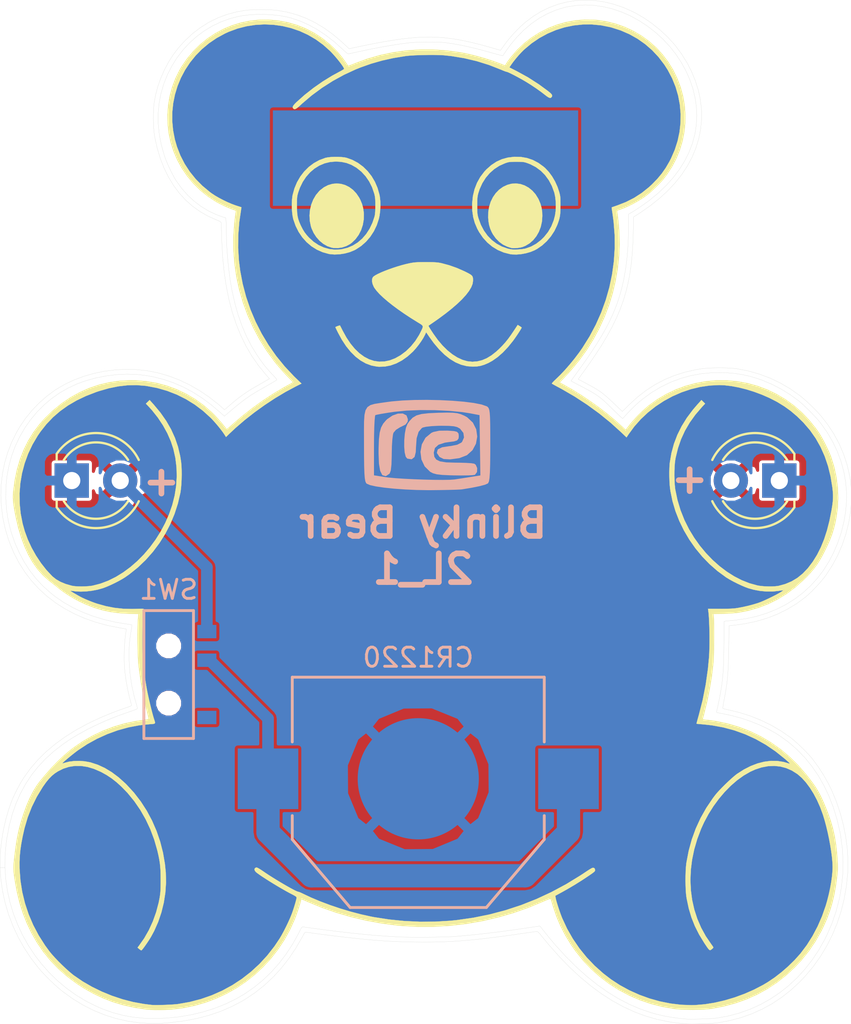
<source format=kicad_pcb>
(kicad_pcb (version 4) (host pcbnew 4.0.7)

  (general
    (links 6)
    (no_connects 0)
    (area 113.434661 53.413447 158.35959 107.364685)
    (thickness 1.6)
    (drawings 3)
    (tracks 11)
    (zones 0)
    (modules 9)
    (nets 4)
  )

  (page A4)
  (layers
    (0 F.Cu signal)
    (31 B.Cu signal)
    (32 B.Adhes user)
    (33 F.Adhes user)
    (34 B.Paste user)
    (35 F.Paste user)
    (36 B.SilkS user)
    (37 F.SilkS user)
    (38 B.Mask user)
    (39 F.Mask user)
    (40 Dwgs.User user)
    (41 Cmts.User user)
    (42 Eco1.User user)
    (43 Eco2.User user)
    (44 Edge.Cuts user)
    (45 Margin user)
    (46 B.CrtYd user)
    (47 F.CrtYd user)
    (48 B.Fab user)
    (49 F.Fab user)
  )

  (setup
    (last_trace_width 0.1524)
    (user_trace_width 0.3048)
    (user_trace_width 0.6096)
    (user_trace_width 1.2192)
    (trace_clearance 0.1524)
    (zone_clearance 0.1524)
    (zone_45_only yes)
    (trace_min 0.1524)
    (segment_width 0.2)
    (edge_width 0.15)
    (via_size 0.6858)
    (via_drill 0.3302)
    (via_min_size 0.6858)
    (via_min_drill 0.3302)
    (uvia_size 0.3)
    (uvia_drill 0.1)
    (uvias_allowed no)
    (uvia_min_size 0.2)
    (uvia_min_drill 0.1)
    (pcb_text_width 0.3)
    (pcb_text_size 1.5 1.5)
    (mod_edge_width 0.15)
    (mod_text_size 1 1)
    (mod_text_width 0.15)
    (pad_size 1.524 1.524)
    (pad_drill 0.762)
    (pad_to_mask_clearance 0)
    (aux_axis_origin 0 0)
    (visible_elements 7FFFFFFF)
    (pcbplotparams
      (layerselection 0x010f0_80000001)
      (usegerberextensions false)
      (excludeedgelayer true)
      (linewidth 0.076200)
      (plotframeref false)
      (viasonmask false)
      (mode 1)
      (useauxorigin false)
      (hpglpennumber 1)
      (hpglpenspeed 20)
      (hpglpendiameter 15)
      (hpglpenoverlay 2)
      (psnegative false)
      (psa4output false)
      (plotreference true)
      (plotvalue true)
      (plotinvisibletext false)
      (padsonsilk false)
      (subtractmaskfromsilk false)
      (outputformat 1)
      (mirror false)
      (drillshape 0)
      (scaleselection 1)
      (outputdirectory gerbers/))
  )

  (net 0 "")
  (net 1 "Net-(D1-Pad2)")
  (net 2 GND)
  (net 3 /V+)

  (net_class Default "This is the default net class."
    (clearance 0.1524)
    (trace_width 0.1524)
    (via_dia 0.6858)
    (via_drill 0.3302)
    (uvia_dia 0.3)
    (uvia_drill 0.1)
    (add_net /V+)
    (add_net GND)
    (add_net "Net-(D1-Pad2)")
  )

  (module LEDs:LED_D4.0mm (layer F.Cu) (tedit 5AEB6968) (tstamp 5AE87FB0)
    (at 154.432003 78.74 180)
    (descr "LED, diameter 4.0mm, 2 pins, http://www.kingbright.com/attachments/file/psearch/000/00/00/L-43GD(Ver.12B).pdf")
    (tags "LED diameter 4.0mm 2 pins")
    (path /5AE870A1)
    (fp_text reference D2 (at 1.27 -3.46 180) (layer F.SilkS) hide
      (effects (font (size 1 1) (thickness 0.15)))
    )
    (fp_text value LED (at 1.27 3.46 180) (layer F.Fab)
      (effects (font (size 1 1) (thickness 0.15)))
    )
    (fp_arc (start 1.27 0) (end -0.73 -1.32665) (angle 292.9) (layer F.Fab) (width 0.1))
    (fp_arc (start 1.27 0) (end -0.79 -1.398749) (angle 120.1) (layer F.SilkS) (width 0.12))
    (fp_arc (start 1.27 0) (end -0.79 1.398749) (angle -120.1) (layer F.SilkS) (width 0.12))
    (fp_arc (start 1.27 0) (end -0.41333 -1.08) (angle 114.6) (layer F.SilkS) (width 0.12))
    (fp_arc (start 1.27 0) (end -0.41333 1.08) (angle -114.6) (layer F.SilkS) (width 0.12))
    (fp_circle (center 1.27 0) (end 3.27 0) (layer F.Fab) (width 0.1))
    (fp_line (start -0.73 -1.32665) (end -0.73 1.32665) (layer F.Fab) (width 0.1))
    (fp_line (start -0.79 -1.399) (end -0.79 -1.08) (layer F.SilkS) (width 0.12))
    (fp_line (start -0.79 1.08) (end -0.79 1.399) (layer F.SilkS) (width 0.12))
    (fp_line (start -1.45 -2.75) (end -1.45 2.75) (layer F.CrtYd) (width 0.05))
    (fp_line (start -1.45 2.75) (end 4 2.75) (layer F.CrtYd) (width 0.05))
    (fp_line (start 4 2.75) (end 4 -2.75) (layer F.CrtYd) (width 0.05))
    (fp_line (start 4 -2.75) (end -1.45 -2.75) (layer F.CrtYd) (width 0.05))
    (pad 1 thru_hole rect (at 0 0 180) (size 1.8 1.8) (drill 0.9) (layers *.Cu *.Mask)
      (net 2 GND))
    (pad 2 thru_hole circle (at 2.54 0 180) (size 1.8 1.8) (drill 0.9) (layers *.Cu *.Mask)
      (net 1 "Net-(D1-Pad2)"))
    (model ${KISYS3DMOD}/LEDs.3dshapes/LED_D4.0mm.wrl
      (at (xyz 0 0 0))
      (scale (xyz 0.393701 0.393701 0.393701))
      (rotate (xyz 0 0 0))
    )
  )

  (module blinky-bear:BlinkyBear_outline locked (layer F.Cu) (tedit 0) (tstamp 5AE8646A)
    (at 135.89 80.391)
    (fp_text reference Bear*** (at 0 2.413) (layer Edge.Cuts) hide
      (effects (font (thickness 0.3)))
    )
    (fp_text value LOGO (at -0.254 2.032) (layer Edge.Cuts) hide
      (effects (font (thickness 0.3)))
    )
    (fp_poly (pts (xy 8.863017 -26.797414) (xy 9.357175 -26.726652) (xy 9.853116 -26.607688) (xy 10.348789 -26.440345)
      (xy 10.842146 -26.224446) (xy 10.990151 -26.149788) (xy 11.429548 -25.897056) (xy 11.85992 -25.602558)
      (xy 12.271829 -25.274023) (xy 12.655835 -24.919182) (xy 13.002498 -24.545764) (xy 13.115436 -24.4094)
      (xy 13.431469 -23.980739) (xy 13.708625 -23.533) (xy 13.94543 -23.070369) (xy 14.140406 -22.597033)
      (xy 14.29208 -22.117176) (xy 14.398977 -21.634984) (xy 14.45962 -21.154642) (xy 14.472536 -20.680335)
      (xy 14.468495 -20.570406) (xy 14.418343 -20.058308) (xy 14.319099 -19.558696) (xy 14.171004 -19.071929)
      (xy 13.974295 -18.598366) (xy 13.729214 -18.138363) (xy 13.435998 -17.692279) (xy 13.094887 -17.260472)
      (xy 12.706122 -16.843299) (xy 12.26994 -16.441119) (xy 11.786581 -16.054289) (xy 11.256286 -15.683168)
      (xy 11.157316 -15.618991) (xy 10.904187 -15.456703) (xy 10.888156 -14.668902) (xy 10.868328 -14.071442)
      (xy 10.832777 -13.509316) (xy 10.77975 -12.977557) (xy 10.707494 -12.471195) (xy 10.614257 -11.985262)
      (xy 10.498284 -11.514788) (xy 10.357824 -11.054806) (xy 10.191124 -10.600346) (xy 9.996431 -10.146441)
      (xy 9.771992 -9.688121) (xy 9.516053 -9.220418) (xy 9.226863 -8.738362) (xy 8.902669 -8.236987)
      (xy 8.541716 -7.711321) (xy 8.327766 -7.411267) (xy 8.003109 -6.961234) (xy 8.275104 -6.817325)
      (xy 8.458178 -6.720251) (xy 8.604201 -6.642133) (xy 8.721156 -6.57842) (xy 8.817024 -6.52456)
      (xy 8.899788 -6.476) (xy 8.97743 -6.428188) (xy 9.057933 -6.376571) (xy 9.124954 -6.332646)
      (xy 9.260832 -6.234912) (xy 9.421876 -6.103915) (xy 9.610385 -5.937692) (xy 9.828664 -5.73428)
      (xy 9.843678 -5.719972) (xy 10.314747 -5.2705) (xy 10.688223 -5.639403) (xy 11.120772 -6.034505)
      (xy 11.57196 -6.383119) (xy 12.043617 -6.68615) (xy 12.537575 -6.944505) (xy 13.055667 -7.159092)
      (xy 13.599723 -7.330817) (xy 14.171576 -7.460587) (xy 14.4653 -7.509551) (xy 14.63112 -7.528334)
      (xy 14.834434 -7.54231) (xy 15.063844 -7.55147) (xy 15.307951 -7.555807) (xy 15.555355 -7.555313)
      (xy 15.794657 -7.54998) (xy 16.014458 -7.5398) (xy 16.20336 -7.524765) (xy 16.314551 -7.51082)
      (xy 16.915188 -7.393276) (xy 17.495414 -7.229381) (xy 18.054565 -7.019424) (xy 18.591979 -6.763694)
      (xy 19.106996 -6.46248) (xy 19.598951 -6.11607) (xy 19.7104 -6.028731) (xy 19.858645 -5.904051)
      (xy 20.027877 -5.751552) (xy 20.206563 -5.582445) (xy 20.383171 -5.407939) (xy 20.546172 -5.239246)
      (xy 20.684033 -5.087576) (xy 20.712397 -5.0546) (xy 21.081248 -4.582666) (xy 21.403065 -4.091576)
      (xy 21.678005 -3.580988) (xy 21.906221 -3.050559) (xy 22.087869 -2.499947) (xy 22.223103 -1.928808)
      (xy 22.280407 -1.5875) (xy 22.293775 -1.458375) (xy 22.303526 -1.290148) (xy 22.309663 -1.094392)
      (xy 22.312189 -0.882675) (xy 22.311107 -0.666569) (xy 22.30642 -0.457643) (xy 22.298131 -0.267469)
      (xy 22.286244 -0.107616) (xy 22.279991 -0.0508) (xy 22.179974 0.553743) (xy 22.033989 1.141286)
      (xy 21.843047 1.709278) (xy 21.608163 2.255172) (xy 21.330348 2.776417) (xy 21.010616 3.270465)
      (xy 20.900551 3.421154) (xy 20.782146 3.569419) (xy 20.636724 3.737052) (xy 20.474461 3.913443)
      (xy 20.305534 4.087987) (xy 20.14012 4.250077) (xy 19.988396 4.389105) (xy 19.901428 4.462494)
      (xy 19.446214 4.796783) (xy 18.961309 5.090465) (xy 18.448455 5.34284) (xy 17.909392 5.553207)
      (xy 17.345862 5.720868) (xy 16.759607 5.845121) (xy 16.299053 5.91019) (xy 15.90778 5.953967)
      (xy 15.892465 7.060033) (xy 15.886063 7.439715) (xy 15.877595 7.77611) (xy 15.866396 8.076711)
      (xy 15.851799 8.349012) (xy 15.833138 8.600507) (xy 15.809748 8.838688) (xy 15.780961 9.07105)
      (xy 15.746111 9.305086) (xy 15.704533 9.54829) (xy 15.655561 9.808154) (xy 15.64208 9.876624)
      (xy 15.616928 10.011281) (xy 15.59801 10.128282) (xy 15.586543 10.218673) (xy 15.583742 10.273501)
      (xy 15.586544 10.285455) (xy 15.619756 10.298614) (xy 15.690418 10.317802) (xy 15.786034 10.339782)
      (xy 15.8369 10.350328) (xy 16.43178 10.492452) (xy 17.014049 10.67719) (xy 17.578132 10.902056)
      (xy 18.118456 11.164568) (xy 18.629449 11.462242) (xy 19.105536 11.792593) (xy 19.150929 11.827268)
      (xy 19.318417 11.963901) (xy 19.50421 12.128283) (xy 19.697535 12.309885) (xy 19.887621 12.498177)
      (xy 20.063698 12.68263) (xy 20.214993 12.852715) (xy 20.277599 12.9286) (xy 20.584201 13.342355)
      (xy 20.871792 13.788924) (xy 21.129802 14.25103) (xy 21.295444 14.592769) (xy 21.53707 15.179585)
      (xy 21.73993 15.782987) (xy 21.902849 16.396815) (xy 22.024647 17.014903) (xy 22.104148 17.631091)
      (xy 22.140173 18.239214) (xy 22.131545 18.833111) (xy 22.125317 18.9357) (xy 22.055241 19.615449)
      (xy 21.938838 20.278952) (xy 21.776933 20.924349) (xy 21.570347 21.549784) (xy 21.319905 22.153398)
      (xy 21.026429 22.733336) (xy 20.690742 23.287738) (xy 20.313667 23.814747) (xy 19.896028 24.312506)
      (xy 19.609591 24.613106) (xy 19.148695 25.039156) (xy 18.663768 25.420464) (xy 18.155147 25.75686)
      (xy 17.623169 26.048176) (xy 17.068172 26.294242) (xy 16.490491 26.494891) (xy 15.890465 26.649952)
      (xy 15.347311 26.748112) (xy 15.222947 26.762687) (xy 15.061414 26.776236) (xy 14.872733 26.788407)
      (xy 14.666924 26.798849) (xy 14.454009 26.807209) (xy 14.244008 26.813136) (xy 14.046943 26.816278)
      (xy 13.872835 26.816284) (xy 13.731703 26.812802) (xy 13.6525 26.80759) (xy 13.431176 26.785606)
      (xy 13.251049 26.766804) (xy 13.102698 26.750041) (xy 12.976703 26.734173) (xy 12.863645 26.718057)
      (xy 12.754104 26.70055) (xy 12.7127 26.693511) (xy 12.10743 26.56539) (xy 11.511486 26.391)
      (xy 10.924248 26.169922) (xy 10.345097 25.90174) (xy 9.773412 25.586034) (xy 9.208574 25.222387)
      (xy 8.649965 24.81038) (xy 8.096963 24.349596) (xy 7.54895 23.839617) (xy 7.005305 23.280024)
      (xy 6.46541 22.6704) (xy 6.108635 22.2377) (xy 6.012268 22.120151) (xy 5.940461 22.039182)
      (xy 5.888316 21.989982) (xy 5.850936 21.967744) (xy 5.831476 21.965566) (xy 5.795573 21.970634)
      (xy 5.714935 21.982103) (xy 5.595115 21.999182) (xy 5.441667 22.021078) (xy 5.260144 22.046999)
      (xy 5.056099 22.07615) (xy 4.835085 22.107741) (xy 4.7244 22.123568) (xy 4.159651 22.202606)
      (xy 3.638318 22.271713) (xy 3.154096 22.331367) (xy 2.700679 22.382047) (xy 2.271759 22.42423)
      (xy 1.861033 22.458396) (xy 1.462193 22.485021) (xy 1.068934 22.504585) (xy 0.67495 22.517566)
      (xy 0.273936 22.524441) (xy -0.140416 22.52569) (xy -0.5334 22.522353) (xy -0.928002 22.515588)
      (xy -1.296685 22.50577) (xy -1.648965 22.49228) (xy -1.994353 22.474497) (xy -2.342364 22.451802)
      (xy -2.70251 22.423573) (xy -3.084304 22.389191) (xy -3.49726 22.348035) (xy -3.9497 22.299616)
      (xy -4.132231 22.279075) (xy -4.338077 22.255093) (xy -4.560692 22.228503) (xy -4.79353 22.200136)
      (xy -5.030043 22.170826) (xy -5.263687 22.141406) (xy -5.487913 22.112709) (xy -5.696175 22.085567)
      (xy -5.881927 22.060813) (xy -6.038623 22.039279) (xy -6.159716 22.021799) (xy -6.238659 22.009206)
      (xy -6.251818 22.006767) (xy -6.282694 22.004091) (xy -6.309583 22.014656) (xy -6.338715 22.045804)
      (xy -6.376319 22.104877) (xy -6.428622 22.199217) (xy -6.451955 22.242675) (xy -6.793951 22.834969)
      (xy -7.163651 23.384855) (xy -7.561467 23.89277) (xy -7.987811 24.359153) (xy -8.443093 24.78444)
      (xy -8.927725 25.169068) (xy -9.442119 25.513476) (xy -9.635344 25.628091) (xy -10.180073 25.912717)
      (xy -10.753005 26.157373) (xy -11.354983 26.362291) (xy -11.986853 26.527705) (xy -12.649458 26.653847)
      (xy -13.343645 26.740951) (xy -13.796314 26.775812) (xy -14.416711 26.787549) (xy -15.030712 26.749296)
      (xy -15.636446 26.661658) (xy -16.232046 26.525244) (xy -16.815642 26.34066) (xy -17.385365 26.108513)
      (xy -17.939346 25.829409) (xy -18.475717 25.503957) (xy -18.992608 25.132763) (xy -19.08844 25.057131)
      (xy -19.272925 24.901876) (xy -19.47675 24.717523) (xy -19.68842 24.515348) (xy -19.896441 24.306624)
      (xy -20.089318 24.102627) (xy -20.255558 23.914632) (xy -20.266778 23.901317) (xy -20.668206 23.384963)
      (xy -21.027963 22.843276) (xy -21.34508 22.279236) (xy -21.618584 21.695822) (xy -21.847505 21.096013)
      (xy -22.030872 20.482788) (xy -22.167714 19.859128) (xy -22.25706 19.22801) (xy -22.295812 18.625458)
      (xy -22.043612 18.625458) (xy -22.000919 19.238969) (xy -21.912244 19.845037) (xy -21.779088 20.441112)
      (xy -21.60295 21.024647) (xy -21.385331 21.593092) (xy -21.12773 22.1439) (xy -20.831647 22.67452)
      (xy -20.498583 23.182405) (xy -20.130036 23.665005) (xy -19.727507 24.119773) (xy -19.292496 24.544159)
      (xy -18.826503 24.935615) (xy -18.331027 25.291591) (xy -17.807568 25.609541) (xy -17.257627 25.886913)
      (xy -16.890882 26.042582) (xy -16.377431 26.223416) (xy -15.86188 26.360839) (xy -15.335974 26.456382)
      (xy -14.791459 26.511577) (xy -14.2748 26.528029) (xy -13.602573 26.50708) (xy -12.941949 26.442576)
      (xy -12.296243 26.335412) (xy -11.668773 26.18648) (xy -11.062855 25.996673) (xy -10.481804 25.766884)
      (xy -9.928937 25.498006) (xy -9.479345 25.236695) (xy -8.986306 24.896636) (xy -8.519054 24.513877)
      (xy -8.079471 24.090544) (xy -7.669443 23.628763) (xy -7.290853 23.130659) (xy -6.945586 22.598359)
      (xy -6.635525 22.033988) (xy -6.628614 22.02023) (xy -6.566305 21.89703) (xy -6.521174 21.812638)
      (xy -6.488042 21.760244) (xy -6.461732 21.733038) (xy -6.437068 21.724211) (xy -6.408871 21.726954)
      (xy -6.406063 21.727519) (xy -6.350811 21.736916) (xy -6.252158 21.751702) (xy -6.117108 21.770944)
      (xy -5.952665 21.793711) (xy -5.765832 21.81907) (xy -5.563615 21.846087) (xy -5.353016 21.87383)
      (xy -5.141039 21.901366) (xy -4.93469 21.927764) (xy -4.740971 21.952089) (xy -4.566886 21.97341)
      (xy -4.4958 21.981896) (xy -3.912625 22.048436) (xy -3.369282 22.105321) (xy -2.855904 22.153419)
      (xy -2.362625 22.193598) (xy -1.879579 22.226728) (xy -1.4224 22.2524) (xy -1.236936 22.259678)
      (xy -1.013653 22.265053) (xy -0.76046 22.268594) (xy -0.485267 22.270368) (xy -0.195981 22.270441)
      (xy 0.09949 22.268882) (xy 0.393237 22.265757) (xy 0.677352 22.261133) (xy 0.943926 22.255078)
      (xy 1.185051 22.247658) (xy 1.392818 22.238942) (xy 1.55932 22.228996) (xy 1.5875 22.226823)
      (xy 2.308385 22.162303) (xy 3.057243 22.083706) (xy 3.813967 21.993357) (xy 4.558451 21.893583)
      (xy 4.907689 21.842707) (xy 5.087718 21.815838) (xy 5.273039 21.788336) (xy 5.449499 21.762289)
      (xy 5.602946 21.739787) (xy 5.711951 21.723966) (xy 6.001003 21.682374) (xy 6.053103 21.753895)
      (xy 6.113781 21.834123) (xy 6.200025 21.944017) (xy 6.304481 22.074554) (xy 6.419799 22.216707)
      (xy 6.538625 22.361454) (xy 6.653607 22.499767) (xy 6.757393 22.622624) (xy 6.819711 22.6949)
      (xy 7.358925 23.285727) (xy 7.901486 23.826174) (xy 8.447891 24.31658) (xy 8.99864 24.757286)
      (xy 9.554229 25.148631) (xy 10.115157 25.490954) (xy 10.681922 25.784597) (xy 11.255021 26.029898)
      (xy 11.834953 26.227197) (xy 12.106869 26.30263) (xy 12.467754 26.38707) (xy 12.837445 26.455736)
      (xy 13.229865 26.510903) (xy 13.6398 26.553179) (xy 13.740044 26.558287) (xy 13.880952 26.560374)
      (xy 14.052496 26.559741) (xy 14.244646 26.556684) (xy 14.447376 26.551505) (xy 14.650657 26.544502)
      (xy 14.844461 26.535973) (xy 15.01876 26.526219) (xy 15.163526 26.515539) (xy 15.2654 26.504692)
      (xy 15.862605 26.397863) (xy 16.442501 26.243983) (xy 17.003382 26.044344) (xy 17.54354 25.800239)
      (xy 18.06127 25.512962) (xy 18.554866 25.183804) (xy 19.022621 24.81406) (xy 19.462828 24.405022)
      (xy 19.873783 23.957983) (xy 20.253777 23.474235) (xy 20.601105 22.955073) (xy 20.914061 22.401787)
      (xy 21.054631 22.11801) (xy 21.314756 21.509693) (xy 21.526478 20.887482) (xy 21.689499 20.253814)
      (xy 21.803519 19.611124) (xy 21.86824 18.96185) (xy 21.883362 18.308427) (xy 21.848588 17.653292)
      (xy 21.763617 16.99888) (xy 21.714991 16.735283) (xy 21.56293 16.086739) (xy 21.372941 15.468032)
      (xy 21.14572 14.880243) (xy 20.881967 14.324452) (xy 20.582381 13.801741) (xy 20.24766 13.313188)
      (xy 19.878503 12.859874) (xy 19.475609 12.442881) (xy 19.039676 12.063287) (xy 18.571404 11.722173)
      (xy 18.4023 11.613505) (xy 17.978643 11.37282) (xy 17.516962 11.152242) (xy 17.027354 10.955597)
      (xy 16.519915 10.786709) (xy 16.00474 10.649402) (xy 15.6718 10.579143) (xy 15.539583 10.554052)
      (xy 15.424217 10.531841) (xy 15.33537 10.514396) (xy 15.282709 10.503602) (xy 15.273683 10.501499)
      (xy 15.259365 10.482853) (xy 15.261414 10.433519) (xy 15.279982 10.345689) (xy 15.316475 10.1872)
      (xy 15.357041 9.995459) (xy 15.399086 9.784216) (xy 15.440018 9.567217) (xy 15.477246 9.358214)
      (xy 15.508176 9.170955) (xy 15.530217 9.019188) (xy 15.530499 9.017) (xy 15.551415 8.849216)
      (xy 15.569122 8.693475) (xy 15.583963 8.543141) (xy 15.596282 8.391573) (xy 15.60642 8.232135)
      (xy 15.614723 8.058188) (xy 15.621531 7.863095) (xy 15.62719 7.640216) (xy 15.632041 7.382914)
      (xy 15.636429 7.084551) (xy 15.638416 6.929241) (xy 15.653381 5.717783) (xy 15.78324 5.705046)
      (xy 15.863232 5.697244) (xy 15.976771 5.686225) (xy 16.106838 5.67364) (xy 16.201614 5.664492)
      (xy 16.784861 5.585104) (xy 17.347528 5.461906) (xy 17.88772 5.295858) (xy 18.403541 5.087916)
      (xy 18.893093 4.839038) (xy 19.35448 4.55018) (xy 19.785807 4.222302) (xy 20.185177 3.856359)
      (xy 20.528683 3.4798) (xy 20.848812 3.058767) (xy 21.136233 2.603179) (xy 21.388943 2.118949)
      (xy 21.604939 1.611991) (xy 21.782218 1.08822) (xy 21.918777 0.553551) (xy 22.012613 0.013896)
      (xy 22.061723 -0.524828) (xy 22.06421 -1.0541) (xy 22.016942 -1.595461) (xy 21.920039 -2.131659)
      (xy 21.774613 -2.659785) (xy 21.581779 -3.17693) (xy 21.34265 -3.680185) (xy 21.058341 -4.166641)
      (xy 20.729966 -4.633388) (xy 20.658875 -4.7244) (xy 20.554902 -4.847856) (xy 20.421904 -4.994634)
      (xy 20.269089 -5.155512) (xy 20.105663 -5.321271) (xy 19.940834 -5.482688) (xy 19.783808 -5.630544)
      (xy 19.643794 -5.755617) (xy 19.558 -5.82693) (xy 19.11369 -6.151663) (xy 18.642761 -6.442978)
      (xy 18.154103 -6.696083) (xy 17.656608 -6.906189) (xy 17.370638 -7.005464) (xy 16.975702 -7.119837)
      (xy 16.594548 -7.20466) (xy 16.209546 -7.262944) (xy 15.803066 -7.297702) (xy 15.6083 -7.306474)
      (xy 15.02554 -7.301992) (xy 14.456112 -7.24872) (xy 13.901202 -7.14707) (xy 13.361997 -6.997457)
      (xy 12.839686 -6.800296) (xy 12.335454 -6.556) (xy 11.850489 -6.264983) (xy 11.385979 -5.92766)
      (xy 11.188156 -5.764483) (xy 11.082848 -5.670714) (xy 10.962502 -5.557782) (xy 10.835445 -5.434095)
      (xy 10.71 -5.308061) (xy 10.594493 -5.188088) (xy 10.49725 -5.082584) (xy 10.426596 -4.999958)
      (xy 10.410457 -4.979041) (xy 10.367313 -4.92898) (xy 10.333074 -4.903156) (xy 10.328398 -4.9022)
      (xy 10.3046 -4.919409) (xy 10.249545 -4.968085) (xy 10.167925 -5.043799) (xy 10.064432 -5.142127)
      (xy 9.943759 -5.258641) (xy 9.810597 -5.388914) (xy 9.768025 -5.430896) (xy 9.587667 -5.607584)
      (xy 9.431245 -5.75618) (xy 9.29066 -5.882535) (xy 9.157809 -5.992501) (xy 9.024591 -6.091928)
      (xy 8.882906 -6.186667) (xy 8.724651 -6.282569) (xy 8.541725 -6.385484) (xy 8.326028 -6.501265)
      (xy 8.1788 -6.578667) (xy 8.026993 -6.658164) (xy 7.890961 -6.729514) (xy 7.776907 -6.789456)
      (xy 7.691029 -6.834726) (xy 7.639529 -6.862065) (xy 7.627223 -6.868809) (xy 7.640014 -6.889615)
      (xy 7.678868 -6.945812) (xy 7.739812 -7.031823) (xy 7.818873 -7.14207) (xy 7.912077 -7.270976)
      (xy 7.991349 -7.379944) (xy 8.337702 -7.86289) (xy 8.649363 -8.314995) (xy 8.928608 -8.740263)
      (xy 9.177713 -9.142697) (xy 9.398954 -9.526299) (xy 9.594605 -9.895074) (xy 9.766942 -10.253025)
      (xy 9.91824 -10.604155) (xy 10.050775 -10.952467) (xy 10.095915 -11.08262) (xy 10.252512 -11.599478)
      (xy 10.382126 -12.144479) (xy 10.485164 -12.720563) (xy 10.56203 -13.330672) (xy 10.613134 -13.977745)
      (xy 10.638879 -14.664724) (xy 10.64238 -15.0368) (xy 10.642651 -15.6083) (xy 10.770089 -15.679876)
      (xy 10.883266 -15.747226) (xy 11.025859 -15.837815) (xy 11.186821 -15.944166) (xy 11.355106 -16.058803)
      (xy 11.519667 -16.174249) (xy 11.669458 -16.283027) (xy 11.74283 -16.338288) (xy 12.198708 -16.713366)
      (xy 12.610525 -17.106062) (xy 12.977447 -17.515153) (xy 13.298637 -17.939414) (xy 13.573261 -18.377622)
      (xy 13.800485 -18.828552) (xy 13.979473 -19.290982) (xy 14.10939 -19.763686) (xy 14.122884 -19.827056)
      (xy 14.194601 -20.2997) (xy 14.217374 -20.776168) (xy 14.192616 -21.253591) (xy 14.12174 -21.729105)
      (xy 14.00616 -22.199841) (xy 13.847289 -22.662934) (xy 13.64654 -23.115515) (xy 13.405326 -23.554719)
      (xy 13.125061 -23.977678) (xy 12.807158 -24.381526) (xy 12.453031 -24.763395) (xy 12.064092 -25.120419)
      (xy 11.641755 -25.449731) (xy 11.210735 -25.73439) (xy 10.751082 -25.987157) (xy 10.280973 -26.19495)
      (xy 9.803605 -26.357205) (xy 9.322173 -26.473359) (xy 8.839876 -26.54285) (xy 8.359908 -26.565114)
      (xy 7.885468 -26.539587) (xy 7.419752 -26.465707) (xy 7.2644 -26.429583) (xy 6.813021 -26.289838)
      (xy 6.375781 -26.102042) (xy 5.954218 -25.867355) (xy 5.549871 -25.58694) (xy 5.164279 -25.261958)
      (xy 4.79898 -24.89357) (xy 4.455514 -24.482937) (xy 4.183922 -24.1046) (xy 4.126709 -24.019379)
      (xy 4.080912 -23.951577) (xy 4.053333 -23.911244) (xy 4.048598 -23.904636) (xy 4.023075 -23.908637)
      (xy 3.95549 -23.924919) (xy 3.852599 -23.951696) (xy 3.721153 -23.987185) (xy 3.567906 -24.029599)
      (xy 3.449168 -24.063054) (xy 3.009803 -24.184607) (xy 2.609242 -24.288567) (xy 2.239332 -24.376711)
      (xy 1.891917 -24.450822) (xy 1.558843 -24.512678) (xy 1.231953 -24.564061) (xy 1.0287 -24.591454)
      (xy 0.886162 -24.604653) (xy 0.703246 -24.614188) (xy 0.490235 -24.620131) (xy 0.257414 -24.622552)
      (xy 0.015066 -24.621523) (xy -0.226524 -24.617115) (xy -0.457073 -24.6094) (xy -0.666296 -24.598449)
      (xy -0.84391 -24.584333) (xy -0.9017 -24.578067) (xy -1.296342 -24.526026) (xy -1.729298 -24.459792)
      (xy -2.190656 -24.381141) (xy -2.670507 -24.291849) (xy -3.158937 -24.193691) (xy -3.646038 -24.088444)
      (xy -3.691116 -24.078314) (xy -3.817069 -24.050477) (xy -3.926752 -24.027285) (xy -4.00984 -24.010847)
      (xy -4.056008 -24.003269) (xy -4.060164 -24.003) (xy -4.08995 -24.019801) (xy -4.14862 -24.066072)
      (xy -4.228886 -24.135614) (xy -4.32346 -24.222229) (xy -4.371381 -24.267651) (xy -4.797782 -24.648949)
      (xy -5.235743 -24.987363) (xy -5.682752 -25.28144) (xy -6.136303 -25.529727) (xy -6.593884 -25.730769)
      (xy -7.052986 -25.883115) (xy -7.245013 -25.932079) (xy -7.619564 -26.002447) (xy -8.02473 -26.048834)
      (xy -8.446403 -26.071028) (xy -8.870478 -26.06882) (xy -9.282848 -26.041999) (xy -9.669406 -25.990354)
      (xy -9.778681 -25.969898) (xy -10.260172 -25.847472) (xy -10.725326 -25.678353) (xy -11.171369 -25.464804)
      (xy -11.595528 -25.209087) (xy -11.995031 -24.913466) (xy -12.367104 -24.580202) (xy -12.708973 -24.211559)
      (xy -13.017866 -23.809799) (xy -13.291009 -23.377185) (xy -13.525629 -22.91598) (xy -13.527966 -22.9108)
      (xy -13.724325 -22.41476) (xy -13.870821 -21.909523) (xy -13.967437 -21.395686) (xy -14.014158 -20.873845)
      (xy -14.010966 -20.344595) (xy -13.957845 -19.808534) (xy -13.854781 -19.266258) (xy -13.701755 -18.718362)
      (xy -13.646701 -18.5547) (xy -13.577904 -18.374213) (xy -13.490438 -18.169615) (xy -13.390977 -17.954723)
      (xy -13.286191 -17.743354) (xy -13.182755 -17.549324) (xy -13.087341 -17.38645) (xy -13.067299 -17.354953)
      (xy -12.785319 -16.963273) (xy -12.47115 -16.606469) (xy -12.127888 -16.286982) (xy -11.758632 -16.007255)
      (xy -11.366478 -15.76973) (xy -10.954524 -15.57685) (xy -10.690334 -15.480693) (xy -10.471368 -15.409469)
      (xy -10.455565 -15.242185) (xy -10.44997 -15.156789) (xy -10.445214 -15.034452) (xy -10.441685 -14.889032)
      (xy -10.43977 -14.734385) (xy -10.439539 -14.6685) (xy -10.430464 -14.20227) (xy -10.404707 -13.705996)
      (xy -10.363735 -13.194557) (xy -10.309016 -12.68283) (xy -10.242019 -12.185692) (xy -10.16421 -11.718022)
      (xy -10.1319 -11.550067) (xy -9.983685 -10.898667) (xy -9.807927 -10.287635) (xy -9.603424 -9.713901)
      (xy -9.368972 -9.174395) (xy -9.10337 -8.666047) (xy -8.826248 -8.2169) (xy -8.655217 -7.967202)
      (xy -8.494051 -7.748419) (xy -8.330851 -7.545564) (xy -8.153719 -7.343652) (xy -8.01376 -7.193474)
      (xy -7.91746 -7.091783) (xy -7.852099 -7.020367) (xy -7.813562 -6.972733) (xy -7.797734 -6.942391)
      (xy -7.800499 -6.922849) (xy -7.817741 -6.907614) (xy -7.828302 -6.900944) (xy -7.935161 -6.83633)
      (xy -8.075478 -6.753531) (xy -8.238246 -6.65893) (xy -8.412459 -6.558908) (xy -8.58711 -6.459848)
      (xy -8.6487 -6.425243) (xy -8.860248 -6.303894) (xy -9.056032 -6.184917) (xy -9.243361 -6.063001)
      (xy -9.429544 -5.932835) (xy -9.621889 -5.789108) (xy -9.827706 -5.626508) (xy -10.054302 -5.439725)
      (xy -10.308987 -5.223447) (xy -10.344393 -5.193014) (xy -10.541485 -5.023408) (xy -10.734546 -5.197754)
      (xy -11.216722 -5.607837) (xy -11.70133 -5.968615) (xy -12.19134 -6.281581) (xy -12.68972 -6.548229)
      (xy -13.199441 -6.770052) (xy -13.723472 -6.948541) (xy -14.264782 -7.085191) (xy -14.619988 -7.15111)
      (xy -15.13039 -7.209755) (xy -15.65913 -7.225848) (xy -16.198275 -7.200312) (xy -16.73989 -7.134071)
      (xy -17.276039 -7.028052) (xy -17.798789 -6.883178) (xy -18.2245 -6.731037) (xy -18.706636 -6.51256)
      (xy -19.1635 -6.251673) (xy -19.593238 -5.951047) (xy -19.993995 -5.613354) (xy -20.363918 -5.241264)
      (xy -20.701152 -4.837447) (xy -21.003844 -4.404575) (xy -21.270138 -3.945319) (xy -21.498181 -3.46235)
      (xy -21.686119 -2.958338) (xy -21.832097 -2.435953) (xy -21.934262 -1.897868) (xy -21.990758 -1.346753)
      (xy -21.993243 -1.302299) (xy -22.000441 -0.702585) (xy -21.958346 -0.11499) (xy -21.866797 0.461283)
      (xy -21.725631 1.02703) (xy -21.534689 1.583046) (xy -21.298319 2.1209) (xy -21.033881 2.614153)
      (xy -20.740443 3.067814) (xy -20.414395 3.48629) (xy -20.052123 3.873991) (xy -19.650016 4.235326)
      (xy -19.411933 4.423389) (xy -18.967279 4.729284) (xy -18.484867 5.004168) (xy -17.968197 5.246666)
      (xy -17.420769 5.455402) (xy -16.846083 5.629004) (xy -16.247639 5.766095) (xy -15.7988 5.842181)
      (xy -15.666388 5.861715) (xy -15.55123 5.879298) (xy -15.463016 5.893404) (xy -15.411436 5.902508)
      (xy -15.403131 5.90444) (xy -15.394308 5.931961) (xy -15.398503 6.005457) (xy -15.415825 6.126088)
      (xy -15.433538 6.226871) (xy -15.495912 6.641562) (xy -15.531608 7.06905) (xy -15.541512 7.522214)
      (xy -15.537628 7.743594) (xy -15.495421 8.395387) (xy -15.406529 9.029669) (xy -15.270343 9.650316)
      (xy -15.197755 9.91172) (xy -15.162531 10.033946) (xy -15.133083 10.141688) (xy -15.112321 10.223902)
      (xy -15.103153 10.269545) (xy -15.102996 10.271477) (xy -15.10884 10.290575) (xy -15.132416 10.311185)
      (xy -15.179553 10.335862) (xy -15.25608 10.367162) (xy -15.367826 10.40764) (xy -15.520621 10.45985)
      (xy -15.572234 10.477147) (xy -16.138068 10.678794) (xy -16.693725 10.901473) (xy -17.232212 11.141759)
      (xy -17.746537 11.396226) (xy -18.229708 11.661449) (xy -18.674732 11.934002) (xy -19.001591 12.157181)
      (xy -19.479613 12.528055) (xy -19.914535 12.921848) (xy -20.307172 13.339988) (xy -20.658337 13.783901)
      (xy -20.968846 14.255016) (xy -21.239513 14.754761) (xy -21.471152 15.284562) (xy -21.664577 15.845847)
      (xy -21.820604 16.440043) (xy -21.940046 17.068579) (xy -21.985056 17.3863) (xy -22.038824 18.007052)
      (xy -22.043612 18.625458) (xy -22.295812 18.625458) (xy -22.297938 18.592415) (xy -22.289379 17.955323)
      (xy -22.275061 17.739238) (xy -22.214607 17.190506) (xy -22.121877 16.640349) (xy -21.999576 16.100776)
      (xy -21.850406 15.583795) (xy -21.686735 15.1257) (xy -21.600684 14.924229) (xy -21.493115 14.69711)
      (xy -21.372158 14.459942) (xy -21.245947 14.228324) (xy -21.122615 14.017855) (xy -21.046757 13.898131)
      (xy -20.709297 13.431297) (xy -20.327552 12.987349) (xy -19.90122 12.566034) (xy -19.430001 12.167096)
      (xy -18.913594 11.790281) (xy -18.351697 11.435335) (xy -17.74401 11.102001) (xy -17.7419 11.100922)
      (xy -17.376255 10.922392) (xy -16.977538 10.742696) (xy -16.562801 10.568912) (xy -16.149101 10.408116)
      (xy -15.75349 10.267384) (xy -15.652178 10.233806) (xy -15.533411 10.193458) (xy -15.457117 10.162821)
      (xy -15.416679 10.138549) (xy -15.405477 10.117294) (xy -15.407234 10.10996) (xy -15.418806 10.072718)
      (xy -15.440137 9.995763) (xy -15.468659 9.888663) (xy -15.501804 9.760988) (xy -15.519898 9.6901)
      (xy -15.614588 9.274026) (xy -15.693647 8.839075) (xy -15.752886 8.409861) (xy -15.774954 8.1915)
      (xy -15.787584 7.985371) (xy -15.793594 7.746432) (xy -15.793346 7.487672) (xy -15.787197 7.222077)
      (xy -15.775509 6.962637) (xy -15.75864 6.72234) (xy -15.736952 6.514174) (xy -15.726407 6.4389)
      (xy -15.708716 6.321111) (xy -15.69493 6.223329) (xy -15.686384 6.155476) (xy -15.684414 6.127476)
      (xy -15.684491 6.127325) (xy -15.710007 6.120913) (xy -15.776011 6.108292) (xy -15.872818 6.091219)
      (xy -15.990746 6.071454) (xy -16.004542 6.069199) (xy -16.649956 5.941931) (xy -17.265462 5.775837)
      (xy -17.850162 5.571626) (xy -18.403162 5.330006) (xy -18.923566 5.051686) (xy -19.410478 4.737375)
      (xy -19.863001 4.387782) (xy -20.280241 4.003615) (xy -20.661302 3.585584) (xy -21.005287 3.134396)
      (xy -21.311301 2.650761) (xy -21.578449 2.135387) (xy -21.805834 1.588983) (xy -21.860353 1.436056)
      (xy -22.03189 0.86412) (xy -22.155303 0.287139) (xy -22.230883 -0.291973) (xy -22.258924 -0.870303)
      (xy -22.239719 -1.44494) (xy -22.173559 -2.012971) (xy -22.060739 -2.571483) (xy -21.901551 -3.117563)
      (xy -21.696288 -3.6483) (xy -21.445242 -4.16078) (xy -21.266787 -4.46798) (xy -20.968136 -4.906574)
      (xy -20.629169 -5.323464) (xy -20.256213 -5.712153) (xy -19.855594 -6.066147) (xy -19.433639 -6.378948)
      (xy -19.3548 -6.431096) (xy -18.906376 -6.693298) (xy -18.426236 -6.919864) (xy -17.919946 -7.109666)
      (xy -17.393071 -7.261576) (xy -16.851177 -7.374465) (xy -16.299831 -7.447205) (xy -15.744596 -7.478669)
      (xy -15.191039 -7.467726) (xy -14.644726 -7.41325) (xy -14.5669 -7.401741) (xy -14.009372 -7.290536)
      (xy -13.455738 -7.130109) (xy -12.909207 -6.922034) (xy -12.372989 -6.667885) (xy -11.850295 -6.369237)
      (xy -11.344334 -6.027662) (xy -10.858316 -5.644736) (xy -10.696673 -5.504052) (xy -10.534845 -5.359626)
      (xy -10.366473 -5.507022) (xy -10.090384 -5.743437) (xy -9.8367 -5.948647) (xy -9.595001 -6.130218)
      (xy -9.354865 -6.295717) (xy -9.105874 -6.452711) (xy -8.89 -6.579145) (xy -8.75084 -6.658419)
      (xy -8.612219 -6.73758) (xy -8.486631 -6.809482) (xy -8.38657 -6.866974) (xy -8.35048 -6.887815)
      (xy -8.179259 -6.986974) (xy -8.385838 -7.220937) (xy -8.760449 -7.680149) (xy -9.101029 -8.171044)
      (xy -9.407833 -8.694418) (xy -9.681113 -9.251069) (xy -9.921125 -9.841793) (xy -10.128122 -10.467388)
      (xy -10.302357 -11.12865) (xy -10.444085 -11.826376) (xy -10.553559 -12.561363) (xy -10.631034 -13.334408)
      (xy -10.676762 -14.146308) (xy -10.685317 -14.4399) (xy -10.690001 -14.623606) (xy -10.695388 -14.792234)
      (xy -10.701162 -14.938629) (xy -10.707007 -15.055637) (xy -10.712609 -15.136102) (xy -10.717612 -15.172763)
      (xy -10.751962 -15.207602) (xy -10.830614 -15.251792) (xy -10.948544 -15.302539) (xy -10.956541 -15.305646)
      (xy -11.406545 -15.506031) (xy -11.827262 -15.747497) (xy -12.218044 -16.029166) (xy -12.578242 -16.350161)
      (xy -12.907208 -16.709605) (xy -13.204294 -17.106619) (xy -13.468852 -17.540328) (xy -13.700232 -18.009853)
      (xy -13.897786 -18.514317) (xy -14.060867 -19.052842) (xy -14.188826 -19.624552) (xy -14.202211 -19.6977)
      (xy -14.22899 -19.889917) (xy -14.248569 -20.118262) (xy -14.260847 -20.369961) (xy -14.265726 -20.632237)
      (xy -14.263105 -20.892315) (xy -14.252885 -21.137418) (xy -14.234965 -21.35477) (xy -14.216244 -21.49289)
      (xy -14.131248 -21.92046) (xy -14.02301 -22.319527) (xy -13.885829 -22.707799) (xy -13.714009 -23.102985)
      (xy -13.66597 -23.2029) (xy -13.453366 -23.600672) (xy -13.218144 -23.967215) (xy -12.951566 -24.314789)
      (xy -12.644895 -24.655651) (xy -12.591124 -24.71079) (xy -12.200603 -25.072576) (xy -11.786369 -25.38946)
      (xy -11.348836 -25.661233) (xy -10.888415 -25.887688) (xy -10.405519 -26.068616) (xy -9.900559 -26.203809)
      (xy -9.485631 -26.278236) (xy -9.297991 -26.298586) (xy -9.073065 -26.312771) (xy -8.823989 -26.320784)
      (xy -8.563904 -26.322616) (xy -8.305946 -26.318257) (xy -8.063256 -26.307699) (xy -7.848971 -26.290933)
      (xy -7.750398 -26.279391) (xy -7.235312 -26.186438) (xy -6.7361 -26.048631) (xy -6.250978 -25.865066)
      (xy -5.778163 -25.63484) (xy -5.315874 -25.357049) (xy -4.862326 -25.03079) (xy -4.415738 -24.655158)
      (xy -4.258344 -24.509582) (xy -4.008188 -24.272687) (xy -3.801144 -24.317135) (xy -3.210999 -24.441241)
      (xy -2.664722 -24.550099) (xy -2.15772 -24.643696) (xy -1.6854 -24.722022) (xy -1.243169 -24.785066)
      (xy -0.826434 -24.832817) (xy -0.430602 -24.865264) (xy -0.051081 -24.882397) (xy 0.316722 -24.884204)
      (xy 0.6774 -24.870675) (xy 1.035546 -24.841799) (xy 1.395753 -24.797564) (xy 1.762614 -24.737961)
      (xy 2.140721 -24.662978) (xy 2.534668 -24.572604) (xy 2.949047 -24.466828) (xy 3.38845 -24.34564)
      (xy 3.548446 -24.299743) (xy 3.934593 -24.188009) (xy 4.021203 -24.317755) (xy 4.216443 -24.588952)
      (xy 4.444558 -24.869985) (xy 4.693337 -25.147283) (xy 4.950569 -25.407276) (xy 5.204042 -25.636395)
      (xy 5.2197 -25.649563) (xy 5.62586 -25.958021) (xy 6.050191 -26.219697) (xy 6.490642 -26.434416)
      (xy 6.945166 -26.601998) (xy 7.411714 -26.722266) (xy 7.888238 -26.795043) (xy 8.372688 -26.820152)
      (xy 8.863017 -26.797414)) (layer Edge.Cuts) (width 0.01))
  )

  (module blinky-bear:BlinkyBear_silk locked (layer F.Cu) (tedit 0) (tstamp 5AE8650B)
    (at 135.89 80.518)
    (fp_text reference G*** (at -0.381 3.048) (layer F.SilkS) hide
      (effects (font (thickness 0.3)))
    )
    (fp_text value LOGO (at -0.381 3.175) (layer F.SilkS) hide
      (effects (font (thickness 0.3)))
    )
    (fp_poly (pts (xy 8.822156 -25.921423) (xy 8.995258 -25.907344) (xy 9.491623 -25.833383) (xy 9.976478 -25.712074)
      (xy 10.445964 -25.545433) (xy 10.896223 -25.33548) (xy 11.323397 -25.084233) (xy 11.723629 -24.79371)
      (xy 12.093059 -24.465931) (xy 12.415183 -24.11805) (xy 12.720558 -23.716141) (xy 12.981653 -23.293297)
      (xy 13.198438 -22.852841) (xy 13.370886 -22.398096) (xy 13.498965 -21.932385) (xy 13.582647 -21.45903)
      (xy 13.621902 -20.981355) (xy 13.616701 -20.502683) (xy 13.567014 -20.026335) (xy 13.472812 -19.555636)
      (xy 13.334065 -19.093908) (xy 13.150744 -18.644475) (xy 12.92282 -18.210658) (xy 12.650263 -17.79578)
      (xy 12.473207 -17.566955) (xy 12.363124 -17.441001) (xy 12.225021 -17.295513) (xy 12.0703 -17.141478)
      (xy 11.910364 -16.989884) (xy 11.756613 -16.851719) (xy 11.620448 -16.73797) (xy 11.5824 -16.708481)
      (xy 11.37734 -16.564371) (xy 11.145271 -16.41983) (xy 10.898486 -16.281317) (xy 10.649281 -16.155292)
      (xy 10.409949 -16.048214) (xy 10.192786 -15.966543) (xy 10.136258 -15.948697) (xy 10.070747 -15.925557)
      (xy 10.043375 -15.900974) (xy 10.042637 -15.86273) (xy 10.044833 -15.851611) (xy 10.063871 -15.743665)
      (xy 10.084306 -15.595365) (xy 10.105041 -15.417098) (xy 10.124973 -15.219249) (xy 10.143003 -15.012203)
      (xy 10.15803 -14.806345) (xy 10.161585 -14.749752) (xy 10.175908 -14.134619) (xy 10.146862 -13.503275)
      (xy 10.075841 -12.863534) (xy 9.964235 -12.22321) (xy 9.813436 -11.590118) (xy 9.624836 -10.97207)
      (xy 9.399828 -10.376882) (xy 9.370235 -10.306873) (xy 9.09505 -9.712908) (xy 8.789375 -9.148802)
      (xy 8.448964 -8.608182) (xy 8.069573 -8.084675) (xy 7.646957 -7.57191) (xy 7.282951 -7.173604)
      (xy 7.039101 -6.917707) (xy 7.2216 -6.819846) (xy 7.675535 -6.563238) (xy 8.142493 -6.274495)
      (xy 8.612137 -5.961027) (xy 9.074131 -5.63024) (xy 9.518136 -5.289542) (xy 9.933816 -4.946341)
      (xy 10.310834 -4.608043) (xy 10.319121 -4.600234) (xy 10.492372 -4.436798) (xy 10.535228 -4.498049)
      (xy 10.682157 -4.692563) (xy 10.86103 -4.9044) (xy 11.061503 -5.122728) (xy 11.273235 -5.336716)
      (xy 11.485882 -5.535534) (xy 11.689104 -5.708351) (xy 11.6967 -5.714417) (xy 12.136323 -6.032453)
      (xy 12.604141 -6.30986) (xy 13.095807 -6.545024) (xy 13.60698 -6.736329) (xy 14.133314 -6.882161)
      (xy 14.670466 -6.980903) (xy 15.214093 -7.03094) (xy 15.24 -7.032078) (xy 15.799593 -7.030652)
      (xy 16.349526 -6.980202) (xy 16.887302 -6.881995) (xy 17.410425 -6.737298) (xy 17.916399 -6.54738)
      (xy 18.402725 -6.313509) (xy 18.866909 -6.036951) (xy 19.306454 -5.718975) (xy 19.718862 -5.360849)
      (xy 20.101638 -4.963839) (xy 20.452284 -4.529215) (xy 20.610055 -4.305222) (xy 20.714629 -4.138692)
      (xy 20.828782 -3.937933) (xy 20.945563 -3.71675) (xy 21.058015 -3.488949) (xy 21.159187 -3.268336)
      (xy 21.242124 -3.068714) (xy 21.268769 -2.997464) (xy 21.428302 -2.481297) (xy 21.54233 -1.951561)
      (xy 21.610325 -1.414336) (xy 21.631762 -0.875703) (xy 21.606115 -0.341741) (xy 21.54035 0.140881)
      (xy 21.477176 0.456635) (xy 21.405275 0.745035) (xy 21.319937 1.020073) (xy 21.216451 1.29574)
      (xy 21.090106 1.586026) (xy 20.967767 1.8415) (xy 20.816058 2.136971) (xy 20.670369 2.394387)
      (xy 20.522878 2.624568) (xy 20.365761 2.838338) (xy 20.191194 3.046516) (xy 19.991354 3.259925)
      (xy 19.817573 3.432452) (xy 19.387643 3.816281) (xy 18.938291 4.153249) (xy 18.468704 4.443763)
      (xy 17.978073 4.688232) (xy 17.465584 4.887062) (xy 16.930426 5.040661) (xy 16.4084 5.143787)
      (xy 16.296974 5.157746) (xy 16.1482 5.171274) (xy 15.975528 5.183423) (xy 15.792407 5.193244)
      (xy 15.614826 5.199723) (xy 15.087953 5.213784) (xy 15.106826 5.356442) (xy 15.113332 5.435103)
      (xy 15.118467 5.55735) (xy 15.122272 5.71599) (xy 15.124791 5.90383) (xy 15.126067 6.113675)
      (xy 15.126142 6.338333) (xy 15.12506 6.570609) (xy 15.122862 6.803309) (xy 15.119593 7.029241)
      (xy 15.115293 7.24121) (xy 15.110007 7.432024) (xy 15.103778 7.594487) (xy 15.096647 7.721407)
      (xy 15.092459 7.7724) (xy 15.010221 8.45993) (xy 14.897043 9.15566) (xy 14.756085 9.842925)
      (xy 14.590508 10.505062) (xy 14.540296 10.683234) (xy 14.536085 10.709527) (xy 14.548119 10.726708)
      (xy 14.585667 10.738117) (xy 14.657997 10.747094) (xy 14.736385 10.75389) (xy 14.853562 10.765933)
      (xy 14.99875 10.784412) (xy 15.150032 10.806409) (xy 15.24 10.820995) (xy 15.853869 10.95079)
      (xy 16.448188 11.127195) (xy 17.021531 11.349364) (xy 17.572472 11.61645) (xy 18.099586 11.927608)
      (xy 18.601448 12.28199) (xy 19.076633 12.678752) (xy 19.523715 13.117046) (xy 19.941269 13.596026)
      (xy 19.966314 13.627244) (xy 20.14425 13.85342) (xy 20.293716 14.05202) (xy 20.420693 14.232803)
      (xy 20.53116 14.405527) (xy 20.6311 14.579949) (xy 20.726494 14.765826) (xy 20.823322 14.972917)
      (xy 20.905276 15.159123) (xy 21.088856 15.60959) (xy 21.239585 16.038019) (xy 21.360466 16.457054)
      (xy 21.4545 16.879343) (xy 21.52469 17.317531) (xy 21.574036 17.784264) (xy 21.593393 18.057939)
      (xy 21.603809 18.245704) (xy 21.609651 18.396694) (xy 21.610712 18.524744) (xy 21.606783 18.643691)
      (xy 21.597657 18.76737) (xy 21.583125 18.909617) (xy 21.580208 18.9357) (xy 21.512711 19.444215)
      (xy 21.428243 19.913316) (xy 21.324101 20.352341) (xy 21.197579 20.770632) (xy 21.045973 21.177529)
      (xy 20.866579 21.582372) (xy 20.740541 21.835808) (xy 20.437549 22.3693) (xy 20.096053 22.870803)
      (xy 19.713481 23.343831) (xy 19.368344 23.711903) (xy 18.909486 24.137058) (xy 18.426848 24.517907)
      (xy 17.919673 24.854828) (xy 17.387201 25.1482) (xy 16.828675 25.398402) (xy 16.243336 25.605815)
      (xy 15.630425 25.770816) (xy 15.011718 25.89025) (xy 14.8223 25.913522) (xy 14.594136 25.930762)
      (xy 14.338925 25.941921) (xy 14.068367 25.946952) (xy 13.794163 25.945805) (xy 13.528012 25.938431)
      (xy 13.281615 25.924782) (xy 13.066671 25.904807) (xy 13.0175 25.898588) (xy 12.399669 25.790425)
      (xy 11.798715 25.635784) (xy 11.216893 25.436062) (xy 10.656453 25.192657) (xy 10.119648 24.906965)
      (xy 9.608732 24.580385) (xy 9.125956 24.214313) (xy 8.673573 23.810147) (xy 8.253836 23.369285)
      (xy 7.868997 22.893123) (xy 7.634719 22.55945) (xy 7.32908 22.063018) (xy 7.070147 21.565105)
      (xy 6.854236 21.057785) (xy 6.677664 20.533133) (xy 6.652803 20.447) (xy 6.61928 20.331495)
      (xy 6.589272 20.234026) (xy 6.566095 20.16498) (xy 6.553193 20.134891) (xy 6.525098 20.137475)
      (xy 6.45998 20.158466) (xy 6.366751 20.194576) (xy 6.254323 20.242516) (xy 6.220771 20.257542)
      (xy 5.432724 20.586987) (xy 4.625832 20.871343) (xy 3.803562 21.110043) (xy 2.969375 21.30252)
      (xy 2.126735 21.448208) (xy 1.279106 21.546541) (xy 0.429952 21.596952) (xy -0.417264 21.598875)
      (xy -1.259078 21.551743) (xy -1.532629 21.525589) (xy -2.329659 21.42025) (xy -3.124533 21.273483)
      (xy -3.909979 21.087247) (xy -4.67873 20.863504) (xy -5.423513 20.604214) (xy -6.137061 20.311337)
      (xy -6.287767 20.243217) (xy -6.381692 20.202238) (xy -6.457496 20.173302) (xy -6.504114 20.160436)
      (xy -6.512997 20.161263) (xy -6.525897 20.196714) (xy -6.5278 20.220205) (xy -6.53592 20.264481)
      (xy -6.558273 20.347315) (xy -6.591853 20.459481) (xy -6.633652 20.591753) (xy -6.680664 20.734904)
      (xy -6.729881 20.879708) (xy -6.778297 21.016938) (xy -6.822904 21.137367) (xy -6.845591 21.195252)
      (xy -7.097278 21.752926) (xy -7.390765 22.283724) (xy -7.723723 22.785936) (xy -8.093823 23.257853)
      (xy -8.498737 23.697765) (xy -8.936137 24.103961) (xy -9.403693 24.474732) (xy -9.899077 24.808369)
      (xy -10.41996 25.103161) (xy -10.964014 25.357398) (xy -11.52891 25.569371) (xy -12.112319 25.73737)
      (xy -12.711913 25.859684) (xy -13.2969 25.932226) (xy -13.456951 25.942714) (xy -13.644845 25.949895)
      (xy -13.848569 25.953785) (xy -14.056111 25.954399) (xy -14.25546 25.951752) (xy -14.434603 25.94586)
      (xy -14.581529 25.936738) (xy -14.6431 25.930493) (xy -15.251487 25.837249) (xy -15.826135 25.710375)
      (xy -16.37331 25.54755) (xy -16.899278 25.346454) (xy -17.410302 25.104768) (xy -17.91265 24.82017)
      (xy -18.2753 24.585471) (xy -18.774036 24.216751) (xy -19.23304 23.816458) (xy -19.652207 23.38471)
      (xy -20.031432 22.921626) (xy -20.37061 22.427322) (xy -20.665827 21.909292) (xy -20.908148 21.39993)
      (xy -21.11278 20.879909) (xy -21.282569 20.340507) (xy -21.42036 19.772999) (xy -21.499224 19.3548)
      (xy -21.53661 19.128556) (xy -21.565052 18.941833) (xy -21.584926 18.784214) (xy -21.596609 18.645284)
      (xy -21.600478 18.514624) (xy -21.596909 18.381819) (xy -21.586279 18.236452) (xy -21.58231 18.197853)
      (xy -21.279642 18.197853) (xy -21.278282 18.517401) (xy -21.276767 18.5674) (xy -21.231171 19.179132)
      (xy -21.13617 19.78051) (xy -20.992449 20.369645) (xy -20.800694 20.944649) (xy -20.56159 21.503634)
      (xy -20.27582 22.044712) (xy -19.944072 22.565994) (xy -19.710219 22.8854) (xy -19.583591 23.039186)
      (xy -19.426 23.214359) (xy -19.246945 23.40159) (xy -19.055925 23.591548) (xy -18.862438 23.774903)
      (xy -18.675984 23.942327) (xy -18.506061 24.084489) (xy -18.4277 24.145099) (xy -17.975416 24.454606)
      (xy -17.486355 24.737516) (xy -16.968915 24.990473) (xy -16.431492 25.210123) (xy -15.882481 25.393109)
      (xy -15.330279 25.536077) (xy -14.783282 25.635671) (xy -14.6558 25.652492) (xy -14.543751 25.666152)
      (xy -14.439987 25.67878) (xy -14.363315 25.68809) (xy -14.351 25.68958) (xy -14.267621 25.695001)
      (xy -14.143774 25.697049) (xy -13.989658 25.696071) (xy -13.81547 25.692412) (xy -13.631407 25.686419)
      (xy -13.447667 25.678437) (xy -13.274446 25.668813) (xy -13.121941 25.657892) (xy -13.000351 25.646019)
      (xy -12.975914 25.642935) (xy -12.366444 25.536053) (xy -11.774595 25.382217) (xy -11.202422 25.18275)
      (xy -10.65198 24.938976) (xy -10.125324 24.652216) (xy -9.624509 24.323795) (xy -9.151589 23.955034)
      (xy -8.70862 23.547257) (xy -8.297657 23.101787) (xy -7.920755 22.619947) (xy -7.64709 22.2123)
      (xy -7.542591 22.035316) (xy -7.428408 21.824852) (xy -7.311665 21.595369) (xy -7.199483 21.361325)
      (xy -7.098987 21.13718) (xy -7.017299 20.937394) (xy -7.011293 20.92158) (xy -6.964287 20.791176)
      (xy -6.915923 20.647116) (xy -6.869144 20.499328) (xy -6.826892 20.357738) (xy -6.792113 20.232273)
      (xy -6.767747 20.132861) (xy -6.75674 20.069428) (xy -6.7564 20.061878) (xy -6.774902 20.027843)
      (xy -6.832957 19.98373) (xy -6.934387 19.926783) (xy -6.96595 19.910728) (xy -7.132121 19.824272)
      (xy -7.321366 19.720449) (xy -7.526674 19.603562) (xy -7.741036 19.477912) (xy -7.95744 19.347799)
      (xy -8.168877 19.217526) (xy -8.368337 19.091394) (xy -8.548808 18.973703) (xy -8.703282 18.868756)
      (xy -8.824747 18.780854) (xy -8.88365 18.734076) (xy -8.943084 18.664127) (xy -8.96445 18.594507)
      (xy -8.949257 18.535835) (xy -8.899015 18.498728) (xy -8.849129 18.4912) (xy -8.80846 18.505289)
      (xy -8.736143 18.543905) (xy -8.641526 18.60157) (xy -8.533953 18.672807) (xy -8.504959 18.692915)
      (xy -8.357195 18.793732) (xy -8.190149 18.903174) (xy -8.009364 19.018008) (xy -7.820385 19.135001)
      (xy -7.628756 19.25092) (xy -7.44002 19.362531) (xy -7.259722 19.466601) (xy -7.093406 19.559897)
      (xy -6.946615 19.639187) (xy -6.824894 19.701237) (xy -6.733787 19.742813) (xy -6.678837 19.760684)
      (xy -6.673216 19.761133) (xy -6.629826 19.772149) (xy -6.556194 19.801221) (xy -6.466899 19.842489)
      (xy -6.450519 19.850644) (xy -6.000528 20.06308) (xy -5.510847 20.268419) (xy -4.992469 20.463032)
      (xy -4.456387 20.643287) (xy -3.913592 20.805553) (xy -3.375077 20.946198) (xy -2.851834 21.061593)
      (xy -2.6924 21.092046) (xy -1.905083 21.213769) (xy -1.10279 21.293728) (xy -0.29491 21.331589)
      (xy 0.509173 21.32702) (xy 1.300071 21.279689) (xy 1.6383 21.245592) (xy 2.50316 21.1221)
      (xy 3.352831 20.950143) (xy 4.187118 20.729794) (xy 5.00583 20.461122) (xy 5.808776 20.144199)
      (xy 6.595763 19.779096) (xy 7.366598 19.365883) (xy 8.121091 18.904633) (xy 8.317783 18.774684)
      (xy 8.465847 18.675976) (xy 8.578308 18.603033) (xy 8.661244 18.55258) (xy 8.720734 18.521342)
      (xy 8.762854 18.506044) (xy 8.793684 18.50341) (xy 8.813083 18.507786) (xy 8.864298 18.542493)
      (xy 8.884889 18.608068) (xy 8.885094 18.610103) (xy 8.885956 18.641901) (xy 8.87765 18.670579)
      (xy 8.854166 18.701897) (xy 8.809496 18.741618) (xy 8.737629 18.795503) (xy 8.632555 18.869314)
      (xy 8.568797 18.91335) (xy 8.201454 19.157708) (xy 7.807576 19.403837) (xy 7.409094 19.638286)
      (xy 7.16679 19.773268) (xy 6.80248 19.97139) (xy 6.819771 20.086696) (xy 6.837813 20.171538)
      (xy 6.870787 20.293221) (xy 6.915269 20.441219) (xy 6.967834 20.605005) (xy 7.025057 20.774052)
      (xy 7.083514 20.937835) (xy 7.13978 21.085827) (xy 7.165461 21.149262) (xy 7.420572 21.697572)
      (xy 7.720114 22.222985) (xy 8.061876 22.722735) (xy 8.443649 23.194053) (xy 8.863221 23.634174)
      (xy 9.318382 24.040329) (xy 9.72281 24.350519) (xy 10.189784 24.655435) (xy 10.685563 24.925058)
      (xy 11.204242 25.15759) (xy 11.739919 25.351238) (xy 12.286687 25.504206) (xy 12.838642 25.614699)
      (xy 13.389881 25.680921) (xy 13.934499 25.701078) (xy 14.1478 25.695898) (xy 14.643444 25.654113)
      (xy 15.156732 25.571631) (xy 15.678981 25.4512) (xy 16.201508 25.295568) (xy 16.71563 25.107485)
      (xy 17.212666 24.889699) (xy 17.683932 24.644958) (xy 17.9324 24.497745) (xy 18.294192 24.253688)
      (xy 18.658031 23.972233) (xy 19.011133 23.664568) (xy 19.340711 23.341881) (xy 19.63398 23.015361)
      (xy 19.653965 22.99126) (xy 19.98271 22.555036) (xy 20.282074 22.08112) (xy 20.549201 21.575145)
      (xy 20.781234 21.042744) (xy 20.975316 20.489551) (xy 21.047148 20.243943) (xy 21.13318 19.905904)
      (xy 21.206145 19.567656) (xy 21.264439 19.239052) (xy 21.306456 18.92995) (xy 21.330593 18.650203)
      (xy 21.336 18.47009) (xy 21.327532 18.236006) (xy 21.303253 17.963334) (xy 21.264852 17.66118)
      (xy 21.214014 17.338647) (xy 21.152429 17.00484) (xy 21.081783 16.668863) (xy 21.003763 16.339821)
      (xy 20.920058 16.026817) (xy 20.832355 15.738956) (xy 20.826462 15.721046) (xy 20.684251 15.334192)
      (xy 20.521045 14.967034) (xy 20.340062 14.624676) (xy 20.144521 14.312222) (xy 19.937642 14.034776)
      (xy 19.722642 13.797442) (xy 19.502741 13.605325) (xy 19.482779 13.590396) (xy 19.200572 13.412146)
      (xy 18.904098 13.282154) (xy 18.595224 13.200511) (xy 18.275815 13.167305) (xy 17.947736 13.182625)
      (xy 17.612852 13.246559) (xy 17.273029 13.359197) (xy 17.020896 13.473241) (xy 16.674028 13.673168)
      (xy 16.332123 13.919401) (xy 15.999045 14.207457) (xy 15.678663 14.532854) (xy 15.374841 14.891108)
      (xy 15.091447 15.277739) (xy 14.832347 15.688262) (xy 14.601406 16.118196) (xy 14.445396 16.4592)
      (xy 14.241181 16.998168) (xy 14.082963 17.539631) (xy 13.970511 18.08097) (xy 13.903595 18.619565)
      (xy 13.881986 19.152797) (xy 13.905454 19.678047) (xy 13.973768 20.192697) (xy 14.086699 20.694127)
      (xy 14.244017 21.179718) (xy 14.445492 21.646851) (xy 14.690893 22.092906) (xy 14.976783 22.511033)
      (xy 15.031198 22.585979) (xy 15.070732 22.646322) (xy 15.08748 22.679923) (xy 15.0876 22.681191)
      (xy 15.069063 22.709843) (xy 15.022416 22.753863) (xy 14.99864 22.772867) (xy 14.959446 22.801527)
      (xy 14.92669 22.817305) (xy 14.895258 22.815844) (xy 14.860037 22.792788) (xy 14.815914 22.743783)
      (xy 14.757775 22.664472) (xy 14.680507 22.550499) (xy 14.606209 22.438568) (xy 14.338991 22.000877)
      (xy 14.117286 21.560642) (xy 13.937597 21.108845) (xy 13.796427 20.636468) (xy 13.690278 20.134492)
      (xy 13.673499 20.033257) (xy 13.653448 19.866545) (xy 13.638865 19.661297) (xy 13.629749 19.429477)
      (xy 13.6261 19.183053) (xy 13.627917 18.933993) (xy 13.635199 18.694263) (xy 13.647945 18.47583)
      (xy 13.666155 18.290661) (xy 13.673622 18.2372) (xy 13.792772 17.616561) (xy 13.955897 17.020938)
      (xy 14.163625 16.44886) (xy 14.416586 15.898854) (xy 14.715407 15.36945) (xy 15.060715 14.859174)
      (xy 15.185621 14.6939) (xy 15.281354 14.57908) (xy 15.406177 14.442082) (xy 15.551635 14.291089)
      (xy 15.709275 14.134289) (xy 15.870641 13.979868) (xy 16.02728 13.836013) (xy 16.170737 13.710909)
      (xy 16.292558 13.612743) (xy 16.3322 13.583654) (xy 16.684617 13.358219) (xy 17.039492 13.177156)
      (xy 17.394087 13.041058) (xy 17.745666 12.95052) (xy 18.091489 12.906137) (xy 18.42882 12.908504)
      (xy 18.754921 12.958214) (xy 18.953909 13.01429) (xy 19.026436 13.037923) (xy 19.072795 13.049576)
      (xy 19.090969 13.045796) (xy 19.078945 13.02313) (xy 19.034708 12.978126) (xy 18.956242 12.907331)
      (xy 18.841534 12.807292) (xy 18.824477 12.792499) (xy 18.33781 12.402854) (xy 17.82971 12.059091)
      (xy 17.301043 11.761577) (xy 16.752678 11.510677) (xy 16.185482 11.30676) (xy 15.600322 11.150192)
      (xy 14.998068 11.041339) (xy 14.570214 10.994013) (xy 14.44113 10.98299) (xy 14.331492 10.972964)
      (xy 14.250575 10.964834) (xy 14.207652 10.959499) (xy 14.203275 10.958427) (xy 14.207354 10.933368)
      (xy 14.223581 10.867356) (xy 14.249886 10.768209) (xy 14.284197 10.643744) (xy 14.321567 10.511808)
      (xy 14.52414 9.719982) (xy 14.684697 8.907176) (xy 14.801463 8.083411) (xy 14.858076 7.4803)
      (xy 14.870332 7.26737) (xy 14.878656 7.023212) (xy 14.883189 6.75694) (xy 14.884069 6.477668)
      (xy 14.881438 6.194511) (xy 14.875433 5.916584) (xy 14.866197 5.653) (xy 14.853868 5.412876)
      (xy 14.838585 5.205325) (xy 14.820646 5.040604) (xy 14.806603 4.937709) (xy 15.448751 4.939004)
      (xy 15.674772 4.938587) (xy 15.859083 4.936031) (xy 16.010744 4.930894) (xy 16.138816 4.922732)
      (xy 16.252362 4.911102) (xy 16.360441 4.895562) (xy 16.3703 4.893942) (xy 16.626593 4.845678)
      (xy 16.896033 4.784815) (xy 17.159397 4.716133) (xy 17.397467 4.644416) (xy 17.465474 4.621499)
      (xy 17.577038 4.579255) (xy 17.708924 4.523747) (xy 17.854637 4.458297) (xy 18.007682 4.386222)
      (xy 18.161562 4.310843) (xy 18.309782 4.235479) (xy 18.445846 4.163449) (xy 18.563259 4.098072)
      (xy 18.655524 4.042669) (xy 18.716147 4.000559) (xy 18.738631 3.97506) (xy 18.737393 3.971527)
      (xy 18.709342 3.970884) (xy 18.643269 3.978136) (xy 18.551087 3.991839) (xy 18.504066 3.99976)
      (xy 18.198708 4.033043) (xy 17.869222 4.032885) (xy 17.528681 4.000437) (xy 17.258571 3.9497)
      (xy 18.7706 3.9497) (xy 18.7833 3.9624) (xy 18.796 3.9497) (xy 18.7833 3.937)
      (xy 18.7706 3.9497) (xy 17.258571 3.9497) (xy 17.19016 3.93685) (xy 16.9164 3.860041)
      (xy 16.749208 3.798262) (xy 16.554022 3.714969) (xy 16.344941 3.617086) (xy 16.136068 3.511536)
      (xy 15.941501 3.405242) (xy 15.775342 3.305127) (xy 15.742829 3.283838) (xy 15.30002 2.959059)
      (xy 14.8842 2.595334) (xy 14.49793 2.196745) (xy 14.143774 1.767374) (xy 13.824294 1.311301)
      (xy 13.542054 0.832608) (xy 13.299615 0.335377) (xy 13.09954 -0.176311) (xy 12.944392 -0.698375)
      (xy 12.836734 -1.226733) (xy 12.81493 -1.379251) (xy 12.797307 -1.556816) (xy 12.785116 -1.765667)
      (xy 12.778486 -1.991245) (xy 12.777549 -2.218988) (xy 12.782436 -2.434336) (xy 12.793277 -2.62273)
      (xy 12.802903 -2.718467) (xy 12.888847 -3.220112) (xy 13.020372 -3.703826) (xy 13.198286 -4.171313)
      (xy 13.423396 -4.624278) (xy 13.696509 -5.064426) (xy 14.018432 -5.493464) (xy 14.236852 -5.747931)
      (xy 14.46074 -5.996761) (xy 14.557012 -5.902754) (xy 14.653285 -5.808747) (xy 14.485508 -5.628524)
      (xy 14.141147 -5.227516) (xy 13.845227 -4.815284) (xy 13.59598 -4.38835) (xy 13.391641 -3.943235)
      (xy 13.230443 -3.47646) (xy 13.11062 -2.984548) (xy 13.091476 -2.8829) (xy 13.069202 -2.717123)
      (xy 13.053667 -2.513975) (xy 13.044886 -2.286439) (xy 13.042875 -2.047496) (xy 13.047652 -1.810131)
      (xy 13.059232 -1.587326) (xy 13.077631 -1.392062) (xy 13.089509 -1.3081) (xy 13.203379 -0.761278)
      (xy 13.364138 -0.22564) (xy 13.569422 0.29199) (xy 13.811228 0.7747) (xy 14.080308 1.217821)
      (xy 14.377816 1.634979) (xy 14.700418 2.023464) (xy 15.044778 2.380566) (xy 15.407562 2.703574)
      (xy 15.785435 2.989779) (xy 16.175062 3.236469) (xy 16.573109 3.440935) (xy 16.97624 3.600466)
      (xy 17.38112 3.712353) (xy 17.441182 3.724738) (xy 17.586498 3.746141) (xy 17.760813 3.760617)
      (xy 17.949514 3.767995) (xy 18.137986 3.768102) (xy 18.311616 3.760765) (xy 18.45579 3.745814)
      (xy 18.5039 3.737253) (xy 18.861029 3.638837) (xy 19.189758 3.499363) (xy 19.492756 3.317204)
      (xy 19.772694 3.090737) (xy 20.03224 2.818336) (xy 20.051718 2.795095) (xy 20.299818 2.466393)
      (xy 20.521707 2.108257) (xy 20.718553 1.717787) (xy 20.891523 1.292082) (xy 21.041786 0.828244)
      (xy 21.17051 0.32337) (xy 21.278863 -0.225439) (xy 21.286736 -0.271622) (xy 21.322289 -0.497824)
      (xy 21.345528 -0.689514) (xy 21.356912 -0.861346) (xy 21.356899 -1.027975) (xy 21.345947 -1.204058)
      (xy 21.324515 -1.404248) (xy 21.322629 -1.419578) (xy 21.229336 -1.993502) (xy 21.095305 -2.537511)
      (xy 20.920613 -3.05143) (xy 20.705341 -3.535084) (xy 20.449567 -3.988296) (xy 20.153371 -4.410892)
      (xy 19.81683 -4.802695) (xy 19.788623 -4.832229) (xy 19.466688 -5.147013) (xy 19.143437 -5.421573)
      (xy 18.80672 -5.665316) (xy 18.444387 -5.887651) (xy 18.3769 -5.925357) (xy 18.011075 -6.111516)
      (xy 17.623854 -6.279999) (xy 17.223852 -6.428332) (xy 16.819683 -6.554042) (xy 16.419962 -6.654655)
      (xy 16.033302 -6.727697) (xy 15.668318 -6.770695) (xy 15.394489 -6.781801) (xy 14.892628 -6.756791)
      (xy 14.392548 -6.683224) (xy 13.898293 -6.56329) (xy 13.413909 -6.399181) (xy 12.943442 -6.19309)
      (xy 12.490938 -5.947206) (xy 12.060441 -5.663722) (xy 11.655997 -5.34483) (xy 11.281652 -4.992721)
      (xy 10.941452 -4.609586) (xy 10.648014 -4.210536) (xy 10.534191 -4.039571) (xy 10.251845 -4.310146)
      (xy 9.696006 -4.812793) (xy 9.099213 -5.2959) (xy 8.469398 -5.753749) (xy 7.814489 -6.180627)
      (xy 7.142416 -6.570815) (xy 7.0358 -6.628401) (xy 6.906653 -6.697873) (xy 6.792886 -6.759879)
      (xy 6.702185 -6.810165) (xy 6.642238 -6.844475) (xy 6.621287 -6.857825) (xy 6.630625 -6.881225)
      (xy 6.671523 -6.930787) (xy 6.737351 -6.99917) (xy 6.818745 -7.076529) (xy 7.059117 -7.309341)
      (xy 7.31162 -7.577277) (xy 7.566963 -7.8694) (xy 7.815853 -8.174773) (xy 8.048998 -8.482459)
      (xy 8.219371 -8.725053) (xy 8.594753 -9.325344) (xy 8.92455 -9.94558) (xy 9.208229 -10.583383)
      (xy 9.445253 -11.236377) (xy 9.635089 -11.902183) (xy 9.777201 -12.578425) (xy 9.871056 -13.262724)
      (xy 9.916117 -13.952705) (xy 9.91185 -14.645989) (xy 9.857721 -15.340199) (xy 9.801035 -15.756507)
      (xy 9.782421 -15.87846) (xy 9.768117 -15.980666) (xy 9.759365 -16.053575) (xy 9.757405 -16.087639)
      (xy 9.757873 -16.088912) (xy 9.783831 -16.09911) (xy 9.848093 -16.122043) (xy 9.940813 -16.154252)
      (xy 10.0457 -16.190089) (xy 10.505252 -16.369862) (xy 10.932311 -16.587178) (xy 11.331377 -16.844767)
      (xy 11.70695 -17.145358) (xy 11.871274 -17.297096) (xy 12.145957 -17.579378) (xy 12.382352 -17.862867)
      (xy 12.590955 -18.161881) (xy 12.78226 -18.49074) (xy 12.867502 -18.6563) (xy 13.063726 -19.106813)
      (xy 13.211869 -19.569438) (xy 13.312183 -20.040648) (xy 13.364919 -20.516915) (xy 13.370329 -20.994713)
      (xy 13.328664 -21.470514) (xy 13.240176 -21.94079) (xy 13.105117 -22.402015) (xy 12.923738 -22.850661)
      (xy 12.696291 -23.283201) (xy 12.517476 -23.563368) (xy 12.214622 -23.960492) (xy 11.878098 -24.319959)
      (xy 11.509542 -24.640633) (xy 11.110598 -24.921376) (xy 10.682905 -25.161052) (xy 10.228105 -25.358524)
      (xy 9.747838 -25.512655) (xy 9.6774 -25.531031) (xy 9.199755 -25.626443) (xy 8.719247 -25.672352)
      (xy 8.239286 -25.669668) (xy 7.763286 -25.619297) (xy 7.294658 -25.522148) (xy 6.836814 -25.379129)
      (xy 6.393168 -25.191149) (xy 5.967132 -24.959116) (xy 5.562118 -24.683937) (xy 5.181537 -24.366522)
      (xy 5.133461 -24.32166) (xy 5.006377 -24.193452) (xy 4.865259 -24.037865) (xy 4.723294 -23.87041)
      (xy 4.593668 -23.7066) (xy 4.497076 -23.57308) (xy 4.393584 -23.420681) (xy 4.793942 -23.217801)
      (xy 5.375 -22.897866) (xy 5.938716 -22.535181) (xy 6.41658 -22.184391) (xy 6.526305 -22.094977)
      (xy 6.596728 -22.025506) (xy 6.631919 -21.969468) (xy 6.635946 -21.920353) (xy 6.612878 -21.871654)
      (xy 6.612452 -21.871044) (xy 6.569472 -21.831171) (xy 6.514696 -21.824312) (xy 6.442058 -21.852128)
      (xy 6.345491 -21.916278) (xy 6.290483 -21.959155) (xy 6.055729 -22.139471) (xy 5.790135 -22.328516)
      (xy 5.509657 -22.515246) (xy 5.279632 -22.658959) (xy 5.141942 -22.74025) (xy 4.992928 -22.82478)
      (xy 4.839933 -22.90874) (xy 4.690302 -22.988323) (xy 4.551382 -23.059722) (xy 4.430516 -23.119128)
      (xy 4.33505 -23.162735) (xy 4.272328 -23.186733) (xy 4.254889 -23.1902) (xy 4.215899 -23.199943)
      (xy 4.141806 -23.226358) (xy 4.043815 -23.26523) (xy 3.949797 -23.305046) (xy 3.333569 -23.546728)
      (xy 2.693457 -23.746404) (xy 2.036636 -23.902268) (xy 1.370281 -24.012511) (xy 0.967025 -24.056169)
      (xy 0.805464 -24.066271) (xy 0.606661 -24.072548) (xy 0.380896 -24.075203) (xy 0.138449 -24.074435)
      (xy -0.1104 -24.070444) (xy -0.355372 -24.063433) (xy -0.586187 -24.053601) (xy -0.792565 -24.041149)
      (xy -0.964226 -24.026277) (xy -1.0414 -24.016962) (xy -1.676588 -23.912409) (xy -2.277605 -23.779102)
      (xy -2.853769 -23.614547) (xy -3.414394 -23.416249) (xy -3.667297 -23.313995) (xy -4.271103 -23.035012)
      (xy -4.859326 -22.712975) (xy -5.424986 -22.352384) (xy -5.961103 -21.957737) (xy -6.460699 -21.533535)
      (xy -6.534068 -21.465755) (xy -6.653275 -21.358089) (xy -6.74467 -21.285533) (xy -6.814075 -21.245128)
      (xy -6.867312 -21.233913) (xy -6.910202 -21.248929) (xy -6.929121 -21.264881) (xy -6.958416 -21.310289)
      (xy -6.957122 -21.363002) (xy -6.922401 -21.428679) (xy -6.851414 -21.51298) (xy -6.758181 -21.605652)
      (xy -6.334054 -21.982489) (xy -5.874052 -22.344053) (xy -5.391052 -22.681209) (xy -4.897934 -22.984817)
      (xy -4.54025 -23.17936) (xy -4.434749 -23.235437) (xy -4.348196 -23.285271) (xy -4.289411 -23.323511)
      (xy -4.267211 -23.344808) (xy -4.2672 -23.345038) (xy -4.283665 -23.392341) (xy -4.329608 -23.470217)
      (xy -4.399858 -23.572094) (xy -4.48924 -23.691398) (xy -4.59258 -23.821556) (xy -4.704705 -23.955996)
      (xy -4.820442 -24.088146) (xy -4.934617 -24.211432) (xy -5.007829 -24.285965) (xy -5.3699 -24.609215)
      (xy -5.758402 -24.8909) (xy -6.169731 -25.130424) (xy -6.600279 -25.327192) (xy -7.046442 -25.480607)
      (xy -7.504612 -25.590072) (xy -7.971185 -25.654992) (xy -8.442554 -25.674769) (xy -8.915114 -25.648808)
      (xy -9.385257 -25.576512) (xy -9.84938 -25.457285) (xy -10.303874 -25.290531) (xy -10.511903 -25.196164)
      (xy -10.946771 -24.959276) (xy -11.348705 -24.685841) (xy -11.716429 -24.378868) (xy -12.048666 -24.041366)
      (xy -12.34414 -23.676342) (xy -12.601573 -23.286805) (xy -12.819691 -22.875763) (xy -12.997216 -22.446225)
      (xy -13.132871 -22.001199) (xy -13.225381 -21.543693) (xy -13.273469 -21.076715) (xy -13.275858 -20.603275)
      (xy -13.231272 -20.12638) (xy -13.138435 -19.649038) (xy -13.027843 -19.266692) (xy -12.848054 -18.805951)
      (xy -12.623945 -18.369455) (xy -12.356589 -17.958647) (xy -12.04706 -17.574966) (xy -11.696429 -17.219853)
      (xy -11.305771 -16.894747) (xy -11.205992 -16.821215) (xy -11.035293 -16.708587) (xy -10.830107 -16.589477)
      (xy -10.604865 -16.471109) (xy -10.373996 -16.360707) (xy -10.151929 -16.265493) (xy -9.953095 -16.192693)
      (xy -9.945741 -16.190321) (xy -9.64683 -16.094502) (xy -9.662885 -16.003801) (xy -9.763059 -15.313312)
      (xy -9.816136 -14.636699) (xy -9.822196 -13.968995) (xy -9.78132 -13.30523) (xy -9.714441 -12.770869)
      (xy -9.582874 -12.078078) (xy -9.403118 -11.39941) (xy -9.176404 -10.737244) (xy -8.903963 -10.093956)
      (xy -8.587027 -9.471926) (xy -8.226828 -8.873532) (xy -7.824598 -8.301152) (xy -7.381567 -7.757166)
      (xy -6.898967 -7.24395) (xy -6.804837 -7.151979) (xy -6.501057 -6.859099) (xy -6.787479 -6.715835)
      (xy -7.329266 -6.426512) (xy -7.879362 -6.097823) (xy -8.427449 -5.7371) (xy -8.963208 -5.351677)
      (xy -9.47632 -4.948888) (xy -9.956466 -4.536067) (xy -10.276794 -4.235935) (xy -10.457087 -4.060233)
      (xy -10.543494 -4.195398) (xy -10.640104 -4.335438) (xy -10.763788 -4.498019) (xy -10.904515 -4.670988)
      (xy -11.05225 -4.842192) (xy -11.196963 -4.999477) (xy -11.263329 -5.067385) (xy -11.665069 -5.433102)
      (xy -12.096402 -5.758247) (xy -12.554742 -6.041555) (xy -13.0375 -6.281762) (xy -13.54209 -6.477602)
      (xy -14.065924 -6.62781) (xy -14.606415 -6.731122) (xy -14.689855 -6.742638) (xy -15.148117 -6.779143)
      (xy -15.618234 -6.769756) (xy -16.102008 -6.714246) (xy -16.601239 -6.612383) (xy -17.117729 -6.463937)
      (xy -17.267688 -6.413295) (xy -17.797286 -6.208093) (xy -18.285259 -5.975517) (xy -18.733762 -5.713955)
      (xy -19.144954 -5.421795) (xy -19.520989 -5.097426) (xy -19.864026 -4.739235) (xy -20.176222 -4.345611)
      (xy -20.326361 -4.1275) (xy -20.600168 -3.664525) (xy -20.828598 -3.181292) (xy -21.011178 -2.681301)
      (xy -21.147435 -2.168053) (xy -21.236896 -1.645046) (xy -21.279086 -1.11578) (xy -21.273533 -0.583756)
      (xy -21.219762 -0.052473) (xy -21.1173 0.47457) (xy -21.003775 0.878902) (xy -20.8444 1.311061)
      (xy -20.646028 1.738556) (xy -20.4141 2.152527) (xy -20.154053 2.544111) (xy -19.871325 2.90445)
      (xy -19.571355 3.224682) (xy -19.553442 3.241934) (xy -19.361253 3.39514) (xy -19.127408 3.52869)
      (xy -18.858241 3.639597) (xy -18.560084 3.724872) (xy -18.5039 3.737253) (xy -18.376773 3.755389)
      (xy -18.214065 3.765887) (xy -18.030389 3.768918) (xy -17.840362 3.764649) (xy -17.658598 3.753251)
      (xy -17.499713 3.734892) (xy -17.442374 3.724961) (xy -17.033718 3.619403) (xy -16.628641 3.466128)
      (xy -16.230178 3.268214) (xy -15.841363 3.02874) (xy -15.465231 2.750788) (xy -15.104816 2.437434)
      (xy -14.763152 2.09176) (xy -14.443275 1.716844) (xy -14.148218 1.315765) (xy -13.881017 0.891603)
      (xy -13.644705 0.447437) (xy -13.442318 -0.013653) (xy -13.276889 -0.488588) (xy -13.271032 -0.508)
      (xy -13.147388 -1.00077) (xy -13.06972 -1.497825) (xy -13.037922 -1.994549) (xy -13.051886 -2.486325)
      (xy -13.111505 -2.968536) (xy -13.216673 -3.436566) (xy -13.348167 -3.836586) (xy -13.533011 -4.258117)
      (xy -13.762434 -4.674913) (xy -14.030428 -5.077629) (xy -14.330982 -5.456923) (xy -14.532658 -5.677901)
      (xy -14.656199 -5.805902) (xy -14.55847 -5.901331) (xy -14.460741 -5.996761) (xy -14.237475 -5.747931)
      (xy -13.888741 -5.328385) (xy -13.589325 -4.901234) (xy -13.337993 -4.463891) (xy -13.13351 -4.013774)
      (xy -12.974643 -3.548297) (xy -12.860158 -3.064878) (xy -12.811858 -2.762124) (xy -12.793254 -2.567477)
      (xy -12.78291 -2.338868) (xy -12.780517 -2.090029) (xy -12.785762 -1.834693) (xy -12.798335 -1.58659)
      (xy -12.817924 -1.359451) (xy -12.844219 -1.167009) (xy -12.848533 -1.143) (xy -12.978794 -0.579618)
      (xy -13.155835 -0.030788) (xy -13.377558 0.500283) (xy -13.641867 1.010388) (xy -13.946666 1.496321)
      (xy -14.289857 1.954874) (xy -14.669343 2.382841) (xy -15.083029 2.777014) (xy -15.528817 3.134187)
      (xy -15.743601 3.284857) (xy -15.900592 3.382437) (xy -16.090569 3.48821) (xy -16.299022 3.595063)
      (xy -16.511441 3.695883) (xy -16.713318 3.783555) (xy -16.890141 3.850968) (xy -16.9164 3.859814)
      (xy -17.194228 3.937011) (xy -17.489135 3.993498) (xy -17.787447 4.027907) (xy -18.075488 4.038871)
      (xy -18.339585 4.025022) (xy -18.437219 4.011943) (xy -18.521886 3.999977) (xy -18.584291 3.994484)
      (xy -18.609816 3.996348) (xy -18.599809 4.009165) (xy -18.557662 4.03846) (xy -18.4806 4.085913)
      (xy -18.365849 4.153205) (xy -18.210633 4.242014) (xy -18.1102 4.298841) (xy -17.998522 4.356287)
      (xy -17.852134 4.423548) (xy -17.684707 4.494946) (xy -17.509912 4.564801) (xy -17.34142 4.627436)
      (xy -17.220025 4.668632) (xy -16.758757 4.798228) (xy -16.307175 4.886742) (xy -15.851286 4.936089)
      (xy -15.377099 4.948181) (xy -15.206566 4.944051) (xy -15.044959 4.938534) (xy -14.927436 4.935638)
      (xy -14.847326 4.93579) (xy -14.79796 4.939416) (xy -14.77267 4.94694) (xy -14.764785 4.95879)
      (xy -14.766658 4.972136) (xy -14.782701 5.055433) (xy -14.797159 5.182848) (xy -14.809916 5.347723)
      (xy -14.820859 5.543396) (xy -14.829872 5.763208) (xy -14.83684 6.000499) (xy -14.841648 6.248609)
      (xy -14.844181 6.500878) (xy -14.844326 6.750646) (xy -14.841965 6.991253) (xy -14.836986 7.21604)
      (xy -14.829272 7.418346) (xy -14.818709 7.591511) (xy -14.813001 7.6581) (xy -14.765335 8.099334)
      (xy -14.707645 8.537808) (xy -14.642532 8.954695) (xy -14.604822 9.166225) (xy -14.572027 9.331609)
      (xy -14.531253 9.52196) (xy -14.484836 9.727672) (xy -14.435112 9.939139) (xy -14.384417 10.146755)
      (xy -14.335087 10.340911) (xy -14.289458 10.512003) (xy -14.249866 10.650423) (xy -14.224691 10.729491)
      (xy -14.190844 10.829868) (xy -14.175751 10.896906) (xy -14.18571 10.938058) (xy -14.227022 10.960776)
      (xy -14.305985 10.972515) (xy -14.428899 10.980727) (xy -14.437467 10.981249) (xy -15.003001 11.040681)
      (xy -15.568705 11.148732) (xy -16.129374 11.303504) (xy -16.679804 11.5031) (xy -17.214789 11.745624)
      (xy -17.729124 12.029178) (xy -18.217606 12.351866) (xy -18.2372 12.366045) (xy -18.33371 12.438232)
      (xy -18.445446 12.525168) (xy -18.565082 12.62077) (xy -18.685292 12.718955) (xy -18.798752 12.813639)
      (xy -18.898135 12.89874) (xy -18.976115 12.968174) (xy -19.025366 13.015859) (xy -19.037577 13.030647)
      (xy -19.023905 13.03546) (xy -18.97412 13.024837) (xy -18.913746 13.005985) (xy -18.681218 12.946023)
      (xy -18.41906 12.912955) (xy -18.140856 12.906973) (xy -17.860191 12.928266) (xy -17.590649 12.977025)
      (xy -17.5514 12.986881) (xy -17.176554 13.10939) (xy -16.808786 13.279457) (xy -16.446852 13.497848)
      (xy -16.089509 13.765329) (xy -15.735514 14.082667) (xy -15.67038 14.146813) (xy -15.278847 14.57342)
      (xy -14.924544 15.032895) (xy -14.608877 15.522094) (xy -14.333246 16.037872) (xy -14.099055 16.577084)
      (xy -13.907708 17.136585) (xy -13.760606 17.713232) (xy -13.659153 18.303878) (xy -13.613643 18.757296)
      (xy -13.601472 19.280004) (xy -13.636618 19.805634) (xy -13.717659 20.327956) (xy -13.843175 20.840738)
      (xy -14.011744 21.33775) (xy -14.221946 21.812761) (xy -14.37579 22.099094) (xy -14.44048 22.206647)
      (xy -14.515825 22.32481) (xy -14.59649 22.446025) (xy -14.677142 22.562739) (xy -14.752449 22.667393)
      (xy -14.817078 22.752433) (xy -14.865696 22.810302) (xy -14.89297 22.833445) (xy -14.894161 22.833567)
      (xy -14.929448 22.817551) (xy -14.984732 22.778485) (xy -15.008481 22.759004) (xy -15.094461 22.685472)
      (xy -15.018868 22.588586) (xy -14.74288 22.195745) (xy -14.499027 21.767705) (xy -14.289996 21.310656)
      (xy -14.118471 20.830792) (xy -13.987139 20.334304) (xy -13.94133 20.1041) (xy -13.921905 19.989064)
      (xy -13.907182 19.88345) (xy -13.896535 19.777165) (xy -13.889335 19.660113) (xy -13.884956 19.5222)
      (xy -13.88277 19.35333) (xy -13.882153 19.1516) (xy -13.883989 18.884702) (xy -13.890648 18.655888)
      (xy -13.903565 18.452552) (xy -13.924173 18.262092) (xy -13.953907 18.071903) (xy -13.9942 17.869382)
      (xy -14.046486 17.641924) (xy -14.06046 17.584342) (xy -14.2208 17.026403) (xy -14.423659 16.486573)
      (xy -14.666785 15.96885) (xy -14.947928 15.477236) (xy -15.264836 15.015731) (xy -15.615256 14.588335)
      (xy -15.930457 14.261875) (xy -16.193153 14.023764) (xy -16.448988 13.822547) (xy -16.711439 13.648569)
      (xy -16.993986 13.492175) (xy -17.0307 13.473724) (xy -17.380056 13.322591) (xy -17.720343 13.221327)
      (xy -18.051461 13.169932) (xy -18.373313 13.168408) (xy -18.685801 13.216755) (xy -18.988825 13.314974)
      (xy -19.261147 13.450544) (xy -19.42982 13.560507) (xy -19.584932 13.687143) (xy -19.733729 13.837929)
      (xy -19.883453 14.020344) (xy -20.041347 14.241864) (xy -20.071879 14.2875) (xy -20.376781 14.791916)
      (xy -20.636138 15.316624) (xy -20.848649 15.858644) (xy -21.01301 16.414998) (xy -21.02689 16.4719)
      (xy -21.116096 16.868147) (xy -21.18476 17.228677) (xy -21.234095 17.56368) (xy -21.265317 17.883342)
      (xy -21.279642 18.197853) (xy -21.58231 18.197853) (xy -21.568965 18.068106) (xy -21.551266 17.915848)
      (xy -21.506714 17.560771) (xy -21.461955 17.24658) (xy -21.414898 16.963394) (xy -21.363457 16.701336)
      (xy -21.305541 16.450523) (xy -21.239064 16.201078) (xy -21.161935 15.943121) (xy -21.082249 15.6972)
      (xy -20.921531 15.251997) (xy -20.752021 14.854463) (xy -20.572425 14.502021) (xy -20.381448 14.192096)
      (xy -20.20779 13.95843) (xy -19.884495 13.572233) (xy -19.575757 13.227275) (xy -19.276127 12.9181)
      (xy -18.980161 12.639252) (xy -18.682409 12.385274) (xy -18.477065 12.224689) (xy -17.990839 11.888615)
      (xy -17.474271 11.590285) (xy -16.933078 11.331977) (xy -16.372977 11.115973) (xy -15.799686 10.94455)
      (xy -15.218921 10.819991) (xy -14.8082 10.761589) (xy -14.682427 10.746749) (xy -14.598933 10.73415)
      (xy -14.549405 10.721428) (xy -14.525533 10.706219) (xy -14.519004 10.686162) (xy -14.519148 10.679403)
      (xy -14.526427 10.638683) (xy -14.544537 10.558515) (xy -14.571171 10.448523) (xy -14.604024 10.318332)
      (xy -14.625459 10.235683) (xy -14.788664 9.540258) (xy -14.922311 8.812004) (xy -15.027134 8.046752)
      (xy -15.054257 7.7978) (xy -15.065967 7.653005) (xy -15.075918 7.469477) (xy -15.084048 7.255764)
      (xy -15.090295 7.020417) (xy -15.094598 6.771987) (xy -15.096894 6.519025) (xy -15.097124 6.27008)
      (xy -15.095224 6.033703) (xy -15.091133 5.818445) (xy -15.08479 5.632856) (xy -15.076133 5.485487)
      (xy -15.071306 5.432408) (xy -15.047969 5.213316) (xy -15.531335 5.200457) (xy -16.030649 5.1715)
      (xy -16.499188 5.110486) (xy -16.947543 5.014846) (xy -17.386304 4.88201) (xy -17.826063 4.709407)
      (xy -18.124696 4.571136) (xy -18.410987 4.419794) (xy -18.702005 4.245362) (xy -18.981161 4.058507)
      (xy -19.231866 3.869894) (xy -19.2913 3.821078) (xy -19.404769 3.727974) (xy -19.531201 3.627422)
      (xy -19.648833 3.53664) (xy -19.685 3.509545) (xy -19.784823 3.430207) (xy -19.902119 3.328777)
      (xy -20.019782 3.220378) (xy -20.0914 3.150275) (xy -20.355796 2.849778) (xy -20.5993 2.504278)
      (xy -20.82116 2.115407) (xy -21.020628 1.684799) (xy -21.196952 1.214085) (xy -21.349383 0.7049)
      (xy -21.477171 0.158875) (xy -21.486177 0.1143) (xy -21.536961 -0.148168) (xy -21.57572 -0.369746)
      (xy -21.603282 -0.558693) (xy -21.620474 -0.723267) (xy -21.628122 -0.871726) (xy -21.627053 -1.012329)
      (xy -21.618094 -1.153333) (xy -21.615703 -1.179434) (xy -21.537851 -1.777645) (xy -21.421201 -2.343618)
      (xy -21.265272 -2.878466) (xy -21.069582 -3.383304) (xy -20.833652 -3.859244) (xy -20.557001 -4.307402)
      (xy -20.239147 -4.728892) (xy -19.939 -5.064139) (xy -19.515332 -5.469226) (xy -19.070479 -5.829072)
      (xy -18.605718 -6.143145) (xy -18.122326 -6.410919) (xy -17.621578 -6.631864) (xy -17.104751 -6.80545)
      (xy -16.573121 -6.93115) (xy -16.027965 -7.008433) (xy -15.470559 -7.036772) (xy -15.1892 -7.032479)
      (xy -14.630505 -6.987053) (xy -14.084641 -6.893107) (xy -13.553932 -6.75165) (xy -13.040702 -6.563696)
      (xy -12.547275 -6.330254) (xy -12.075975 -6.052336) (xy -11.629127 -5.730954) (xy -11.209053 -5.367118)
      (xy -11.085662 -5.2469) (xy -10.992527 -5.15002) (xy -10.884949 -5.03236) (xy -10.771224 -4.903595)
      (xy -10.65965 -4.773401) (xy -10.558524 -4.651453) (xy -10.476144 -4.547427) (xy -10.422566 -4.47366)
      (xy -10.402588 -4.486435) (xy -10.351464 -4.527834) (xy -10.275685 -4.592364) (xy -10.181744 -4.674533)
      (xy -10.116694 -4.732405) (xy -9.611418 -5.164534) (xy -9.080787 -5.580257) (xy -8.534492 -5.972775)
      (xy -7.982227 -6.335286) (xy -7.433682 -6.66099) (xy -7.14375 -6.818477) (xy -7.058798 -6.864931)
      (xy -6.994577 -6.903632) (xy -6.961741 -6.928033) (xy -6.959601 -6.931678) (xy -6.976587 -6.955413)
      (xy -7.022343 -7.006001) (xy -7.089064 -7.075036) (xy -7.139529 -7.125382) (xy -7.262227 -7.250829)
      (xy -7.404823 -7.404144) (xy -7.556289 -7.572891) (xy -7.705594 -7.744638) (xy -7.841711 -7.90695)
      (xy -7.927481 -8.0137) (xy -8.343355 -8.584802) (xy -8.716567 -9.181102) (xy -9.046352 -9.799817)
      (xy -9.331944 -10.438163) (xy -9.572579 -11.093356) (xy -9.767491 -11.762612) (xy -9.915917 -12.443148)
      (xy -10.017091 -13.132179) (xy -10.070248 -13.826922) (xy -10.074623 -14.524592) (xy -10.029452 -15.222407)
      (xy -9.99324 -15.5321) (xy -9.97702 -15.650794) (xy -9.962048 -15.754887) (xy -9.950215 -15.831545)
      (xy -9.944341 -15.864211) (xy -9.944677 -15.896619) (xy -9.969539 -15.92159) (xy -10.029007 -15.946732)
      (xy -10.072583 -15.961027) (xy -10.218251 -16.013176) (xy -10.392513 -16.085375) (xy -10.580798 -16.170896)
      (xy -10.768532 -16.263007) (xy -10.941144 -16.354978) (xy -11.005666 -16.391969) (xy -11.428481 -16.669965)
      (xy -11.820189 -16.986955) (xy -12.178269 -17.339939) (xy -12.500201 -17.725917) (xy -12.783464 -18.141889)
      (xy -13.025536 -18.584856) (xy -13.210461 -19.015682) (xy -13.360564 -19.485079) (xy -13.463512 -19.96597)
      (xy -13.519724 -20.453906) (xy -13.529622 -20.944439) (xy -13.493625 -21.433121) (xy -13.412153 -21.915503)
      (xy -13.285628 -22.387137) (xy -13.114469 -22.843574) (xy -12.899096 -23.280367) (xy -12.789979 -23.465921)
      (xy -12.500234 -23.887578) (xy -12.176191 -24.274298) (xy -11.820757 -24.624514) (xy -11.43684 -24.936658)
      (xy -11.027346 -25.209161) (xy -10.595182 -25.440457) (xy -10.143255 -25.628978) (xy -9.674471 -25.773155)
      (xy -9.191739 -25.871422) (xy -8.697963 -25.922209) (xy -8.2296 -25.925388) (xy -7.715189 -25.880421)
      (xy -7.215286 -25.787312) (xy -6.732017 -25.646984) (xy -6.26751 -25.460363) (xy -5.82389 -25.228372)
      (xy -5.403286 -24.951934) (xy -5.007823 -24.631975) (xy -4.79916 -24.435148) (xy -4.633942 -24.264872)
      (xy -4.487123 -24.099601) (xy -4.348613 -23.926724) (xy -4.208319 -23.733633) (xy -4.05615 -23.50772)
      (xy -4.0527 -23.502449) (xy -4.029337 -23.509647) (xy -3.967386 -23.532991) (xy -3.875209 -23.569223)
      (xy -3.761167 -23.615086) (xy -3.708605 -23.6365) (xy -3.052365 -23.877542) (xy -2.380849 -24.070656)
      (xy -1.696238 -24.21562) (xy -1.000711 -24.312212) (xy -0.29645 -24.36021) (xy 0.414365 -24.359394)
      (xy 1.129553 -24.30954) (xy 1.846935 -24.210428) (xy 1.8796 -24.204742) (xy 2.16773 -24.1476)
      (xy 2.484346 -24.0734) (xy 2.8159 -23.986044) (xy 3.148843 -23.889431) (xy 3.469628 -23.787462)
      (xy 3.764707 -23.684037) (xy 3.980087 -23.60001) (xy 4.162874 -23.524406) (xy 4.246787 -23.65549)
      (xy 4.302203 -23.737069) (xy 4.376406 -23.8397) (xy 4.456061 -23.945079) (xy 4.48127 -23.977338)
      (xy 4.810734 -24.354723) (xy 5.17291 -24.695492) (xy 5.564249 -24.998129) (xy 5.981204 -25.261115)
      (xy 6.420226 -25.482934) (xy 6.877767 -25.662069) (xy 7.350279 -25.797002) (xy 7.834213 -25.886217)
      (xy 8.326022 -25.928196) (xy 8.822156 -25.921423)) (layer F.SilkS) (width 0.01))
    (fp_poly (pts (xy 0.222174 -13.21875) (xy 0.377788 -13.216211) (xy 0.501872 -13.211422) (xy 0.604057 -13.203717)
      (xy 0.693975 -13.192428) (xy 0.781256 -13.176889) (xy 0.84723 -13.162839) (xy 1.243448 -13.056201)
      (xy 1.647172 -12.913191) (xy 2.039237 -12.740671) (xy 2.074474 -12.723347) (xy 2.221511 -12.649266)
      (xy 2.328928 -12.58992) (xy 2.402938 -12.538139) (xy 2.449755 -12.486751) (xy 2.475591 -12.428584)
      (xy 2.48666 -12.356465) (xy 2.489176 -12.263225) (xy 2.4892 -12.244644) (xy 2.465613 -12.083853)
      (xy 2.395388 -11.905734) (xy 2.279324 -11.711127) (xy 2.118224 -11.500872) (xy 1.912886 -11.275811)
      (xy 1.664114 -11.036784) (xy 1.372706 -10.78463) (xy 1.039465 -10.520191) (xy 0.665191 -10.244307)
      (xy 0.4191 -10.072145) (xy 0.320431 -10.00431) (xy 0.238057 -9.947552) (xy 0.180425 -9.907699)
      (xy 0.155984 -9.890583) (xy 0.155852 -9.890482) (xy 0.160899 -9.867633) (xy 0.191806 -9.809737)
      (xy 0.249583 -9.715121) (xy 0.335242 -9.582112) (xy 0.414835 -9.4615) (xy 0.649226 -9.136276)
      (xy 0.894524 -8.848086) (xy 1.148106 -8.598803) (xy 1.40735 -8.390298) (xy 1.669633 -8.224441)
      (xy 1.932331 -8.103104) (xy 2.192822 -8.028158) (xy 2.448483 -8.001474) (xy 2.461513 -8.001442)
      (xy 2.717684 -8.021946) (xy 2.96606 -8.083355) (xy 3.210616 -8.187583) (xy 3.455326 -8.336541)
      (xy 3.704167 -8.532141) (xy 3.857345 -8.672915) (xy 4.026408 -8.84295) (xy 4.178861 -9.012067)
      (xy 4.324491 -9.19231) (xy 4.473087 -9.395726) (xy 4.616796 -9.607583) (xy 4.830717 -9.931466)
      (xy 4.936308 -9.8685) (xy 4.996964 -9.829131) (xy 5.033396 -9.799261) (xy 5.038409 -9.790519)
      (xy 5.020031 -9.751398) (xy 4.977893 -9.679489) (xy 4.91765 -9.583424) (xy 4.844955 -9.471834)
      (xy 4.76546 -9.353352) (xy 4.68482 -9.236608) (xy 4.608687 -9.130234) (xy 4.584624 -9.097682)
      (xy 4.321886 -8.771703) (xy 4.052449 -8.487626) (xy 3.778916 -8.247787) (xy 3.503891 -8.054523)
      (xy 3.293359 -7.939213) (xy 3.084561 -7.849034) (xy 2.892852 -7.789937) (xy 2.699055 -7.75743)
      (xy 2.483993 -7.747021) (xy 2.47259 -7.747) (xy 2.166646 -7.772178) (xy 1.865678 -7.847732)
      (xy 1.569642 -7.973691) (xy 1.278491 -8.150088) (xy 0.992181 -8.376953) (xy 0.710667 -8.654317)
      (xy 0.433904 -8.982209) (xy 0.210499 -9.288768) (xy 0.032882 -9.547836) (xy -0.027987 -9.415768)
      (xy -0.112362 -9.256542) (xy -0.225548 -9.077455) (xy -0.35791 -8.89185) (xy -0.499813 -8.713071)
      (xy -0.641623 -8.554464) (xy -0.672963 -8.522489) (xy -0.948484 -8.275398) (xy -1.23453 -8.073694)
      (xy -1.528684 -7.918376) (xy -1.828527 -7.810443) (xy -2.13164 -7.750894) (xy -2.435605 -7.740728)
      (xy -2.544822 -7.749354) (xy -2.841314 -7.807107) (xy -3.128244 -7.914084) (xy -3.40464 -8.069441)
      (xy -3.669529 -8.272334) (xy -3.921938 -8.52192) (xy -4.160894 -8.817353) (xy -4.385425 -9.157789)
      (xy -4.58204 -9.517239) (xy -4.636121 -9.626162) (xy -4.680759 -9.717789) (xy -4.711601 -9.783061)
      (xy -4.724296 -9.81292) (xy -4.7244 -9.813589) (xy -4.70307 -9.829243) (xy -4.651007 -9.852882)
      (xy -4.586106 -9.877785) (xy -4.526261 -9.897233) (xy -4.489364 -9.904507) (xy -4.485451 -9.903318)
      (xy -4.471066 -9.8779) (xy -4.439029 -9.816532) (xy -4.394266 -9.728768) (xy -4.34812 -9.637004)
      (xy -4.147086 -9.271621) (xy -3.932454 -8.951343) (xy -3.705444 -8.676688) (xy -3.467273 -8.448172)
      (xy -3.219159 -8.266314) (xy -2.962319 -8.131632) (xy -2.697972 -8.044642) (xy -2.427334 -8.005862)
      (xy -2.151625 -8.015809) (xy -1.872061 -8.075002) (xy -1.58986 -8.183958) (xy -1.30624 -8.343194)
      (xy -1.305246 -8.343841) (xy -1.025775 -8.553947) (xy -0.767101 -8.804691) (xy -0.536543 -9.08773)
      (xy -0.341423 -9.394722) (xy -0.279878 -9.5123) (xy -0.211986 -9.649018) (xy -0.166332 -9.74877)
      (xy -0.145212 -9.821312) (xy -0.150924 -9.8764) (xy -0.185767 -9.923792) (xy -0.252037 -9.973244)
      (xy -0.352033 -10.034513) (xy -0.411236 -10.070106) (xy -0.774478 -10.296184) (xy -1.11681 -10.521371)
      (xy -1.435256 -10.743257) (xy -1.726843 -10.959437) (xy -1.988596 -11.167501) (xy -2.21754 -11.365043)
      (xy -2.410701 -11.549655) (xy -2.565105 -11.718929) (xy -2.677776 -11.870458) (xy -2.715833 -11.935553)
      (xy -2.77798 -12.086064) (xy -2.804431 -12.227626) (xy -2.794372 -12.351304) (xy -2.760859 -12.429297)
      (xy -2.70717 -12.481087) (xy -2.61048 -12.54297) (xy -2.477036 -12.612572) (xy -2.313083 -12.687514)
      (xy -2.124866 -12.76542) (xy -1.918633 -12.843913) (xy -1.700627 -12.920618) (xy -1.477095 -12.993157)
      (xy -1.254282 -13.059155) (xy -1.038434 -13.116233) (xy -0.835796 -13.162016) (xy -0.834712 -13.162236)
      (xy -0.730818 -13.182076) (xy -0.635235 -13.196894) (xy -0.53773 -13.207375) (xy -0.428071 -13.214202)
      (xy -0.296027 -13.218058) (xy -0.131366 -13.219627) (xy 0.0254 -13.219704) (xy 0.222174 -13.21875)) (layer F.SilkS) (width 0.01))
    (fp_poly (pts (xy -4.579323 -18.732649) (xy -4.400638 -18.723784) (xy -4.244936 -18.706716) (xy -4.1402 -18.685394)
      (xy -3.829688 -18.573217) (xy -3.540031 -18.417136) (xy -3.274428 -18.220882) (xy -3.036083 -17.988185)
      (xy -2.828195 -17.722775) (xy -2.653966 -17.428383) (xy -2.516597 -17.108738) (xy -2.419288 -16.767572)
      (xy -2.397059 -16.654037) (xy -2.370955 -16.424495) (xy -2.365268 -16.168268) (xy -2.379163 -15.904809)
      (xy -2.411805 -15.653575) (xy -2.44707 -15.488773) (xy -2.558326 -15.151994) (xy -2.709875 -14.837073)
      (xy -2.898141 -14.548599) (xy -3.119548 -14.291163) (xy -3.370523 -14.069355) (xy -3.647491 -13.887766)
      (xy -3.726267 -13.846227) (xy -3.9663 -13.747253) (xy -4.230578 -13.675349) (xy -4.504696 -13.632614)
      (xy -4.774252 -13.621147) (xy -5.024842 -13.643048) (xy -5.0673 -13.650791) (xy -5.392419 -13.740692)
      (xy -5.696931 -13.875354) (xy -5.977938 -14.051924) (xy -6.232539 -14.26755) (xy -6.457833 -14.519377)
      (xy -6.650921 -14.804552) (xy -6.808903 -15.120223) (xy -6.928877 -15.463536) (xy -6.935951 -15.489173)
      (xy -6.969646 -15.65465) (xy -6.992866 -15.854587) (xy -7.005254 -16.07366) (xy -7.005892 -16.1925)
      (xy -6.741307 -16.1925) (xy -6.73853 -15.970811) (xy -6.72813 -15.787338) (xy -6.707664 -15.629765)
      (xy -6.674693 -15.485775) (xy -6.626775 -15.343049) (xy -6.56147 -15.18927) (xy -6.528598 -15.119112)
      (xy -6.43324 -14.933525) (xy -6.336458 -14.778236) (xy -6.225169 -14.634098) (xy -6.110157 -14.50685)
      (xy -5.871941 -14.290136) (xy -5.612986 -14.116941) (xy -5.337235 -13.988672) (xy -5.048632 -13.906733)
      (xy -4.751123 -13.872531) (xy -4.448651 -13.88747) (xy -4.3942 -13.895452) (xy -4.092944 -13.969061)
      (xy -3.811376 -14.088075) (xy -3.551878 -14.250141) (xy -3.316827 -14.452903) (xy -3.108601 -14.694008)
      (xy -2.929581 -14.971101) (xy -2.782143 -15.281828) (xy -2.676379 -15.5956) (xy -2.657244 -15.677871)
      (xy -2.643867 -15.771295) (xy -2.635418 -15.886306) (xy -2.631071 -16.033336) (xy -2.629991 -16.1798)
      (xy -2.630775 -16.347668) (xy -2.634313 -16.476939) (xy -2.64172 -16.579787) (xy -2.654112 -16.66839)
      (xy -2.672603 -16.754922) (xy -2.688142 -16.8148) (xy -2.801198 -17.143967) (xy -2.953416 -17.447599)
      (xy -3.141808 -17.721394) (xy -3.363386 -17.961046) (xy -3.615158 -18.162252) (xy -3.631781 -18.173422)
      (xy -3.884673 -18.317866) (xy -4.144185 -18.416993) (xy -4.419943 -18.473659) (xy -4.701287 -18.490759)
      (xy -5.003525 -18.466801) (xy -5.29306 -18.395553) (xy -5.566701 -18.279627) (xy -5.821257 -18.121636)
      (xy -6.053536 -17.924193) (xy -6.260347 -17.689909) (xy -6.438498 -17.421396) (xy -6.584798 -17.121267)
      (xy -6.671304 -16.8783) (xy -6.69655 -16.792) (xy -6.714857 -16.716927) (xy -6.727339 -16.642148)
      (xy -6.735112 -16.556733) (xy -6.739292 -16.449748) (xy -6.740995 -16.310262) (xy -6.741307 -16.1925)
      (xy -7.005892 -16.1925) (xy -7.006451 -16.296546) (xy -6.996099 -16.507921) (xy -6.973841 -16.692463)
      (xy -6.965144 -16.7386) (xy -6.870102 -17.083365) (xy -6.734723 -17.406227) (xy -6.562254 -17.703534)
      (xy -6.355944 -17.971634) (xy -6.119044 -18.206876) (xy -5.854801 -18.405609) (xy -5.566465 -18.564181)
      (xy -5.257286 -18.678941) (xy -5.2324 -18.68594) (xy -5.107528 -18.709957) (xy -4.947341 -18.725743)
      (xy -4.766415 -18.733304) (xy -4.579323 -18.732649)) (layer F.SilkS) (width 0.01))
    (fp_poly (pts (xy 5.000368 -18.729705) (xy 5.32138 -18.673729) (xy 5.62637 -18.569702) (xy 5.916105 -18.417344)
      (xy 6.191351 -18.216375) (xy 6.267077 -18.150314) (xy 6.456759 -17.951045) (xy 6.632561 -17.712581)
      (xy 6.787945 -17.445997) (xy 6.916376 -17.162363) (xy 7.002954 -16.9037) (xy 7.028226 -16.809238)
      (xy 7.046592 -16.72812) (xy 7.059118 -16.649228) (xy 7.066867 -16.561443) (xy 7.070902 -16.453647)
      (xy 7.072287 -16.314722) (xy 7.072219 -16.1798) (xy 7.069707 -15.972526) (xy 7.061859 -15.803083)
      (xy 7.046456 -15.658597) (xy 7.021284 -15.526196) (xy 6.984125 -15.393006) (xy 6.932764 -15.246154)
      (xy 6.894297 -15.146357) (xy 6.753425 -14.852019) (xy 6.571899 -14.574437) (xy 6.356348 -14.320966)
      (xy 6.113401 -14.098962) (xy 5.849688 -13.91578) (xy 5.722533 -13.846227) (xy 5.508492 -13.757025)
      (xy 5.269088 -13.687941) (xy 5.018866 -13.641314) (xy 4.772372 -13.619485) (xy 4.544149 -13.624794)
      (xy 4.436357 -13.639268) (xy 4.102085 -13.725043) (xy 3.790155 -13.85578) (xy 3.502685 -14.029842)
      (xy 3.241795 -14.24559) (xy 3.009602 -14.501385) (xy 2.808226 -14.795589) (xy 2.711312 -14.9733)
      (xy 2.584227 -15.271207) (xy 2.498311 -15.578944) (xy 2.451938 -15.904728) (xy 2.445331 -16.1798)
      (xy 2.708261 -16.1798) (xy 2.708989 -16.013856) (xy 2.711617 -15.887404) (xy 2.717301 -15.789143)
      (xy 2.727198 -15.707771) (xy 2.742467 -15.631987) (xy 2.764263 -15.55049) (xy 2.77718 -15.5067)
      (xy 2.900243 -15.173115) (xy 3.058593 -14.872166) (xy 3.250041 -14.60594) (xy 3.4724 -14.376525)
      (xy 3.72348 -14.186008) (xy 4.001093 -14.036475) (xy 4.303051 -13.930013) (xy 4.4704 -13.8921)
      (xy 4.577564 -13.881062) (xy 4.71767 -13.878913) (xy 4.873813 -13.884749) (xy 5.02909 -13.897662)
      (xy 5.166594 -13.916749) (xy 5.244184 -13.933557) (xy 5.533154 -14.0366) (xy 5.802302 -14.184956)
      (xy 6.053692 -14.37991) (xy 6.212721 -14.536707) (xy 6.424239 -14.801263) (xy 6.59379 -15.09397)
      (xy 6.720511 -15.413128) (xy 6.786478 -15.666668) (xy 6.81869 -15.887904) (xy 6.83134 -16.132185)
      (xy 6.824987 -16.382662) (xy 6.800186 -16.622484) (xy 6.757493 -16.8348) (xy 6.746639 -16.873205)
      (xy 6.622989 -17.208329) (xy 6.463522 -17.509868) (xy 6.269748 -17.776155) (xy 6.043175 -18.005525)
      (xy 5.785312 -18.196311) (xy 5.497666 -18.346845) (xy 5.366034 -18.398487) (xy 5.276527 -18.42937)
      (xy 5.20224 -18.450985) (xy 5.130629 -18.464978) (xy 5.049153 -18.472996) (xy 4.945267 -18.476685)
      (xy 4.806429 -18.477693) (xy 4.7625 -18.477719) (xy 4.612285 -18.477137) (xy 4.500347 -18.474299)
      (xy 4.414164 -18.467571) (xy 4.341216 -18.455316) (xy 4.268982 -18.435897) (xy 4.184943 -18.407679)
      (xy 4.160674 -18.399077) (xy 3.869363 -18.268861) (xy 3.601955 -18.095859) (xy 3.361653 -17.883672)
      (xy 3.15166 -17.635904) (xy 2.975178 -17.356158) (xy 2.83541 -17.048037) (xy 2.763895 -16.8275)
      (xy 2.742579 -16.743262) (xy 2.727363 -16.662176) (xy 2.717286 -16.573083) (xy 2.711391 -16.464818)
      (xy 2.708718 -16.326221) (xy 2.708261 -16.1798) (xy 2.445331 -16.1798) (xy 2.443482 -16.256776)
      (xy 2.445571 -16.316839) (xy 2.48483 -16.688107) (xy 2.569618 -17.041422) (xy 2.698623 -17.373697)
      (xy 2.870533 -17.681842) (xy 3.084036 -17.962769) (xy 3.195033 -18.081186) (xy 3.450471 -18.306194)
      (xy 3.71958 -18.482891) (xy 4.005413 -18.612642) (xy 4.311023 -18.696814) (xy 4.639463 -18.736772)
      (xy 4.662569 -18.737912) (xy 5.000368 -18.729705)) (layer F.SilkS) (width 0.01))
    (fp_poly (pts (xy -4.428038 -17.319637) (xy -4.207265 -17.255716) (xy -3.997225 -17.150494) (xy -3.802537 -17.005067)
      (xy -3.627821 -16.82053) (xy -3.477696 -16.59798) (xy -3.416513 -16.479645) (xy -3.331012 -16.273636)
      (xy -3.274745 -16.073263) (xy -3.242215 -15.856506) (xy -3.23387 -15.748) (xy -3.239136 -15.454428)
      (xy -3.287952 -15.169381) (xy -3.37748 -14.899085) (xy -3.50488 -14.649768) (xy -3.667315 -14.427657)
      (xy -3.861944 -14.238978) (xy -3.952736 -14.171112) (xy -4.149513 -14.063758) (xy -4.3698 -13.991749)
      (xy -4.599756 -13.957799) (xy -4.825541 -13.964619) (xy -4.920929 -13.981444) (xy -5.143835 -14.057297)
      (xy -5.355237 -14.17786) (xy -5.549526 -14.337383) (xy -5.72109 -14.530118) (xy -5.864318 -14.750319)
      (xy -5.973599 -14.992235) (xy -6.006472 -15.093527) (xy -6.065211 -15.378854) (xy -6.080517 -15.669163)
      (xy -6.054186 -15.957317) (xy -5.988015 -16.236179) (xy -5.8838 -16.498614) (xy -5.743339 -16.737486)
      (xy -5.568427 -16.945658) (xy -5.531217 -16.981364) (xy -5.32607 -17.140389) (xy -5.10856 -17.252633)
      (xy -4.883304 -17.319191) (xy -4.654924 -17.341161) (xy -4.428038 -17.319637)) (layer F.SilkS) (width 0.01))
    (fp_poly (pts (xy 4.969275 -17.312096) (xy 5.193712 -17.236772) (xy 5.404831 -17.119733) (xy 5.597397 -16.963987)
      (xy 5.766177 -16.772546) (xy 5.905937 -16.548417) (xy 5.927148 -16.505793) (xy 6.022588 -16.278714)
      (xy 6.083724 -16.059792) (xy 6.114955 -15.829405) (xy 6.1214 -15.639099) (xy 6.100292 -15.346253)
      (xy 6.038976 -15.068773) (xy 5.940458 -14.811361) (xy 5.807746 -14.578717) (xy 5.643846 -14.37554)
      (xy 5.451765 -14.206531) (xy 5.234513 -14.076391) (xy 5.082452 -14.015274) (xy 4.973888 -13.987999)
      (xy 4.842495 -13.967355) (xy 4.707474 -13.955233) (xy 4.588025 -13.953522) (xy 4.5212 -13.960024)
      (xy 4.465961 -13.974234) (xy 4.38101 -14.000492) (xy 4.284288 -14.033241) (xy 4.2799 -14.034795)
      (xy 4.065171 -14.136641) (xy 3.864342 -14.282066) (xy 3.684648 -14.46429) (xy 3.533326 -14.67653)
      (xy 3.469138 -14.794693) (xy 3.389657 -14.977764) (xy 3.335136 -15.15741) (xy 3.301042 -15.352078)
      (xy 3.284582 -15.545965) (xy 3.289255 -15.841071) (xy 3.334321 -16.121911) (xy 3.416875 -16.384235)
      (xy 3.53401 -16.623795) (xy 3.682822 -16.836339) (xy 3.860404 -17.01762) (xy 4.063851 -17.163386)
      (xy 4.290258 -17.269391) (xy 4.501386 -17.32556) (xy 4.736755 -17.342695) (xy 4.969275 -17.312096)) (layer F.SilkS) (width 0.01))
  )

  (module blinky-bear:BlinkyBear_Heart_FCu locked (layer F.Cu) (tedit 0) (tstamp 5AE866D5)
    (at 135.509 84.709)
    (fp_text reference G*** (at 0 0) (layer F.SilkS) hide
      (effects (font (thickness 0.3)))
    )
    (fp_text value LOGO (at 0.75 0) (layer F.SilkS) hide
      (effects (font (thickness 0.3)))
    )
    (fp_poly (pts (xy 3.626287 -6.131336) (xy 3.86534 -6.12371) (xy 4.089648 -6.110745) (xy 4.288332 -6.092454)
      (xy 4.3307 -6.087311) (xy 4.512803 -6.063132) (xy 4.655331 -6.04144) (xy 4.76923 -6.019427)
      (xy 4.865448 -5.994283) (xy 4.95493 -5.9632) (xy 5.048626 -5.923367) (xy 5.1435 -5.878728)
      (xy 5.392081 -5.733023) (xy 5.632048 -5.541862) (xy 5.859533 -5.310364) (xy 6.070669 -5.043653)
      (xy 6.261586 -4.746847) (xy 6.428417 -4.425069) (xy 6.567293 -4.08344) (xy 6.619727 -3.9243)
      (xy 6.649878 -3.81962) (xy 6.66986 -3.72967) (xy 6.6816 -3.638673) (xy 6.687024 -3.530853)
      (xy 6.688059 -3.39043) (xy 6.687955 -3.3655) (xy 6.673554 -3.048117) (xy 6.635213 -2.706288)
      (xy 6.575639 -2.358816) (xy 6.497542 -2.024505) (xy 6.491734 -2.003111) (xy 6.373888 -1.624396)
      (xy 6.228962 -1.252979) (xy 6.054128 -0.883901) (xy 5.846556 -0.512205) (xy 5.603421 -0.132932)
      (xy 5.321893 0.258873) (xy 4.999145 0.668171) (xy 4.899652 0.788198) (xy 4.75674 0.955894)
      (xy 4.620801 1.108241) (xy 4.484761 1.252121) (xy 4.341547 1.394415) (xy 4.184083 1.542003)
      (xy 4.005295 1.701765) (xy 3.798109 1.880583) (xy 3.6322 2.020941) (xy 3.343565 2.265098)
      (xy 3.088294 2.484418) (xy 2.859553 2.685123) (xy 2.650507 2.873437) (xy 2.454324 3.055582)
      (xy 2.264167 3.237781) (xy 2.073203 3.426257) (xy 1.928699 3.57206) (xy 1.541571 3.977949)
      (xy 1.193941 4.368944) (xy 0.879782 4.752693) (xy 0.593066 5.136844) (xy 0.327767 5.529047)
      (xy 0.115023 5.87375) (xy 0.055397 5.972169) (xy 0.00449 6.052007) (xy -0.031937 6.104502)
      (xy -0.04758 6.12113) (xy -0.066301 6.100394) (xy -0.102912 6.045154) (xy -0.150923 5.965472)
      (xy -0.174541 5.92428) (xy -0.265052 5.771621) (xy -0.379155 5.590815) (xy -0.50894 5.393569)
      (xy -0.646494 5.191589) (xy -0.783908 4.99658) (xy -0.91327 4.820248) (xy -0.97685 4.7371)
      (xy -1.328686 4.308018) (xy -1.728446 3.862688) (xy -2.175976 3.401267) (xy -2.671121 2.923911)
      (xy -3.213727 2.430775) (xy -3.540579 2.145791) (xy -3.705051 2.004477) (xy -3.859847 1.87164)
      (xy -4.000139 1.751413) (xy -4.121099 1.647924) (xy -4.217899 1.565305) (xy -4.285711 1.507686)
      (xy -4.319236 1.479581) (xy -4.358223 1.442374) (xy -4.423575 1.373976) (xy -4.508538 1.281713)
      (xy -4.606357 1.172913) (xy -4.701542 1.064917) (xy -5.06545 0.633364) (xy -5.386363 0.22028)
      (xy -5.666515 -0.178994) (xy -5.908141 -0.569121) (xy -6.113473 -0.954761) (xy -6.284746 -1.340575)
      (xy -6.424194 -1.731223) (xy -6.534051 -2.131367) (xy -6.61655 -2.545667) (xy -6.673925 -2.978785)
      (xy -6.682617 -3.068461) (xy -6.696467 -3.267337) (xy -6.696657 -3.437293) (xy -6.68115 -3.595159)
      (xy -6.64791 -3.757765) (xy -6.594898 -3.941939) (xy -6.566257 -4.029744) (xy -6.438405 -4.356744)
      (xy -6.280325 -4.668304) (xy -6.096372 -4.959272) (xy -5.890899 -5.224494) (xy -5.668261 -5.458819)
      (xy -5.432813 -5.657093) (xy -5.188908 -5.814166) (xy -4.97509 -5.912596) (xy -4.821477 -5.9582)
      (xy -4.626087 -5.997776) (xy -4.397628 -6.03094) (xy -4.144809 -6.057309) (xy -3.876337 -6.076502)
      (xy -3.60092 -6.088134) (xy -3.327268 -6.091824) (xy -3.064088 -6.087188) (xy -2.820088 -6.073843)
      (xy -2.603976 -6.051407) (xy -2.443942 -6.023874) (xy -2.045449 -5.917251) (xy -1.680499 -5.776335)
      (xy -1.341942 -5.597243) (xy -1.022626 -5.376089) (xy -0.715402 -5.108988) (xy -0.659694 -5.0546)
      (xy -0.544462 -4.936461) (xy -0.424156 -4.806817) (xy -0.312335 -4.680645) (xy -0.222561 -4.572923)
      (xy -0.215493 -4.563966) (xy -0.039931 -4.340032) (xy 0.011784 -4.411332) (xy 0.208111 -4.66154)
      (xy 0.42944 -4.908148) (xy 0.664934 -5.140513) (xy 0.903755 -5.347994) (xy 1.135062 -5.519946)
      (xy 1.152957 -5.531875) (xy 1.502718 -5.735934) (xy 1.872254 -5.898084) (xy 2.267564 -6.020649)
      (xy 2.590497 -6.089028) (xy 2.740137 -6.108251) (xy 2.929412 -6.122082) (xy 3.147446 -6.130533)
      (xy 3.383363 -6.133614) (xy 3.626287 -6.131336)) (layer F.Mask) (width 0.01))
  )

  (module LEDs:LED_D4.0mm (layer F.Cu) (tedit 5AEB696C) (tstamp 5AE87FAA)
    (at 117.348 78.74)
    (descr "LED, diameter 4.0mm, 2 pins, http://www.kingbright.com/attachments/file/psearch/000/00/00/L-43GD(Ver.12B).pdf")
    (tags "LED diameter 4.0mm 2 pins")
    (path /5AE86C33)
    (fp_text reference D1 (at 1.27 -3.46) (layer F.SilkS) hide
      (effects (font (size 1 1) (thickness 0.15)))
    )
    (fp_text value LED (at 1.27 3.46) (layer F.Fab)
      (effects (font (size 1 1) (thickness 0.15)))
    )
    (fp_arc (start 1.27 0) (end -0.73 -1.32665) (angle 292.9) (layer F.Fab) (width 0.1))
    (fp_arc (start 1.27 0) (end -0.79 -1.398749) (angle 120.1) (layer F.SilkS) (width 0.12))
    (fp_arc (start 1.27 0) (end -0.79 1.398749) (angle -120.1) (layer F.SilkS) (width 0.12))
    (fp_arc (start 1.27 0) (end -0.41333 -1.08) (angle 114.6) (layer F.SilkS) (width 0.12))
    (fp_arc (start 1.27 0) (end -0.41333 1.08) (angle -114.6) (layer F.SilkS) (width 0.12))
    (fp_circle (center 1.27 0) (end 3.27 0) (layer F.Fab) (width 0.1))
    (fp_line (start -0.73 -1.32665) (end -0.73 1.32665) (layer F.Fab) (width 0.1))
    (fp_line (start -0.79 -1.399) (end -0.79 -1.08) (layer F.SilkS) (width 0.12))
    (fp_line (start -0.79 1.08) (end -0.79 1.399) (layer F.SilkS) (width 0.12))
    (fp_line (start -1.45 -2.75) (end -1.45 2.75) (layer F.CrtYd) (width 0.05))
    (fp_line (start -1.45 2.75) (end 4 2.75) (layer F.CrtYd) (width 0.05))
    (fp_line (start 4 2.75) (end 4 -2.75) (layer F.CrtYd) (width 0.05))
    (fp_line (start 4 -2.75) (end -1.45 -2.75) (layer F.CrtYd) (width 0.05))
    (pad 1 thru_hole rect (at 0 0) (size 1.8 1.8) (drill 0.9) (layers *.Cu *.Mask)
      (net 2 GND))
    (pad 2 thru_hole circle (at 2.54 0) (size 1.8 1.8) (drill 0.9) (layers *.Cu *.Mask)
      (net 1 "Net-(D1-Pad2)"))
    (model ${KISYS3DMOD}/LEDs.3dshapes/LED_D4.0mm.wrl
      (at (xyz 0 0 0))
      (scale (xyz 0.393701 0.393701 0.393701))
      (rotate (xyz 0 0 0))
    )
  )

  (module blinky-bear:BlinkyBear_BroochBack (layer B.Cu) (tedit 5AEB6080) (tstamp 5AEB6153)
    (at 135.89 61.849)
    (fp_text reference REF** (at 0 -3.429) (layer B.SilkS) hide
      (effects (font (size 1 1) (thickness 0.15)) (justify mirror))
    )
    (fp_text value BlinkyBear_BroochBack (at 0 4.445) (layer B.Fab) hide
      (effects (font (size 1 1) (thickness 0.15)) (justify mirror))
    )
    (pad 1 smd rect (at 0 0) (size 16 5) (layers B.Cu B.Paste B.Mask))
  )

  (module blinky-bear:Micro_Schiebeschalter (layer B.Cu) (tedit 5AEC4440) (tstamp 5AE87FBD)
    (at 122.428 88.9)
    (path /5AE87139)
    (fp_text reference SW1 (at 0 -4.445) (layer B.SilkS)
      (effects (font (size 1 1) (thickness 0.15)) (justify mirror))
    )
    (fp_text value SW_SPDT (at 0 4.572) (layer B.Fab)
      (effects (font (size 1 1) (thickness 0.15)) (justify mirror))
    )
    (fp_line (start 1.3 3.35) (end 1.3 -3.35) (layer B.SilkS) (width 0.15))
    (fp_line (start -1.3 3.35) (end 1.3 3.35) (layer B.SilkS) (width 0.15))
    (fp_line (start -1.3 -3.35) (end -1.3 3.35) (layer B.SilkS) (width 0.15))
    (fp_line (start -1.3 -3.35) (end 1.3 -3.35) (layer B.SilkS) (width 0.15))
    (pad 1 smd rect (at 2 2.25) (size 1 0.7) (layers B.Cu B.Paste B.Mask))
    (pad 2 smd rect (at 2 -0.75) (size 1 0.7) (layers B.Cu B.Paste B.Mask)
      (net 3 /V+))
    (pad 3 smd rect (at 2 -2.25) (size 1 0.7) (layers B.Cu B.Paste B.Mask)
      (net 1 "Net-(D1-Pad2)"))
    (pad "" np_thru_hole circle (at 0 1.5) (size 1 1) (drill 1) (layers *.Cu *.Mask))
    (pad "" np_thru_hole circle (at 0 -1.5) (size 1 1) (drill 1) (layers *.Cu *.Mask))
  )

  (module blinky-bear:CR1220_Halter (layer B.Cu) (tedit 5AEC4B4C) (tstamp 5AE87FA4)
    (at 135.509 94.361 180)
    (path /5AE86D25)
    (fp_text reference BT1 (at 0 -5.588 180) (layer B.SilkS) hide
      (effects (font (size 1 1) (thickness 0.15)) (justify mirror))
    )
    (fp_text value CR1220 (at 0 6.35 180) (layer B.SilkS)
      (effects (font (size 1 1) (thickness 0.15)) (justify mirror))
    )
    (fp_line (start 6.604 -3.175) (end 3.5687 -6.7437) (layer B.SilkS) (width 0.15))
    (fp_line (start -6.604 -3.175) (end -3.5687 -6.7437) (layer B.SilkS) (width 0.15))
    (fp_line (start 6.604 -1.9304) (end 6.604 -3.175) (layer B.SilkS) (width 0.15))
    (fp_line (start -6.604 5.3213) (end 6.604 5.3213) (layer B.SilkS) (width 0.15))
    (fp_line (start -3.5687 -6.7437) (end 3.5687 -6.7437) (layer B.SilkS) (width 0.15))
    (fp_line (start -6.604 -1.9304) (end -6.604 -3.175) (layer B.SilkS) (width 0.15))
    (fp_line (start 6.604 5.3213) (end 6.604 1.9304) (layer B.SilkS) (width 0.15))
    (fp_line (start -6.604 5.3213) (end -6.604 1.9304) (layer B.SilkS) (width 0.15))
    (pad 1 smd rect (at -7.874 0 180) (size 3.175 3.175) (layers B.Cu B.Paste B.Mask)
      (net 3 /V+))
    (pad 1 smd rect (at 7.874 0 180) (size 3.175 3.175) (layers B.Cu B.Paste B.Mask)
      (net 3 /V+))
    (pad 2 smd circle (at 0 0 180) (size 6.35 6.35) (layers B.Cu B.Paste B.Mask)
      (net 2 GND))
  )

  (module blinky-bear:MyBasic_rounded_50_1 (layer B.Cu) (tedit 0) (tstamp 5AEC4B3D)
    (at 136.017 76.835 180)
    (fp_text reference G*** (at 0 0 180) (layer B.SilkS) hide
      (effects (font (thickness 0.3)) (justify mirror))
    )
    (fp_text value LOGO (at 0.75 0 180) (layer B.SilkS) hide
      (effects (font (thickness 0.3)) (justify mirror))
    )
    (fp_poly (pts (xy 3.304378 0.743582) (xy 3.302238 0.149924) (xy 3.302 -0.034945) (xy 3.300032 -0.675217)
      (xy 3.293365 -1.165453) (xy 3.280856 -1.524914) (xy 3.261361 -1.772861) (xy 3.233735 -1.928554)
      (xy 3.196835 -2.011252) (xy 3.183831 -2.02467) (xy 3.016596 -2.096142) (xy 2.878667 -2.126474)
      (xy 2.878667 -1.672748) (xy 2.878667 -0.079371) (xy 2.874611 0.441091) (xy 2.86325 0.890668)
      (xy 2.845795 1.244335) (xy 2.823453 1.477063) (xy 2.799275 1.563074) (xy 2.687827 1.593908)
      (xy 2.445552 1.640381) (xy 2.109493 1.695905) (xy 1.762108 1.747515) (xy 1.13364 1.809464)
      (xy 0.406051 1.837755) (xy -0.363863 1.833503) (xy -1.119308 1.797821) (xy -1.803486 1.731824)
      (xy -2.201333 1.669763) (xy -2.751667 1.565141) (xy -2.774634 -0.056143) (xy -2.797601 -1.677426)
      (xy -2.224301 -1.768198) (xy -1.888387 -1.820928) (xy -1.583576 -1.868002) (xy -1.397 -1.896091)
      (xy -1.156831 -1.913739) (xy -0.785475 -1.920161) (xy -0.320617 -1.916617) (xy 0.200057 -1.904364)
      (xy 0.738862 -1.88466) (xy 1.258112 -1.858761) (xy 1.720122 -1.827926) (xy 2.087206 -1.793412)
      (xy 2.2225 -1.775306) (xy 2.878667 -1.672748) (xy 2.878667 -2.126474) (xy 2.707275 -2.164166)
      (xy 2.283113 -2.226037) (xy 1.771356 -2.279051) (xy 1.199249 -2.320504) (xy 0.594039 -2.347692)
      (xy -0.017031 -2.35791) (xy -0.169333 -2.357483) (xy -0.654331 -2.35226) (xy -1.093111 -2.344201)
      (xy -1.451846 -2.334183) (xy -1.696708 -2.32308) (xy -1.778 -2.315816) (xy -2.284572 -2.232236)
      (xy -2.692361 -2.149708) (xy -2.977538 -2.073632) (xy -3.1115 -2.013674) (xy -3.148535 -1.935849)
      (xy -3.176694 -1.76079) (xy -3.196802 -1.473075) (xy -3.209683 -1.057284) (xy -3.216163 -0.497996)
      (xy -3.217333 -0.034945) (xy -3.216382 0.581401) (xy -3.212423 1.049836) (xy -3.2038 1.391776)
      (xy -3.188856 1.628638) (xy -3.165934 1.78184) (xy -3.133378 1.872797) (xy -3.089532 1.922927)
      (xy -3.064688 1.938403) (xy -2.7988 2.031821) (xy -2.393239 2.111825) (xy -1.877227 2.17717)
      (xy -1.279985 2.226611) (xy -0.630736 2.258901) (xy 0.041298 2.272796) (xy 0.706896 2.26705)
      (xy 1.336834 2.240418) (xy 1.901891 2.191654) (xy 2.140193 2.160217) (xy 2.505658 2.108577)
      (xy 2.785762 2.063648) (xy 2.991766 2.004153) (xy 3.134929 1.908818) (xy 3.226512 1.756368)
      (xy 3.277775 1.525529) (xy 3.299977 1.195025) (xy 3.304378 0.743582) (xy 3.304378 0.743582)) (layer B.SilkS) (width 0.1))
    (fp_poly (pts (xy 0.34267 -0.401396) (xy 0.295189 -0.78495) (xy 0.130447 -1.134481) (xy -0.143839 -1.403811)
      (xy -0.285097 -1.477168) (xy -0.473433 -1.527105) (xy -0.744285 -1.558878) (xy -1.133089 -1.577742)
      (xy -1.354667 -1.583393) (xy -1.751061 -1.587691) (xy -2.089353 -1.583729) (xy -2.33113 -1.57245)
      (xy -2.434167 -1.556953) (xy -2.523029 -1.439885) (xy -2.531116 -1.26176) (xy -2.463306 -1.107596)
      (xy -2.406075 -1.067391) (xy -2.267273 -1.045378) (xy -2.003201 -1.028077) (xy -1.657907 -1.017813)
      (xy -1.432409 -1.016) (xy -0.950865 -1.000429) (xy -0.614329 -0.946481) (xy -0.400728 -0.843299)
      (xy -0.287987 -0.680028) (xy -0.254033 -0.445811) (xy -0.254 -0.436455) (xy -0.320498 -0.172492)
      (xy -0.525142 0.014356) (xy -0.875658 0.12968) (xy -1.077076 0.159096) (xy -1.352639 0.194937)
      (xy -1.499307 0.240944) (xy -1.557127 0.318745) (xy -1.566333 0.423334) (xy -1.555369 0.537732)
      (xy -1.497036 0.604045) (xy -1.353176 0.638834) (xy -1.085631 0.658659) (xy -1.016 0.662183)
      (xy -0.59972 0.658156) (xy -0.30002 0.593755) (xy -0.205721 0.551214) (xy 0.090942 0.306906)
      (xy 0.274163 -0.024037) (xy 0.34267 -0.401396) (xy 0.34267 -0.401396)) (layer B.SilkS) (width 0.1))
    (fp_poly (pts (xy 2.539068 -0.492399) (xy 2.519138 -1.015157) (xy 2.458339 -1.378069) (xy 2.357294 -1.579846)
      (xy 2.216624 -1.619203) (xy 2.048933 -1.507066) (xy 1.995682 -1.361488) (xy 1.961686 -1.054882)
      (xy 1.947676 -0.594537) (xy 1.947333 -0.49505) (xy 1.938764 -0.097735) (xy 1.91563 0.254593)
      (xy 1.88179 0.516123) (xy 1.853241 0.621876) (xy 1.709675 0.791346) (xy 1.475328 0.938435)
      (xy 1.429908 0.957716) (xy 1.208838 1.068214) (xy 1.114007 1.194028) (xy 1.100667 1.299315)
      (xy 1.164639 1.475757) (xy 1.332569 1.559333) (xy 1.568475 1.552519) (xy 1.836374 1.457795)
      (xy 2.100284 1.277639) (xy 2.154278 1.226745) (xy 2.30556 1.050015) (xy 2.412216 0.850203)
      (xy 2.481517 0.594814) (xy 2.520737 0.251351) (xy 2.537149 -0.212682) (xy 2.539068 -0.492399)
      (xy 2.539068 -0.492399)) (layer B.SilkS) (width 0.1))
    (fp_poly (pts (xy 1.195199 -0.12652) (xy 1.171174 -0.423519) (xy 1.119217 -0.633327) (xy 1.058333 -0.707951)
      (xy 0.866305 -0.738023) (xy 0.745857 -0.641621) (xy 0.687111 -0.404874) (xy 0.677333 -0.172909)
      (xy 0.642254 0.322588) (xy 0.534985 0.672063) (xy 0.352479 0.884069) (xy 0.288135 0.919664)
      (xy 0.110694 0.962599) (xy -0.184414 0.995681) (xy -0.545592 1.013942) (xy -0.712233 1.016)
      (xy -1.103858 1.010452) (xy -1.368654 0.98892) (xy -1.548902 0.944073) (xy -1.686886 0.868578)
      (xy -1.724249 0.840522) (xy -1.903246 0.611261) (xy -1.940798 0.34805) (xy -1.833614 0.10105)
      (xy -1.776688 0.041146) (xy -1.553794 -0.073454) (xy -1.204358 -0.144508) (xy -1.120521 -0.152644)
      (xy -0.756152 -0.209077) (xy -0.555352 -0.306606) (xy -0.517192 -0.446155) (xy -0.640743 -0.628647)
      (xy -0.641048 -0.628952) (xy -0.838147 -0.726949) (xy -1.160777 -0.744715) (xy -1.620879 -0.68286)
      (xy -1.637249 -0.679719) (xy -2.016998 -0.53308) (xy -2.295444 -0.281501) (xy -2.468504 0.041314)
      (xy -2.532099 0.401665) (xy -2.482146 0.765849) (xy -2.314565 1.100163) (xy -2.025274 1.370906)
      (xy -1.894472 1.444431) (xy -1.71114 1.523813) (xy -1.527711 1.574176) (xy -1.302663 1.600125)
      (xy -0.994472 1.606266) (xy -0.561616 1.597204) (xy -0.526509 1.596148) (xy -0.033514 1.573734)
      (xy 0.324435 1.533177) (xy 0.581523 1.462284) (xy 0.771932 1.348863) (xy 0.929845 1.180723)
      (xy 1.027625 1.041829) (xy 1.107505 0.841846) (xy 1.162582 0.550741) (xy 1.192074 0.213093)
      (xy 1.195199 -0.12652) (xy 1.195199 -0.12652)) (layer B.SilkS) (width 0.1))
  )

  (gr_text "Blinky Bear\n2L_1" (at 135.763 82.169) (layer B.SilkS)
    (effects (font (size 1.5 1.5) (thickness 0.3)) (justify mirror))
  )
  (gr_text + (at 122.047 78.74) (layer B.SilkS) (tstamp 5AEB6757)
    (effects (font (size 1.5 1.5) (thickness 0.3)) (justify mirror))
  )
  (gr_text + (at 149.733 78.613) (layer B.SilkS)
    (effects (font (size 1.5 1.5) (thickness 0.3)) (justify mirror))
  )

  (segment (start 124.428 86.65) (end 124.428 83.28) (width 0.6096) (layer B.Cu) (net 1))
  (segment (start 124.428 83.28) (end 119.888 78.74) (width 0.6096) (layer B.Cu) (net 1))
  (segment (start 134.105 94.361) (end 135.509 94.361) (width 0.25) (layer B.Cu) (net 2))
  (segment (start 127.635 94.361) (end 127.635 91.207) (width 0.6096) (layer B.Cu) (net 3))
  (segment (start 127.635 91.207) (end 124.578 88.15) (width 0.6096) (layer B.Cu) (net 3))
  (segment (start 124.578 88.15) (end 124.428 88.15) (width 0.6096) (layer B.Cu) (net 3))
  (segment (start 141.1097 99.441) (end 129.9083 99.441) (width 1.2192) (layer B.Cu) (net 3))
  (segment (start 129.9083 99.441) (end 127.635 97.1677) (width 1.2192) (layer B.Cu) (net 3))
  (segment (start 127.635 97.1677) (end 127.635 94.361) (width 1.2192) (layer B.Cu) (net 3))
  (segment (start 143.383 94.361) (end 143.383 97.1677) (width 1.2192) (layer B.Cu) (net 3))
  (segment (start 143.383 97.1677) (end 141.1097 99.441) (width 1.2192) (layer B.Cu) (net 3))

  (zone (net 2) (net_name GND) (layer B.Cu) (tstamp 0) (hatch edge 0.508)
    (connect_pads (clearance 0.1524))
    (min_thickness 0.1524)
    (fill yes (arc_segments 16) (thermal_gap 0.508) (thermal_bridge_width 0.508))
    (polygon
      (pts
        (xy 127.044606 54.641952) (xy 126.884803 54.658176) (xy 126.392518 54.741176) (xy 125.917419 54.870394) (xy 125.462041 55.043543)
        (xy 125.028944 55.258329) (xy 124.620677 55.512457) (xy 124.239784 55.803642) (xy 123.888822 56.129588) (xy 123.570337 56.488002)
        (xy 123.286877 56.876591) (xy 123.040995 57.293072) (xy 122.835241 57.73514) (xy 122.672161 58.200512) (xy 122.589092 58.519553)
        (xy 122.505305 59.003104) (xy 122.470207 59.489015) (xy 122.482539 59.973543) (xy 122.541062 60.452946) (xy 122.644522 60.923482)
        (xy 122.791674 61.381416) (xy 122.981269 61.823001) (xy 123.212058 62.244491) (xy 123.482794 62.642159) (xy 123.792227 63.012251)
        (xy 124.139112 63.35103) (xy 124.22602 63.425773) (xy 124.514374 63.648668) (xy 124.829614 63.858287) (xy 125.160235 64.048366)
        (xy 125.494729 64.21263) (xy 125.821584 64.344807) (xy 126.043187 64.415873) (xy 126.065826 64.442187) (xy 126.062812 64.505748)
        (xy 126.062421 64.507869) (xy 125.987355 65.00828) (xy 125.941015 65.538777) (xy 125.923317 66.087615) (xy 125.934177 66.643045)
        (xy 125.973511 67.193313) (xy 126.041234 67.726681) (xy 126.087698 67.993753) (xy 126.248365 68.702734) (xy 126.454381 69.388917)
        (xy 126.705561 70.051949) (xy 127.001722 70.691475) (xy 127.342678 71.307138) (xy 127.728244 71.898584) (xy 128.158237 72.46546)
        (xy 128.63247 73.007405) (xy 128.770182 73.151578) (xy 129.146725 73.53853) (xy 128.847692 73.696807) (xy 128.173297 74.079617)
        (xy 127.506265 74.509643) (xy 126.851542 74.983363) (xy 126.214058 75.497252) (xy 125.743515 75.91308) (xy 125.452968 76.180129)
        (xy 125.351354 76.036639) (xy 125.02124 75.613959) (xy 124.652978 75.22246) (xy 124.250463 74.864809) (xy 123.817597 74.543685)
        (xy 123.358275 74.261759) (xy 122.876395 74.021703) (xy 122.375856 73.82619) (xy 121.939066 73.69713) (xy 121.699866 73.640151)
        (xy 121.483833 73.597202) (xy 121.27479 73.566121) (xy 121.056554 73.544731) (xy 120.812952 73.530872) (xy 120.658937 73.525577)
        (xy 120.345558 73.521495) (xy 120.065866 73.529093) (xy 119.803825 73.549621) (xy 119.543413 73.584308) (xy 119.277658 73.632573)
        (xy 118.740228 73.765973) (xy 118.224817 73.945111) (xy 117.732035 74.169651) (xy 117.262484 74.439256) (xy 116.816773 74.7536)
        (xy 116.395508 75.112342) (xy 116.163211 75.340021) (xy 115.79372 75.755532) (xy 115.46913 76.194419) (xy 115.1892 76.65718)
        (xy 114.953683 77.14431) (xy 114.762339 77.656298) (xy 114.614922 78.193645) (xy 114.523397 78.674453) (xy 114.500991 78.866234)
        (xy 114.485809 79.094649) (xy 114.477837 79.346047) (xy 114.477052 79.606783) (xy 114.483443 79.863207) (xy 114.496991 80.101665)
        (xy 114.517681 80.308517) (xy 114.52546 80.363551) (xy 114.635219 80.919541) (xy 114.789914 81.451841) (xy 114.989594 81.960555)
        (xy 115.23431 82.445786) (xy 115.524113 82.907639) (xy 115.859056 83.346218) (xy 116.152162 83.672723) (xy 116.549982 84.050835)
        (xy 116.976442 84.388032) (xy 117.428671 84.683132) (xy 117.903793 84.934963) (xy 118.398936 85.142345) (xy 118.911227 85.304103)
        (xy 119.437788 85.419059) (xy 119.975752 85.486032) (xy 120.52224 85.503849) (xy 120.617363 85.50186) (xy 121.023104 85.490167)
        (xy 121.008754 85.593859) (xy 121.003365 85.648698) (xy 120.99613 85.745577) (xy 120.987608 85.875795) (xy 120.978344 86.030647)
        (xy 120.968896 86.201439) (xy 120.963973 86.296156) (xy 120.949107 86.968553) (xy 120.970519 87.665243) (xy 121.027035 88.376209)
        (xy 121.117482 89.091418) (xy 121.240688 89.800846) (xy 121.395478 90.494468) (xy 121.501705 90.894209) (xy 121.536966 91.021266)
        (xy 121.565838 91.129743) (xy 121.586095 91.210882) (xy 121.595493 91.255926) (xy 121.595579 91.262098) (xy 121.56868 91.267637)
        (xy 121.501785 91.276622) (xy 121.405487 91.287734) (xy 121.308982 91.297811) (xy 120.692635 91.3822) (xy 120.099862 91.510413)
        (xy 119.52801 91.6835) (xy 118.974424 91.902524) (xy 118.436455 92.168545) (xy 117.911445 92.48262) (xy 117.396745 92.845807)
        (xy 117.35996 92.873924) (xy 117.234367 92.97692) (xy 117.08453 93.110246) (xy 116.918961 93.265397) (xy 116.746161 93.43387)
        (xy 116.57464 93.607161) (xy 116.412905 93.776767) (xy 116.269463 93.934184) (xy 116.152822 94.070903) (xy 116.115759 94.117655)
        (xy 115.749422 94.629888) (xy 115.432072 95.152712) (xy 115.162439 95.689245) (xy 114.939259 96.242597) (xy 114.761275 96.81589)
        (xy 114.627218 97.412234) (xy 114.5393 98.003855) (xy 114.525393 98.170666) (xy 114.516407 98.375113) (xy 114.512242 98.604278)
        (xy 114.512802 98.845239) (xy 114.517991 99.085081) (xy 114.52771 99.31088) (xy 114.541857 99.509729) (xy 114.551367 99.601866)
        (xy 114.636185 100.159937) (xy 114.75647 100.691274) (xy 114.915535 101.206769) (xy 115.11669 101.717313) (xy 115.333525 102.175826)
        (xy 115.583974 102.631669) (xy 115.85707 103.055205) (xy 116.160714 103.457281) (xy 116.502804 103.848758) (xy 116.698687 104.05192)
        (xy 117.151426 104.47186) (xy 117.632399 104.849899) (xy 118.139948 105.185208) (xy 118.672404 105.476953) (xy 119.228102 105.724304)
        (xy 119.80538 105.926427) (xy 120.402572 106.082493) (xy 120.966043 106.184379) (xy 121.551891 106.243339) (xy 122.144285 106.253954)
        (xy 122.738196 106.217124) (xy 123.328574 106.133754) (xy 123.910387 106.004743) (xy 124.478594 105.830995) (xy 125.028152 105.613419)
        (xy 125.52797 105.36716) (xy 125.984593 105.100722) (xy 126.403904 104.816816) (xy 126.798787 104.505831) (xy 127.182122 104.158145)
        (xy 127.292087 104.049956) (xy 127.684226 103.630016) (xy 128.034396 103.195502) (xy 128.345175 102.74178) (xy 128.61914 102.264226)
        (xy 128.858867 101.758211) (xy 129.066942 101.219101) (xy 129.245934 100.642269) (xy 129.297534 100.448787) (xy 129.325218 100.34102)
        (xy 129.521139 100.438979) (xy 129.707555 100.528343) (xy 129.928228 100.627765) (xy 130.169228 100.731208) (xy 130.416625 100.832648)
        (xy 130.567958 100.892215) (xy 131.391803 101.184014) (xy 132.224549 101.426147) (xy 133.064538 101.618639) (xy 133.910124 101.761522)
        (xy 134.759655 101.854819) (xy 135.61148 101.898558) (xy 136.463949 101.892765) (xy 137.315414 101.837472) (xy 138.164224 101.732697)
        (xy 139.008722 101.578475) (xy 139.847265 101.374829) (xy 140.678201 101.12179) (xy 141.499876 100.819381) (xy 141.768511 100.708841)
        (xy 141.907737 100.649089) (xy 142.04629 100.58799) (xy 142.169658 100.532048) (xy 142.263326 100.487759) (xy 142.276509 100.481232)
        (xy 142.390475 100.424651) (xy 142.467432 100.391102) (xy 142.51609 100.381451) (xy 142.54516 100.396572) (xy 142.563344 100.437336)
        (xy 142.579356 100.504612) (xy 142.580924 100.511701) (xy 142.62558 100.689224) (xy 142.686881 100.898248) (xy 142.760025 101.124233)
        (xy 142.84022 101.352619) (xy 142.922667 101.568862) (xy 142.95694 101.652867) (xy 143.215405 102.206675) (xy 143.517065 102.73528)
        (xy 143.859736 103.236312) (xy 144.24123 103.707391) (xy 144.659352 104.14614) (xy 145.111921 104.550177) (xy 145.596744 104.91713)
        (xy 146.111635 105.24462) (xy 146.417558 105.412626) (xy 146.968785 105.670425) (xy 147.539329 105.882467) (xy 148.125137 106.047946)
        (xy 148.722164 106.166061) (xy 149.326358 106.235997) (xy 149.93367 106.256949) (xy 150.519658 106.229905) (xy 151.111774 106.15397)
        (xy 151.695891 106.029023) (xy 152.273732 105.854583) (xy 152.847022 105.630156) (xy 153.186657 105.472712) (xy 153.677142 105.210698)
        (xy 154.133313 104.921232) (xy 154.564841 104.597422) (xy 154.981391 104.232371) (xy 155.138856 104.08032) (xy 155.560451 103.627724)
        (xy 155.94032 103.146673) (xy 156.277669 102.638777) (xy 156.57172 102.105641) (xy 156.821689 101.548873) (xy 157.026792 100.97008)
        (xy 157.186249 100.370874) (xy 157.299274 99.75286) (xy 157.319136 99.604054) (xy 157.33184 99.465279) (xy 157.341308 99.287149)
        (xy 157.347546 99.081004) (xy 157.350555 98.858183) (xy 157.350337 98.630032) (xy 157.346895 98.407886) (xy 157.340239 98.203088)
        (xy 157.33036 98.026978) (xy 157.318708 97.902251) (xy 157.219229 97.29157) (xy 157.073891 96.699437) (xy 156.884559 96.127717)
        (xy 156.653103 95.578263) (xy 156.381395 95.05293) (xy 156.071307 94.553581) (xy 155.724707 94.082066) (xy 155.343471 93.640245)
        (xy 154.929468 93.229969) (xy 154.484572 92.853102) (xy 154.010648 92.511497) (xy 153.50957 92.207011) (xy 152.98321 91.9415)
        (xy 152.433439 91.716822) (xy 151.862127 91.534831) (xy 151.271146 91.397386) (xy 150.672058 91.307405) (xy 150.539302 91.292574)
        (xy 150.425961 91.279544) (xy 150.340906 91.269354) (xy 150.292999 91.26306) (xy 150.285737 91.261691) (xy 150.290021 91.237615)
        (xy 150.306364 91.17799) (xy 150.331245 91.095622) (xy 150.331765 91.093964) (xy 150.426619 90.765481) (xy 150.518902 90.39689)
        (xy 150.606554 89.998867) (xy 150.687526 89.5821) (xy 150.759757 89.157266) (xy 150.821195 88.735053) (xy 150.869787 88.326145)
        (xy 150.876 88.265) (xy 150.898673 87.988771) (xy 150.915448 87.68362) (xy 150.926336 87.359617) (xy 150.931356 87.026836)
        (xy 150.930522 86.695344) (xy 150.92385 86.375216) (xy 150.911353 86.076522) (xy 150.89304 85.80933) (xy 150.872056 85.607628)
        (xy 150.857427 85.492306) (xy 151.260043 85.502421) (xy 151.801243 85.490891) (xy 152.335912 85.429371) (xy 152.862205 85.318461)
        (xy 153.378257 85.158755) (xy 153.882228 84.950843) (xy 154.372259 84.695328) (xy 154.846497 84.392805) (xy 154.957782 84.313252)
        (xy 155.109048 84.194153) (xy 155.281335 84.044131) (xy 155.465007 83.872779) (xy 155.650435 83.689687) (xy 155.827999 83.504449)
        (xy 155.988057 83.326652) (xy 156.120985 83.165895) (xy 156.15634 83.119451) (xy 156.472592 82.652235) (xy 156.741405 82.16695)
        (xy 156.963142 81.662746) (xy 157.138151 81.138771) (xy 157.266793 80.594173) (xy 157.304436 80.376253) (xy 157.326058 80.193981)
        (xy 157.341293 79.974843) (xy 157.350137 79.731774) (xy 157.352586 79.477715) (xy 157.348638 79.225607) (xy 157.338289 78.988392)
        (xy 157.321529 78.779006) (xy 157.30492 78.649053) (xy 157.193044 78.092968) (xy 157.036027 77.559535) (xy 156.834267 77.049554)
        (xy 156.588157 76.563829) (xy 156.298094 76.103161) (xy 155.964484 75.668358) (xy 155.664757 75.33788) (xy 155.255557 74.952809)
        (xy 154.822367 74.612399) (xy 154.365508 74.316841) (xy 153.885302 74.066322) (xy 153.382069 73.861027) (xy 152.893884 73.710917)
        (xy 152.691978 73.659371) (xy 152.517329 73.618693) (xy 152.359191 73.587632) (xy 152.206826 73.564922) (xy 152.049482 73.549307)
        (xy 151.876419 73.539523) (xy 151.676895 73.534313) (xy 151.440159 73.532418) (xy 151.370558 73.532311) (xy 151.108422 73.533744)
        (xy 150.885684 73.539327) (xy 150.691015 73.550468) (xy 150.513092 73.568572) (xy 150.340579 73.595051) (xy 150.162152 73.631314)
        (xy 149.966486 73.678762) (xy 149.769193 73.731404) (xy 149.255844 73.898313) (xy 148.760016 74.111611) (xy 148.285277 74.368842)
        (xy 147.835187 74.667552) (xy 147.413318 75.005282) (xy 147.023231 75.379577) (xy 146.668496 75.78798) (xy 146.541442 75.954692)
        (xy 146.389636 76.161511) (xy 146.117847 75.908507) (xy 145.543967 75.404531) (xy 144.928537 74.921402) (xy 144.278173 74.463799)
        (xy 143.599484 74.036411) (xy 142.997357 73.696156) (xy 142.689542 73.531156) (xy 143.0867 73.123475) (xy 143.566231 72.595421)
        (xy 144.003534 72.039583) (xy 144.39791 71.457426) (xy 144.748659 70.850419) (xy 145.055086 70.220029) (xy 145.316491 69.567722)
        (xy 145.532177 68.894967) (xy 145.70145 68.203231) (xy 145.823607 67.49398) (xy 145.845915 67.320654) (xy 145.885706 66.88013)
        (xy 145.90407 66.4102) (xy 145.901267 65.927386) (xy 145.877571 65.448217) (xy 145.833244 64.989217) (xy 145.805129 64.783645)
        (xy 145.787728 64.657726) (xy 145.775966 64.550132) (xy 145.77068 64.470634) (xy 145.772703 64.428993) (xy 145.774484 64.425614)
        (xy 145.806126 64.410182) (xy 145.874604 64.383225) (xy 145.968496 64.349107) (xy 146.036559 64.325555) (xy 146.422526 64.17151)
        (xy 146.807797 63.973884) (xy 147.182967 63.739145) (xy 147.538632 63.473766) (xy 147.865384 63.18421) (xy 148.153822 62.876949)
        (xy 148.168865 62.859097) (xy 148.404904 62.557816) (xy 148.608717 62.25318) (xy 148.793821 61.924486) (xy 148.846008 61.821555)
        (xy 149.044608 61.365405) (xy 149.194999 60.897547) (xy 149.297494 60.421313) (xy 149.352406 59.940038) (xy 149.360043 59.457051)
        (xy 149.320721 58.975692) (xy 149.234758 58.499291) (xy 149.102456 58.031189) (xy 148.924132 57.574711) (xy 148.7001 57.133197)
        (xy 148.43067 56.709979) (xy 148.357628 56.609267) (xy 148.261624 56.490091) (xy 148.136011 56.34867) (xy 147.990588 56.194813)
        (xy 147.835163 56.038323) (xy 147.67954 55.889004) (xy 147.533518 55.75666) (xy 147.40691 55.6511) (xy 147.375346 55.626984)
        (xy 146.955912 55.345624) (xy 146.518538 55.110458) (xy 146.066424 54.92149) (xy 145.602782 54.778727) (xy 145.130816 54.682176)
        (xy 144.653732 54.631846) (xy 144.174735 54.627742) (xy 143.697029 54.66987) (xy 143.223827 54.758236) (xy 142.758332 54.892854)
        (xy 142.303748 55.073723) (xy 141.863285 55.300852) (xy 141.440145 55.574249) (xy 141.385215 55.614193) (xy 141.129914 55.820768)
        (xy 140.870982 56.064386) (xy 140.619305 56.333407) (xy 140.385775 56.616192) (xy 140.181812 56.900303) (xy 140.126246 56.982889)
        (xy 140.0817 57.046312) (xy 140.05507 57.080875) (xy 140.050901 57.084452) (xy 140.025328 57.075055) (xy 139.962653 57.0495)
        (xy 139.872421 57.011735) (xy 139.768875 56.967728) (xy 139.160652 56.733505) (xy 138.526752 56.539046) (xy 137.874743 56.385707)
        (xy 137.212183 56.274841) (xy 136.546644 56.207797) (xy 135.88569 56.185931) (xy 135.457598 56.196807) (xy 134.79875 56.250914)
        (xy 134.145519 56.346827) (xy 133.505115 56.482919) (xy 132.884737 56.657576) (xy 132.291596 56.869181) (xy 132.083354 56.955276)
        (xy 131.970329 57.003622) (xy 131.875637 57.043733) (xy 131.80823 57.07184) (xy 131.777061 57.084191) (xy 131.776029 57.084451)
        (xy 131.76032 57.064594) (xy 131.72273 57.010706) (xy 131.669111 56.931327) (xy 131.613367 56.847245) (xy 131.324687 56.45376)
        (xy 131.000149 56.093995) (xy 130.643253 55.769589) (xy 130.257519 55.482153) (xy 129.846453 55.233325) (xy 129.413561 55.02472)
        (xy 128.962357 54.857964) (xy 128.496351 54.734686) (xy 128.019051 54.656508) (xy 127.533966 54.625056)
      )
    )
    (filled_polygon
      (pts
        (xy 128.010403 54.732307) (xy 128.480411 54.809291) (xy 128.939352 54.9307) (xy 129.383754 55.094942) (xy 129.810101 55.300393)
        (xy 130.214923 55.545441) (xy 130.594743 55.82847) (xy 130.946104 56.147845) (xy 131.265521 56.501934) (xy 131.550863 56.890868)
        (xy 131.605601 56.973433) (xy 131.605967 56.97398) (xy 131.659586 57.053359) (xy 131.660233 57.054301) (xy 131.697823 57.108189)
        (xy 131.700559 57.111871) (xy 131.716268 57.131728) (xy 131.73937 57.151253) (xy 131.768248 57.160253) (xy 131.794645 57.158342)
        (xy 131.795677 57.158082) (xy 131.805132 57.155032) (xy 131.836301 57.142681) (xy 131.837556 57.142171) (xy 131.904963 57.114064)
        (xy 131.905358 57.113898) (xy 132.00005 57.073787) (xy 132.000297 57.073682) (xy 132.112908 57.025513) (xy 132.318967 56.940321)
        (xy 132.907891 56.73022) (xy 133.523377 56.55694) (xy 134.15899 56.421867) (xy 134.807423 56.326658) (xy 135.461689 56.272927)
        (xy 135.885396 56.262163) (xy 136.54156 56.28387) (xy 137.202062 56.350407) (xy 137.859719 56.460452) (xy 138.506833 56.61264)
        (xy 139.135746 56.805569) (xy 139.74029 57.038376) (xy 139.842616 57.081864) (xy 139.843002 57.082027) (xy 139.933234 57.119792)
        (xy 139.933883 57.12006) (xy 139.996558 57.145615) (xy 139.999046 57.146579) (xy 140.024619 57.155976) (xy 140.054516 57.160566)
        (xy 140.083844 57.153163) (xy 140.10052 57.142283) (xy 140.104689 57.138706) (xy 140.115432 57.127382) (xy 140.142062 57.092819)
        (xy 140.144056 57.090109) (xy 140.188602 57.026686) (xy 140.189468 57.025426) (xy 140.244381 56.94381) (xy 140.446174 56.662723)
        (xy 140.676562 56.383742) (xy 140.924965 56.118221) (xy 141.180059 55.878213) (xy 141.43162 55.674665) (xy 141.483256 55.637116)
        (xy 141.901516 55.366872) (xy 142.335367 55.143153) (xy 142.783067 54.965023) (xy 143.241443 54.832464) (xy 143.707397 54.745451)
        (xy 144.177761 54.703971) (xy 144.649402 54.708011) (xy 145.119149 54.757568) (xy 145.583889 54.85264) (xy 146.040461 54.993226)
        (xy 146.48572 55.179329) (xy 146.916556 55.41098) (xy 147.330942 55.688954) (xy 147.359363 55.710668) (xy 147.483515 55.81418)
        (xy 147.627562 55.944735) (xy 147.781753 56.09268) (xy 147.935855 56.247838) (xy 148.079814 56.400145) (xy 148.203433 56.539322)
        (xy 148.29708 56.655571) (xy 148.367633 56.752851) (xy 148.633824 57.170983) (xy 148.854506 57.605894) (xy 149.030135 58.055472)
        (xy 149.160425 58.516455) (xy 149.245075 58.985583) (xy 149.283794 59.459561) (xy 149.276275 59.935098) (xy 149.22221 60.408951)
        (xy 149.121299 60.877823) (xy 148.973226 61.338472) (xy 148.777038 61.78908) (xy 148.726613 61.888537) (xy 148.543754 62.213244)
        (xy 148.343156 62.513074) (xy 148.109733 62.811017) (xy 148.096858 62.826295) (xy 147.81223 63.129498) (xy 147.490489 63.414613)
        (xy 147.139906 63.676201) (xy 146.770119 63.907571) (xy 146.390954 64.102065) (xy 146.00996 64.254126) (xy 145.943578 64.277096)
        (xy 145.942472 64.277489) (xy 145.84858 64.311607) (xy 145.846692 64.312321) (xy 145.778214 64.339278) (xy 145.772724 64.341693)
        (xy 145.741082 64.357125) (xy 145.717067 64.375517) (xy 145.707074 64.390084) (xy 145.705293 64.393463) (xy 145.696593 64.425295)
        (xy 145.69457 64.466936) (xy 145.694648 64.47569) (xy 145.699934 64.555188) (xy 145.700217 64.558413) (xy 145.711979 64.666007)
        (xy 145.712245 64.668157) (xy 145.729646 64.794076) (xy 145.757542 64.998042) (xy 145.801552 65.453761) (xy 145.825078 65.929484)
        (xy 145.827861 66.408937) (xy 145.80964 66.875214) (xy 145.770155 67.312349) (xy 145.748235 67.48266) (xy 145.626805 68.187688)
        (xy 145.458798 68.874254) (xy 145.244755 69.541881) (xy 144.985363 70.189166) (xy 144.681319 70.814654) (xy 144.333296 71.416942)
        (xy 143.941966 71.994603) (xy 143.508012 72.546185) (xy 143.031193 73.071253) (xy 142.634961 73.477983) (xy 142.618574 73.503408)
        (xy 142.61337 73.533205) (xy 142.620168 73.562679) (xy 142.637898 73.587186) (xy 142.653542 73.598316) (xy 142.960605 73.762913)
        (xy 143.56042 74.101862) (xy 144.23591 74.527235) (xy 144.883064 74.982579) (xy 145.495263 75.463172) (xy 146.066717 75.965018)
        (xy 146.337716 76.217286) (xy 146.363506 76.233091) (xy 146.393414 76.237617) (xy 146.422726 76.230152) (xy 146.451064 76.2066)
        (xy 146.602444 76.000362) (xy 146.727626 75.836106) (xy 147.078491 75.432159) (xy 147.463608 75.062632) (xy 147.880156 74.729162)
        (xy 148.324574 74.434216) (xy 148.793289 74.180249) (xy 149.282738 73.969695) (xy 149.790814 73.804501) (xy 149.985271 73.752615)
        (xy 150.178745 73.705699) (xy 150.353943 73.670092) (xy 150.522729 73.644185) (xy 150.697051 73.626448) (xy 150.888834 73.615472)
        (xy 151.109574 73.609939) (xy 151.370715 73.608511) (xy 151.439741 73.608618) (xy 151.675622 73.610506) (xy 151.873256 73.615666)
        (xy 152.043566 73.625295) (xy 152.197457 73.640567) (xy 152.346225 73.662741) (xy 152.501318 73.693204) (xy 152.673921 73.733405)
        (xy 152.873241 73.784291) (xy 153.356432 73.932866) (xy 153.853221 74.135531) (xy 154.327106 74.382753) (xy 154.77804 74.674478)
        (xy 155.205801 75.010622) (xy 155.610343 75.39131) (xy 155.905939 75.717233) (xy 156.235489 76.146743) (xy 156.521784 76.601428)
        (xy 156.764709 77.080867) (xy 156.9639 77.584355) (xy 157.119001 78.111279) (xy 157.22968 78.661414) (xy 157.245715 78.786877)
        (xy 157.262221 78.993082) (xy 157.272464 79.227867) (xy 157.27638 79.477976) (xy 157.273951 79.729989) (xy 157.265189 79.970811)
        (xy 157.250168 80.186866) (xy 157.229006 80.365261) (xy 157.192099 80.57892) (xy 157.064785 81.117899) (xy 156.89198 81.635275)
        (xy 156.673056 82.133082) (xy 156.407583 82.612337) (xy 156.09442 83.074989) (xy 156.061282 83.118521) (xy 155.930361 83.276851)
        (xy 155.772162 83.452583) (xy 155.596152 83.6362) (xy 155.412231 83.817804) (xy 155.230316 83.987517) (xy 155.060424 84.135453)
        (xy 154.912041 84.252282) (xy 154.803818 84.329646) (xy 154.334075 84.629302) (xy 153.85002 84.881701) (xy 153.352413 85.086987)
        (xy 152.843038 85.244627) (xy 152.323682 85.354075) (xy 151.796064 85.414784) (xy 151.260183 85.4262) (xy 150.859341 85.41613)
        (xy 150.829553 85.421387) (xy 150.804158 85.437819) (xy 150.787156 85.462836) (xy 150.781833 85.501895) (xy 150.796352 85.616353)
        (xy 150.817109 85.815872) (xy 150.835264 86.080748) (xy 150.847684 86.377605) (xy 150.854324 86.696196) (xy 150.855154 87.02639)
        (xy 150.850156 87.357745) (xy 150.839318 87.680253) (xy 150.822645 87.983542) (xy 150.800115 88.258036) (xy 150.794043 88.317793)
        (xy 150.745644 88.725077) (xy 150.684481 89.145401) (xy 150.612552 89.568457) (xy 150.531937 89.983389) (xy 150.444715 90.379456)
        (xy 150.353036 90.745638) (xy 150.258795 91.071997) (xy 150.258537 91.072819) (xy 150.2583 91.073588) (xy 150.233419 91.155956)
        (xy 150.232875 91.157847) (xy 150.216532 91.217472) (xy 150.214999 91.224266) (xy 150.210715 91.248342) (xy 150.211432 91.278581)
        (xy 150.223858 91.306159) (xy 150.246034 91.32673) (xy 150.271621 91.336572) (xy 150.278883 91.337941) (xy 150.283073 91.338611)
        (xy 150.33098 91.344905) (xy 150.331842 91.345013) (xy 150.416897 91.355203) (xy 150.417258 91.355245) (xy 150.530599 91.368275)
        (xy 150.530842 91.368303) (xy 150.662162 91.382974) (xy 151.25684 91.472292) (xy 151.841901 91.60836) (xy 152.407415 91.788504)
        (xy 152.951596 92.010898) (xy 153.472559 92.273686) (xy 153.968523 92.575065) (xy 154.437592 92.913171) (xy 154.877946 93.28619)
        (xy 155.287717 93.692273) (xy 155.665073 94.129596) (xy 156.008147 94.596314) (xy 156.315086 95.090593) (xy 156.584039 95.6106)
        (xy 156.813168 96.154529) (xy 157.000609 96.720538) (xy 157.144504 97.306793) (xy 157.24308 97.91193) (xy 157.25436 98.032678)
        (xy 157.264107 98.206435) (xy 157.270714 98.409717) (xy 157.274138 98.630667) (xy 157.274354 98.857711) (xy 157.271362 99.079342)
        (xy 157.26517 99.283951) (xy 157.255824 99.459783) (xy 157.243396 99.595549) (xy 157.223988 99.740951) (xy 157.111834 100.3542)
        (xy 156.953946 100.947513) (xy 156.750899 101.520502) (xy 156.503488 102.071572) (xy 156.212457 102.599234) (xy 155.878582 103.1019)
        (xy 155.502569 103.578067) (xy 155.084481 104.026898) (xy 154.92977 104.17629) (xy 154.516802 104.538202) (xy 154.089966 104.858491)
        (xy 153.638718 105.144833) (xy 153.152657 105.404484) (xy 152.817088 105.560043) (xy 152.248782 105.782519) (xy 151.676879 105.955166)
        (xy 151.09894 106.078792) (xy 150.513044 106.153929) (xy 149.93323 106.180688) (xy 149.332063 106.159948) (xy 148.733952 106.090716)
        (xy 148.142911 105.973786) (xy 147.563009 105.809975) (xy 146.998238 105.600078) (xy 146.452082 105.344651) (xy 146.150467 105.179011)
        (xy 145.640254 104.854496) (xy 145.160363 104.491276) (xy 144.712397 104.091349) (xy 144.298512 103.657045) (xy 143.920896 103.190755)
        (xy 143.58171 102.694819) (xy 143.283132 102.171615) (xy 143.026786 101.622346) (xy 142.993549 101.540881) (xy 142.91178 101.326417)
        (xy 142.832235 101.099881) (xy 142.759701 100.87578) (xy 142.699121 100.669214) (xy 142.655091 100.49418) (xy 142.653758 100.488155)
        (xy 142.653485 100.486969) (xy 142.637473 100.419693) (xy 142.632934 100.406293) (xy 142.61475 100.365529) (xy 142.59719 100.340901)
        (xy 142.580323 100.32897) (xy 142.551253 100.313849) (xy 142.522182 100.305495) (xy 142.501265 100.306707) (xy 142.452607 100.316358)
        (xy 142.436981 100.321251) (xy 142.360024 100.3548) (xy 142.35659 100.3564) (xy 142.242699 100.412944) (xy 142.230173 100.419146)
        (xy 142.137594 100.46292) (xy 142.015236 100.518404) (xy 141.877343 100.579212) (xy 141.738938 100.638611) (xy 141.472232 100.748358)
        (xy 140.653914 101.049531) (xy 139.827165 101.301295) (xy 138.992861 101.503912) (xy 138.152707 101.65734) (xy 137.308275 101.761575)
        (xy 136.461212 101.816582) (xy 135.613185 101.822345) (xy 134.765774 101.778833) (xy 133.920636 101.686018) (xy 133.079413 101.543872)
        (xy 132.243711 101.352363) (xy 131.415184 101.111456) (xy 130.594628 100.820822) (xy 130.444998 100.761926) (xy 130.198726 100.660947)
        (xy 129.95891 100.558012) (xy 129.739696 100.459247) (xy 129.55466 100.370545) (xy 129.359295 100.272864) (xy 129.330094 100.264976)
        (xy 129.300125 100.26907) (xy 129.274109 100.284502) (xy 129.251414 100.322061) (xy 129.223823 100.429466) (xy 129.172701 100.621155)
        (xy 128.994926 101.194067) (xy 128.788795 101.728139) (xy 128.551557 102.228899) (xy 128.280593 102.701222) (xy 127.973201 103.15)
        (xy 127.626637 103.580039) (xy 127.237489 103.996776) (xy 127.129788 104.102738) (xy 126.749553 104.447612) (xy 126.358916 104.755253)
        (xy 125.943986 105.036193) (xy 125.491891 105.299989) (xy 124.997231 105.543707) (xy 124.453387 105.75902) (xy 123.890973 105.930997)
        (xy 123.314974 106.058719) (xy 122.730504 106.141255) (xy 122.142609 106.177712) (xy 121.556393 106.167207) (xy 120.976655 106.108862)
        (xy 120.419009 106.008029) (xy 119.827639 105.853485) (xy 119.256235 105.653418) (xy 118.706263 105.408616) (xy 118.179322 105.119893)
        (xy 117.677017 104.788048) (xy 117.200966 104.413879) (xy 116.752065 103.997498) (xy 116.55895 103.797207) (xy 116.219887 103.409194)
        (xy 115.919581 103.011537) (xy 115.649466 102.592625) (xy 115.401422 102.14116) (xy 115.186661 101.687033) (xy 114.98749 101.181524)
        (xy 114.830144 100.671599) (xy 114.71111 100.145788) (xy 114.626975 99.592213) (xy 114.61778 99.503128) (xy 114.603795 99.306549)
        (xy 114.594155 99.082587) (xy 114.589 98.844346) (xy 114.588444 98.604852) (xy 114.592576 98.377514) (xy 114.601454 98.175505)
        (xy 114.615034 98.012619) (xy 114.702176 97.426219) (xy 114.834952 96.835574) (xy 115.011103 96.268186) (xy 115.231935 95.720655)
        (xy 115.498791 95.189647) (xy 115.813073 94.671879) (xy 116.176633 94.163529) (xy 116.211684 94.119314) (xy 116.326635 93.984577)
        (xy 116.468641 93.828735) (xy 116.629322 93.660235) (xy 116.799834 93.487963) (xy 116.971612 93.320487) (xy 117.135898 93.166537)
        (xy 117.283875 93.034867) (xy 117.407277 92.933668) (xy 117.441872 92.907224) (xy 117.95303 92.546537) (xy 118.472962 92.235499)
        (xy 119.005375 91.972226) (xy 119.553115 91.755515) (xy 120.118978 91.584241) (xy 120.705875 91.457298) (xy 121.318119 91.373471)
        (xy 121.413401 91.363522) (xy 121.414222 91.363432) (xy 121.51052 91.35232) (xy 121.511929 91.352144) (xy 121.578824 91.343159)
        (xy 121.584049 91.342271) (xy 121.610948 91.336732) (xy 121.638774 91.324873) (xy 121.659793 91.303122) (xy 121.671772 91.261036)
        (xy 121.671686 91.254864) (xy 121.670087 91.240363) (xy 121.660689 91.195319) (xy 121.660026 91.192425) (xy 121.639769 91.111286)
        (xy 121.639474 91.110144) (xy 121.610602 91.001667) (xy 121.610391 91.000889) (xy 121.575237 90.874218) (xy 121.487564 90.544292)
        (xy 121.699274 90.544292) (xy 121.809963 90.812179) (xy 122.014742 91.017317) (xy 122.282437 91.128473) (xy 122.572292 91.128726)
        (xy 122.840179 91.018037) (xy 123.045317 90.813258) (xy 123.050822 90.8) (xy 123.694922 90.8) (xy 123.694922 91.5)
        (xy 123.710862 91.584714) (xy 123.760928 91.662518) (xy 123.83732 91.714715) (xy 123.928 91.733078) (xy 124.928 91.733078)
        (xy 125.012714 91.717138) (xy 125.090518 91.667072) (xy 125.142715 91.59068) (xy 125.161078 91.5) (xy 125.161078 90.8)
        (xy 125.145138 90.715286) (xy 125.095072 90.637482) (xy 125.01868 90.585285) (xy 124.928 90.566922) (xy 123.928 90.566922)
        (xy 123.843286 90.582862) (xy 123.765482 90.632928) (xy 123.713285 90.70932) (xy 123.694922 90.8) (xy 123.050822 90.8)
        (xy 123.156473 90.545563) (xy 123.156726 90.255708) (xy 123.046037 89.987821) (xy 122.841258 89.782683) (xy 122.573563 89.671527)
        (xy 122.283708 89.671274) (xy 122.015821 89.781963) (xy 121.810683 89.986742) (xy 121.699527 90.254437) (xy 121.699274 90.544292)
        (xy 121.487564 90.544292) (xy 121.469519 90.47639) (xy 121.315451 89.786005) (xy 121.19286 89.08012) (xy 121.102854 88.368395)
        (xy 121.046626 87.661059) (xy 121.043038 87.544292) (xy 121.699274 87.544292) (xy 121.809963 87.812179) (xy 122.014742 88.017317)
        (xy 122.282437 88.128473) (xy 122.572292 88.128726) (xy 122.840179 88.018037) (xy 123.045317 87.813258) (xy 123.050822 87.8)
        (xy 123.694922 87.8) (xy 123.694922 88.5) (xy 123.710862 88.584714) (xy 123.760928 88.662518) (xy 123.83732 88.714715)
        (xy 123.928 88.733078) (xy 124.406736 88.733078) (xy 127.1016 91.427942) (xy 127.1016 92.540422) (xy 126.0475 92.540422)
        (xy 125.962786 92.556362) (xy 125.884982 92.606428) (xy 125.832785 92.68282) (xy 125.814422 92.7735) (xy 125.814422 95.9485)
        (xy 125.830362 96.033214) (xy 125.880428 96.111018) (xy 125.95682 96.163215) (xy 126.0475 96.181578) (xy 126.7968 96.181578)
        (xy 126.7968 97.1677) (xy 126.860604 97.488466) (xy 127.042303 97.760397) (xy 129.315603 100.033697) (xy 129.587535 100.215396)
        (xy 129.9083 100.2792) (xy 141.1097 100.2792) (xy 141.430466 100.215396) (xy 141.702397 100.033697) (xy 143.975697 97.760397)
        (xy 144.157396 97.488465) (xy 144.2212 97.1677) (xy 144.2212 96.181578) (xy 144.9705 96.181578) (xy 145.055214 96.165638)
        (xy 145.133018 96.115572) (xy 145.185215 96.03918) (xy 145.203578 95.9485) (xy 145.203578 92.7735) (xy 145.187638 92.688786)
        (xy 145.137572 92.610982) (xy 145.06118 92.558785) (xy 144.9705 92.540422) (xy 141.7955 92.540422) (xy 141.710786 92.556362)
        (xy 141.632982 92.606428) (xy 141.580785 92.68282) (xy 141.562422 92.7735) (xy 141.562422 95.9485) (xy 141.578362 96.033214)
        (xy 141.628428 96.111018) (xy 141.70482 96.163215) (xy 141.7955 96.181578) (xy 142.5448 96.181578) (xy 142.5448 96.820506)
        (xy 140.762506 98.6028) (xy 130.255494 98.6028) (xy 128.743343 97.090649) (xy 133.030798 97.090649) (xy 133.402378 97.563009)
        (xy 134.78809 98.12544) (xy 136.283556 98.114769) (xy 137.615622 97.563009) (xy 137.987202 97.090649) (xy 135.509 94.612447)
        (xy 133.030798 97.090649) (xy 128.743343 97.090649) (xy 128.4732 96.820506) (xy 128.4732 96.181578) (xy 129.2225 96.181578)
        (xy 129.307214 96.165638) (xy 129.385018 96.115572) (xy 129.437215 96.03918) (xy 129.455578 95.9485) (xy 129.455578 93.64009)
        (xy 131.74456 93.64009) (xy 131.755231 95.135556) (xy 132.306991 96.467622) (xy 132.779351 96.839202) (xy 135.257553 94.361)
        (xy 135.760447 94.361) (xy 138.238649 96.839202) (xy 138.711009 96.467622) (xy 139.27344 95.08191) (xy 139.262769 93.586444)
        (xy 138.711009 92.254378) (xy 138.238649 91.882798) (xy 135.760447 94.361) (xy 135.257553 94.361) (xy 132.779351 91.882798)
        (xy 132.306991 92.254378) (xy 131.74456 93.64009) (xy 129.455578 93.64009) (xy 129.455578 92.7735) (xy 129.439638 92.688786)
        (xy 129.389572 92.610982) (xy 129.31318 92.558785) (xy 129.2225 92.540422) (xy 128.1684 92.540422) (xy 128.1684 91.631351)
        (xy 133.030798 91.631351) (xy 135.509 94.109553) (xy 137.987202 91.631351) (xy 137.615622 91.158991) (xy 136.22991 90.59656)
        (xy 134.734444 90.607231) (xy 133.402378 91.158991) (xy 133.030798 91.631351) (xy 128.1684 91.631351) (xy 128.1684 91.207)
        (xy 128.127797 91.002877) (xy 128.012171 90.829829) (xy 125.161078 87.978736) (xy 125.161078 87.8) (xy 125.145138 87.715286)
        (xy 125.095072 87.637482) (xy 125.01868 87.585285) (xy 124.928 87.566922) (xy 123.928 87.566922) (xy 123.843286 87.582862)
        (xy 123.765482 87.632928) (xy 123.713285 87.70932) (xy 123.694922 87.8) (xy 123.050822 87.8) (xy 123.156473 87.545563)
        (xy 123.156726 87.255708) (xy 123.046037 86.987821) (xy 122.841258 86.782683) (xy 122.573563 86.671527) (xy 122.283708 86.671274)
        (xy 122.015821 86.781963) (xy 121.810683 86.986742) (xy 121.699527 87.254437) (xy 121.699274 87.544292) (xy 121.043038 87.544292)
        (xy 121.025333 86.968218) (xy 121.040129 86.29898) (xy 121.04498 86.205648) (xy 121.054428 86.034856) (xy 121.063663 85.880491)
        (xy 121.072144 85.7509) (xy 121.079285 85.65529) (xy 121.084441 85.602815) (xy 121.098585 85.500613) (xy 121.096702 85.470424)
        (xy 121.083222 85.443345) (xy 121.060269 85.423645) (xy 121.020909 85.413999) (xy 120.615473 85.425683) (xy 120.522701 85.427623)
        (xy 119.981705 85.409985) (xy 119.450656 85.343873) (xy 118.930864 85.230395) (xy 118.425173 85.070721) (xy 117.936424 84.866017)
        (xy 117.467414 84.617426) (xy 117.020992 84.326114) (xy 116.599959 83.993208) (xy 116.206851 83.619575) (xy 115.917775 83.297559)
        (xy 115.586798 82.864174) (xy 115.300746 82.408299) (xy 115.059228 81.929408) (xy 114.862119 81.427243) (xy 114.709326 80.901489)
        (xy 114.60062 80.350835) (xy 114.593349 80.299397) (xy 114.572974 80.095693) (xy 114.559589 79.860096) (xy 114.553255 79.605973)
        (xy 114.554034 79.347367) (xy 114.56193 79.09837) (xy 114.564224 79.06385) (xy 115.8638 79.06385) (xy 115.8638 79.756204)
        (xy 115.952739 79.970922) (xy 116.117077 80.135261) (xy 116.331795 80.2242) (xy 117.02415 80.2242) (xy 117.1702 80.07815)
        (xy 117.1702 78.9178) (xy 116.00985 78.9178) (xy 115.8638 79.06385) (xy 114.564224 79.06385) (xy 114.576897 78.873185)
        (xy 114.598764 78.686019) (xy 114.68921 78.210878) (xy 114.822837 77.723796) (xy 115.8638 77.723796) (xy 115.8638 78.41615)
        (xy 116.00985 78.5622) (xy 117.1702 78.5622) (xy 117.1702 77.40185) (xy 117.5258 77.40185) (xy 117.5258 78.5622)
        (xy 117.5458 78.5622) (xy 117.5458 78.9178) (xy 117.5258 78.9178) (xy 117.5258 80.07815) (xy 117.67185 80.2242)
        (xy 118.364205 80.2242) (xy 118.578923 80.135261) (xy 118.743261 79.970922) (xy 118.8322 79.756204) (xy 118.8322 79.140172)
        (xy 118.930661 79.378466) (xy 119.247865 79.696223) (xy 119.662523 79.868404) (xy 120.111508 79.868796) (xy 120.21832 79.824662)
        (xy 123.8946 83.500941) (xy 123.8946 86.073207) (xy 123.843286 86.082862) (xy 123.765482 86.132928) (xy 123.713285 86.20932)
        (xy 123.694922 86.3) (xy 123.694922 87) (xy 123.710862 87.084714) (xy 123.760928 87.162518) (xy 123.83732 87.214715)
        (xy 123.928 87.233078) (xy 124.928 87.233078) (xy 125.012714 87.217138) (xy 125.090518 87.167072) (xy 125.142715 87.09068)
        (xy 125.161078 87) (xy 125.161078 86.3) (xy 125.145138 86.215286) (xy 125.095072 86.137482) (xy 125.01868 86.085285)
        (xy 124.9614 86.073686) (xy 124.9614 83.280005) (xy 124.961401 83.28) (xy 124.920797 83.075877) (xy 124.901706 83.047305)
        (xy 124.805171 82.902829) (xy 124.805168 82.902827) (xy 120.972808 79.070467) (xy 121.016404 78.965477) (xy 121.016405 78.963508)
        (xy 150.763207 78.963508) (xy 150.934664 79.378466) (xy 151.251868 79.696223) (xy 151.666526 79.868404) (xy 152.115511 79.868796)
        (xy 152.530469 79.697339) (xy 152.848226 79.380135) (xy 152.947803 79.140327) (xy 152.947803 79.756204) (xy 153.036742 79.970922)
        (xy 153.20108 80.135261) (xy 153.415798 80.2242) (xy 154.108153 80.2242) (xy 154.254203 80.07815) (xy 154.254203 78.9178)
        (xy 154.609803 78.9178) (xy 154.609803 80.07815) (xy 154.755853 80.2242) (xy 155.448208 80.2242) (xy 155.662926 80.135261)
        (xy 155.827264 79.970922) (xy 155.916203 79.756204) (xy 155.916203 79.06385) (xy 155.770153 78.9178) (xy 154.609803 78.9178)
        (xy 154.254203 78.9178) (xy 154.234203 78.9178) (xy 154.234203 78.5622) (xy 154.254203 78.5622) (xy 154.254203 77.40185)
        (xy 154.609803 77.40185) (xy 154.609803 78.5622) (xy 155.770153 78.5622) (xy 155.916203 78.41615) (xy 155.916203 77.723796)
        (xy 155.827264 77.509078) (xy 155.662926 77.344739) (xy 155.448208 77.2558) (xy 154.755853 77.2558) (xy 154.609803 77.40185)
        (xy 154.254203 77.40185) (xy 154.108153 77.2558) (xy 153.415798 77.2558) (xy 153.20108 77.344739) (xy 153.036742 77.509078)
        (xy 152.947803 77.723796) (xy 152.947803 78.339828) (xy 152.849342 78.101534) (xy 152.532138 77.783777) (xy 152.11748 77.611596)
        (xy 151.668495 77.611204) (xy 151.253537 77.782661) (xy 150.93578 78.099865) (xy 150.763599 78.514523) (xy 150.763207 78.963508)
        (xy 121.016405 78.963508) (xy 121.016796 78.516492) (xy 120.845339 78.101534) (xy 120.528135 77.783777) (xy 120.113477 77.611596)
        (xy 119.664492 77.611204) (xy 119.249534 77.782661) (xy 118.931777 78.099865) (xy 118.8322 78.339673) (xy 118.8322 77.723796)
        (xy 118.743261 77.509078) (xy 118.578923 77.344739) (xy 118.364205 77.2558) (xy 117.67185 77.2558) (xy 117.5258 77.40185)
        (xy 117.1702 77.40185) (xy 117.02415 77.2558) (xy 116.331795 77.2558) (xy 116.117077 77.344739) (xy 115.952739 77.509078)
        (xy 115.8638 77.723796) (xy 114.822837 77.723796) (xy 114.834918 77.67976) (xy 115.023822 77.1743) (xy 115.25625 76.69356)
        (xy 115.532499 76.236884) (xy 115.852939 75.803609) (xy 116.218418 75.392609) (xy 116.446949 75.168622) (xy 116.863526 74.813872)
        (xy 117.303501 74.503573) (xy 117.766882 74.237511) (xy 118.253184 74.015923) (xy 118.761961 73.839091) (xy 119.293658 73.707114)
        (xy 119.555264 73.659603) (xy 119.811844 73.625426) (xy 120.069872 73.605212) (xy 120.346088 73.597709) (xy 120.657154 73.601761)
        (xy 120.809477 73.606998) (xy 121.050662 73.620719) (xy 121.265483 73.641774) (xy 121.470791 73.6723) (xy 121.683593 73.714607)
        (xy 121.919424 73.770783) (xy 122.351151 73.898347) (xy 122.845486 74.091437) (xy 123.321279 74.328461) (xy 123.774893 74.606883)
        (xy 124.202364 74.924004) (xy 124.599806 75.277149) (xy 124.963338 75.663619) (xy 125.290204 76.08214) (xy 125.390782 76.224167)
        (xy 125.412814 76.244891) (xy 125.441174 76.255411) (xy 125.471392 76.254068) (xy 125.504533 76.236231) (xy 125.794526 75.969691)
        (xy 126.263215 75.555502) (xy 126.897824 75.04393) (xy 127.549277 74.572576) (xy 128.212781 74.144825) (xy 128.884322 73.763635)
        (xy 129.182372 73.605878) (xy 129.205766 73.586703) (xy 129.219856 73.559938) (xy 129.222423 73.529799) (xy 129.213062 73.501036)
        (xy 129.201336 73.485388) (xy 128.825054 73.098705) (xy 128.688722 72.955976) (xy 128.217332 72.41728) (xy 127.790601 71.854704)
        (xy 127.408006 71.267815) (xy 127.069717 70.656969) (xy 126.77585 70.022396) (xy 126.526593 69.36444) (xy 126.322101 68.683333)
        (xy 126.162437 67.978781) (xy 126.116607 67.71535) (xy 126.049368 67.185792) (xy 126.010323 66.639574) (xy 125.999541 66.088099)
        (xy 126.017107 65.543333) (xy 126.063061 65.017257) (xy 126.137591 64.520417) (xy 126.137749 64.519562) (xy 126.138926 64.509357)
        (xy 126.14194 64.445796) (xy 126.137348 64.415899) (xy 126.12359 64.39249) (xy 126.100951 64.366176) (xy 126.066456 64.343313)
        (xy 125.847535 64.273107) (xy 125.525859 64.143025) (xy 125.196053 63.981063) (xy 124.869738 63.793459) (xy 124.558826 63.586718)
        (xy 124.2742 63.366705) (xy 124.190633 63.294835) (xy 123.848216 62.96042) (xy 123.543666 62.596168) (xy 123.277126 62.204663)
        (xy 123.049851 61.78959) (xy 122.863115 61.354664) (xy 122.718171 60.903603) (xy 122.616261 60.440116) (xy 122.558621 59.967945)
        (xy 122.546477 59.490798) (xy 122.556719 59.349) (xy 127.656922 59.349) (xy 127.656922 64.349) (xy 127.672862 64.433714)
        (xy 127.722928 64.511518) (xy 127.79932 64.563715) (xy 127.89 64.582078) (xy 143.89 64.582078) (xy 143.974714 64.566138)
        (xy 144.052518 64.516072) (xy 144.104715 64.43968) (xy 144.123078 64.349) (xy 144.123078 59.349) (xy 144.107138 59.264286)
        (xy 144.057072 59.186482) (xy 143.98068 59.134285) (xy 143.89 59.115922) (xy 127.89 59.115922) (xy 127.805286 59.131862)
        (xy 127.727482 59.181928) (xy 127.675285 59.25832) (xy 127.656922 59.349) (xy 122.556719 59.349) (xy 122.581034 59.012375)
        (xy 122.663632 58.535682) (xy 122.745111 58.22275) (xy 122.905908 57.763893) (xy 123.108508 57.328601) (xy 123.350613 56.918517)
        (xy 123.62974 56.535869) (xy 123.943353 56.182938) (xy 124.288965 55.861961) (xy 124.664057 55.575211) (xy 125.066088 55.324964)
        (xy 125.49258 55.113454) (xy 125.941016 54.942944) (xy 126.408886 54.815692) (xy 126.895009 54.733731) (xy 127.049765 54.71802)
        (xy 127.53282 54.701341)
      )
    )
  )
  (zone (net 1) (net_name "Net-(D1-Pad2)") (layer F.Cu) (tstamp 0) (hatch edge 0.508)
    (connect_pads (clearance 0.1524))
    (min_thickness 0.1524)
    (fill yes (arc_segments 16) (thermal_gap 0.508) (thermal_bridge_width 0.508))
    (polygon
      (pts
        (xy 144.837496 54.70865) (xy 144.997299 54.724873) (xy 145.489582 54.807872) (xy 145.964686 54.937092) (xy 146.420061 55.11024)
        (xy 146.853158 55.325026) (xy 147.261426 55.579156) (xy 147.642317 55.87034) (xy 147.99328 56.196285) (xy 148.311765 56.554699)
        (xy 148.595224 56.94329) (xy 148.841106 57.359767) (xy 149.046861 57.801837) (xy 149.20994 58.267209) (xy 149.29301 58.58625)
        (xy 149.376796 59.069802) (xy 149.411897 59.555712) (xy 149.399563 60.04024) (xy 149.341041 60.519643) (xy 149.23758 60.990181)
        (xy 149.090428 61.448113) (xy 148.900834 61.889696) (xy 148.670044 62.31119) (xy 148.399309 62.708855) (xy 148.089876 63.078947)
        (xy 147.742992 63.417727) (xy 147.65608 63.492471) (xy 147.367728 63.715365) (xy 147.052486 63.924985) (xy 146.721865 64.115063)
        (xy 146.387372 64.279326) (xy 146.060518 64.411504) (xy 145.838917 64.482571) (xy 145.816278 64.508884) (xy 145.81929 64.572443)
        (xy 145.81968 64.574568) (xy 145.894748 65.074976) (xy 145.941088 65.605474) (xy 145.958785 66.154312) (xy 145.947924 66.709741)
        (xy 145.90859 67.260013) (xy 145.840868 67.793378) (xy 145.794404 68.06045) (xy 145.633737 68.76943) (xy 145.427721 69.455614)
        (xy 145.17654 70.118646) (xy 144.88038 70.758172) (xy 144.539424 71.373835) (xy 144.153858 71.965281) (xy 143.723866 72.532155)
        (xy 143.249633 73.074101) (xy 143.111921 73.218274) (xy 142.735378 73.605229) (xy 143.034411 73.763502) (xy 143.708808 74.146313)
        (xy 144.375837 74.57634) (xy 145.03056 75.05006) (xy 145.668042 75.563948) (xy 146.138589 75.979778) (xy 146.429134 76.246826)
        (xy 146.530748 76.103338) (xy 146.860862 75.680656) (xy 147.229124 75.289155) (xy 147.631638 74.931506) (xy 148.064505 74.610382)
        (xy 148.523827 74.328456) (xy 149.005707 74.0884) (xy 149.506246 73.892887) (xy 149.943037 73.763826) (xy 150.182236 73.706847)
        (xy 150.398269 73.663899) (xy 150.607314 73.632816) (xy 150.825548 73.611428) (xy 151.06915 73.597569) (xy 151.223165 73.592274)
        (xy 151.536544 73.588192) (xy 151.816237 73.595792) (xy 152.078276 73.616316) (xy 152.338689 73.651005) (xy 152.604444 73.69927)
        (xy 153.141874 73.832672) (xy 153.657284 74.011809) (xy 154.150068 74.236347) (xy 154.619618 74.505953) (xy 155.065329 74.820295)
        (xy 155.486593 75.17904) (xy 155.718891 75.406716) (xy 156.088383 75.822228) (xy 156.412973 76.261116) (xy 156.692904 76.723877)
        (xy 156.92842 77.211005) (xy 157.119763 77.722995) (xy 157.267179 78.260342) (xy 157.358705 78.74115) (xy 157.381111 78.932931)
        (xy 157.396293 79.161346) (xy 157.404267 79.412745) (xy 157.40505 79.67348) (xy 157.398659 79.929902) (xy 157.385111 80.168362)
        (xy 157.364421 80.375214) (xy 157.356643 80.43025) (xy 157.246882 80.986239) (xy 157.092188 81.518538) (xy 156.892508 82.027252)
        (xy 156.647792 82.512483) (xy 156.357989 82.974336) (xy 156.023046 83.412915) (xy 155.72994 83.73942) (xy 155.332121 84.117532)
        (xy 154.905661 84.454727) (xy 154.453432 84.749829) (xy 153.978309 85.00166) (xy 153.483166 85.209042) (xy 152.970876 85.370799)
        (xy 152.444313 85.485754) (xy 151.90635 85.552729) (xy 151.359862 85.570546) (xy 151.264739 85.568557) (xy 150.858997 85.556863)
        (xy 150.873348 85.660556) (xy 150.878736 85.715394) (xy 150.88597 85.812274) (xy 150.894496 85.942492) (xy 150.903759 86.097347)
        (xy 150.913204 86.268137) (xy 150.91813 86.362851) (xy 150.932994 87.035247) (xy 150.911582 87.731941) (xy 150.855067 88.442906)
        (xy 150.76462 89.158117) (xy 150.641415 89.867544) (xy 150.486624 90.561163) (xy 150.380397 90.960906) (xy 150.345136 91.087963)
        (xy 150.316262 91.196439) (xy 150.296008 91.277578) (xy 150.286609 91.322625) (xy 150.286522 91.328795) (xy 150.313423 91.334335)
        (xy 150.380316 91.34332) (xy 150.476614 91.354433) (xy 150.573119 91.364508) (xy 151.189467 91.448899) (xy 151.782241 91.577109)
        (xy 152.354094 91.750197) (xy 152.907679 91.969221) (xy 153.445649 92.235242) (xy 153.970657 92.549317) (xy 154.485355 92.912505)
        (xy 154.522144 92.940622) (xy 154.647735 93.043617) (xy 154.79757 93.176943) (xy 154.963141 93.332094) (xy 155.135941 93.500567)
        (xy 155.307462 93.673858) (xy 155.469197 93.843464) (xy 155.61264 94.00088) (xy 155.729282 94.137602) (xy 155.766343 94.18435)
        (xy 156.132679 94.696583) (xy 156.450031 95.219408) (xy 156.719664 95.755941) (xy 156.942842 96.309295) (xy 157.120827 96.882587)
        (xy 157.254884 97.478931) (xy 157.342803 98.07055) (xy 157.356709 98.237363) (xy 157.365696 98.44181) (xy 157.36986 98.670973)
        (xy 157.369299 98.911934) (xy 157.364111 99.151776) (xy 157.354393 99.377579) (xy 157.340243 99.576427) (xy 157.330733 99.668565)
        (xy 157.245918 100.226634) (xy 157.125632 100.757971) (xy 156.966567 101.273467) (xy 156.765413 101.78401) (xy 156.548576 102.242522)
        (xy 156.298128 102.698366) (xy 156.025031 103.1219) (xy 155.721387 103.523978) (xy 155.379298 103.915455) (xy 155.183415 104.118619)
        (xy 154.730676 104.538557) (xy 154.249701 104.916597) (xy 153.742154 105.251905) (xy 153.209698 105.54365) (xy 152.654 105.791)
        (xy 152.076722 105.993124) (xy 151.479531 106.14919) (xy 150.916059 106.251075) (xy 150.330212 106.310036) (xy 149.737815 106.32065)
        (xy 149.143907 106.28382) (xy 148.553527 106.200449) (xy 147.971714 106.071439) (xy 147.403508 105.897694) (xy 146.853949 105.680115)
        (xy 146.354132 105.433857) (xy 145.89751 105.167418) (xy 145.478198 104.883514) (xy 145.083315 104.572528) (xy 144.699982 104.224842)
        (xy 144.590015 104.116655) (xy 144.197876 103.696713) (xy 143.847705 103.262197) (xy 143.536927 102.808477) (xy 143.262962 102.330923)
        (xy 143.023233 101.824906) (xy 142.815161 101.285797) (xy 142.636168 100.708967) (xy 142.584566 100.515483) (xy 142.556884 100.407717)
        (xy 142.360964 100.505678) (xy 142.174547 100.59504) (xy 141.953874 100.69446) (xy 141.712874 100.797905) (xy 141.465477 100.899345)
        (xy 141.314144 100.958912) (xy 140.490297 101.250711) (xy 139.657553 101.492844) (xy 138.817564 101.685337) (xy 137.971978 101.828219)
        (xy 137.122447 101.921516) (xy 136.270622 101.965255) (xy 135.418152 101.959463) (xy 134.566688 101.904167) (xy 133.71788 101.799395)
        (xy 132.87338 101.645172) (xy 132.034837 101.441527) (xy 131.203902 101.188486) (xy 130.382225 100.886076) (xy 130.113593 100.77554)
        (xy 129.974365 100.715786) (xy 129.835811 100.654687) (xy 129.712444 100.598744) (xy 129.618775 100.554458) (xy 129.605593 100.547929)
        (xy 129.491628 100.49135) (xy 129.41467 100.457799) (xy 129.36601 100.448148) (xy 129.336941 100.463269) (xy 129.318756 100.504032)
        (xy 129.302746 100.57131) (xy 129.30118 100.578399) (xy 129.25652 100.755919) (xy 129.195221 100.964945) (xy 129.122077 101.190928)
        (xy 129.041884 101.419316) (xy 128.959436 101.63556) (xy 128.925162 101.719564) (xy 128.666697 102.27337) (xy 128.365035 102.801978)
        (xy 128.022364 103.30301) (xy 127.640873 103.774088) (xy 127.222749 104.212835) (xy 126.770181 104.616874) (xy 126.285358 104.983827)
        (xy 125.770467 105.311317) (xy 125.464544 105.479323) (xy 124.913317 105.737122) (xy 124.342774 105.949165) (xy 123.756966 106.114645)
        (xy 123.15994 106.232757) (xy 122.555745 106.302693) (xy 121.948432 106.323646) (xy 121.362444 106.296602) (xy 120.770326 106.220665)
        (xy 120.186211 106.095721) (xy 119.608371 105.92128) (xy 119.03508 105.696853) (xy 118.695444 105.539409) (xy 118.20496 105.277395)
        (xy 117.748789 104.987929) (xy 117.317262 104.664118) (xy 116.900712 104.299066) (xy 116.743247 104.147017) (xy 116.321649 103.694422)
        (xy 115.941783 103.213372) (xy 115.604433 102.705475) (xy 115.310382 102.172338) (xy 115.060413 101.61557) (xy 114.855309 101.036779)
        (xy 114.695854 100.437572) (xy 114.58283 99.819558) (xy 114.562965 99.67075) (xy 114.550262 99.531976) (xy 114.540794 99.353846)
        (xy 114.534556 99.147701) (xy 114.531548 98.924882) (xy 114.531765 98.696729) (xy 114.535205 98.474583) (xy 114.541865 98.269784)
        (xy 114.551742 98.093675) (xy 114.563395 97.96895) (xy 114.66287 97.358265) (xy 114.808209 96.766135) (xy 114.997543 96.194414)
        (xy 115.228999 95.64496) (xy 115.500707 95.119629) (xy 115.810795 94.620278) (xy 116.157393 94.148763) (xy 116.538629 93.70694)
        (xy 116.952632 93.296667) (xy 117.39753 92.919799) (xy 117.871454 92.578194) (xy 118.372532 92.273708) (xy 118.898892 92.008197)
        (xy 119.448663 91.783519) (xy 120.019975 91.601528) (xy 120.610956 91.464083) (xy 121.210044 91.374102) (xy 121.3428 91.359273)
        (xy 121.45614 91.34624) (xy 121.541196 91.336052) (xy 121.589103 91.329757) (xy 121.596367 91.328389) (xy 121.592079 91.304312)
        (xy 121.575737 91.244686) (xy 121.550857 91.162319) (xy 121.550338 91.160659) (xy 121.455484 90.832181) (xy 121.363202 90.463588)
        (xy 121.275548 90.065566) (xy 121.194577 89.648796) (xy 121.122345 89.223963) (xy 121.060905 88.801751) (xy 121.012315 88.392842)
        (xy 121.006101 88.331696) (xy 120.983429 88.055469) (xy 120.966655 87.750318) (xy 120.955766 87.426316) (xy 120.950747 87.093534)
        (xy 120.951581 86.762042) (xy 120.958254 86.441913) (xy 120.970752 86.143218) (xy 120.98906 85.876027) (xy 121.010044 85.674326)
        (xy 121.024675 85.559003) (xy 120.622059 85.569118) (xy 120.080859 85.557588) (xy 119.546189 85.49607) (xy 119.019899 85.385159)
        (xy 118.503844 85.225451) (xy 117.999875 85.017541) (xy 117.509843 84.762025) (xy 117.035603 84.4595) (xy 116.92432 84.37995)
        (xy 116.773054 84.26085) (xy 116.600769 84.110828) (xy 116.417097 83.939476) (xy 116.231666 83.756385) (xy 116.054105 83.571146)
        (xy 115.894046 83.393351) (xy 115.761117 83.232591) (xy 115.725762 83.18615) (xy 115.40951 82.718932) (xy 115.140695 82.233647)
        (xy 114.91896 81.729443) (xy 114.743951 81.205468) (xy 114.615309 80.66087) (xy 114.577668 80.44295) (xy 114.556045 80.26068)
        (xy 114.540809 80.04154) (xy 114.531965 79.79847) (xy 114.529515 79.544411) (xy 114.533464 79.292303) (xy 114.543815 79.055087)
        (xy 114.560571 78.845704) (xy 114.577182 78.71575) (xy 114.689056 78.159665) (xy 114.846073 77.626231) (xy 115.047835 77.116251)
        (xy 115.293945 76.630526) (xy 115.584006 76.169859) (xy 115.917619 75.735053) (xy 116.217345 75.404577) (xy 116.626546 75.019505)
        (xy 117.059736 74.679096) (xy 117.516594 74.383538) (xy 117.9968 74.133019) (xy 118.500035 73.927727) (xy 118.988218 73.777614)
        (xy 119.190125 73.726067) (xy 119.364775 73.685392) (xy 119.522911 73.654329) (xy 119.675278 73.63162) (xy 119.832621 73.616003)
        (xy 120.005682 73.60622) (xy 120.205207 73.60101) (xy 120.441941 73.599114) (xy 120.511544 73.599008) (xy 120.77368 73.600442)
        (xy 120.996418 73.606024) (xy 121.191085 73.617164) (xy 121.369011 73.635269) (xy 121.541523 73.661748) (xy 121.719949 73.698009)
        (xy 121.915616 73.745461) (xy 122.112909 73.798101) (xy 122.626258 73.96501) (xy 123.122086 74.178308) (xy 123.596827 74.43554)
        (xy 124.046915 74.734249) (xy 124.468784 75.071979) (xy 124.85887 75.446273) (xy 125.213605 75.854677) (xy 125.34066 76.021389)
        (xy 125.492466 76.228209) (xy 125.764255 75.975202) (xy 126.338134 75.47123) (xy 126.953563 74.988098) (xy 127.60393 74.530495)
        (xy 128.282619 74.10311) (xy 128.884745 73.762851) (xy 129.192562 73.597853) (xy 128.795403 73.190172) (xy 128.31587 72.662118)
        (xy 127.878568 72.10628) (xy 127.484192 71.524123) (xy 127.133443 70.917116) (xy 126.827016 70.286726) (xy 126.56561 69.634419)
        (xy 126.349923 68.961664) (xy 126.180652 68.269928) (xy 126.058495 67.560677) (xy 126.036185 67.38735) (xy 125.996395 66.946827)
        (xy 125.978032 66.476897) (xy 125.980833 65.994083) (xy 126.00453 65.514914) (xy 126.048858 65.055914) (xy 126.076971 64.850344)
        (xy 126.094374 64.724422) (xy 126.106136 64.616828) (xy 126.111423 64.53733) (xy 126.109399 64.495691) (xy 126.107618 64.492311)
        (xy 126.075975 64.476877) (xy 126.007498 64.449922) (xy 125.913606 64.415804) (xy 125.845544 64.392254) (xy 125.459576 64.238208)
        (xy 125.074305 64.040581) (xy 124.699134 63.805844) (xy 124.343469 63.540463) (xy 124.016716 63.250908) (xy 123.728279 62.943647)
        (xy 123.713238 62.925794) (xy 123.477199 62.624511) (xy 123.273385 62.319877) (xy 123.088281 61.991183) (xy 123.036093 61.88825)
        (xy 122.837494 61.432102) (xy 122.687103 60.964244) (xy 122.584608 60.48801) (xy 122.529697 60.006733) (xy 122.522058 59.523749)
        (xy 122.561378 59.04239) (xy 122.647345 58.565991) (xy 122.779646 58.097886) (xy 122.957969 57.641409) (xy 123.182002 57.199894)
        (xy 123.451432 56.776676) (xy 123.524474 56.675964) (xy 123.620477 56.556787) (xy 123.746091 56.415367) (xy 123.891514 56.26151)
        (xy 124.046939 56.10502) (xy 124.202564 55.955701) (xy 124.348583 55.823358) (xy 124.475192 55.717795) (xy 124.506758 55.69368)
        (xy 124.92619 55.412321) (xy 125.363565 55.177154) (xy 125.815676 54.988186) (xy 126.279319 54.845424) (xy 126.751285 54.748874)
        (xy 127.22837 54.698543) (xy 127.707368 54.694438) (xy 128.185071 54.736567) (xy 128.658273 54.824935) (xy 129.12377 54.959551)
        (xy 129.578354 55.14042) (xy 130.018819 55.367549) (xy 130.441959 55.640945) (xy 130.496888 55.680888) (xy 130.752188 55.887465)
        (xy 131.01112 56.131083) (xy 131.262797 56.400104) (xy 131.496327 56.682891) (xy 131.700289 56.967) (xy 131.755856 57.049586)
        (xy 131.800402 57.113009) (xy 131.827034 57.147572) (xy 131.831203 57.151149) (xy 131.856774 57.141753) (xy 131.919449 57.116197)
        (xy 132.009682 57.078434) (xy 132.113227 57.034425) (xy 132.721449 56.800201) (xy 133.355348 56.605743) (xy 134.007359 56.452404)
        (xy 134.669918 56.341537) (xy 135.335458 56.274494) (xy 135.996414 56.252628) (xy 136.424505 56.263505) (xy 137.083352 56.317612)
        (xy 137.736582 56.413523) (xy 138.376988 56.549617) (xy 138.997366 56.724275) (xy 139.590507 56.935878) (xy 139.798746 57.021973)
        (xy 139.911773 57.070319) (xy 140.006466 57.110429) (xy 140.073872 57.138539) (xy 140.105041 57.150888) (xy 140.106073 57.151149)
        (xy 140.121782 57.131291) (xy 140.159373 57.077405) (xy 140.212993 56.998024) (xy 140.268735 56.913942) (xy 140.557415 56.520455)
        (xy 140.881955 56.160694) (xy 141.238848 55.836285) (xy 141.624583 55.548852) (xy 142.03565 55.300021) (xy 142.46854 55.091416)
        (xy 142.919744 54.924662) (xy 143.385751 54.801383) (xy 143.863051 54.723205) (xy 144.348136 54.691753)
      )
    )
    (filled_polygon
      (pts
        (xy 144.832339 54.784718) (xy 144.987092 54.800428) (xy 145.473212 54.882388) (xy 145.941092 55.009643) (xy 146.389522 55.180151)
        (xy 146.816009 55.391658) (xy 147.218051 55.641913) (xy 147.593137 55.928659) (xy 147.93875 56.249635) (xy 148.252366 56.602571)
        (xy 148.531482 56.985207) (xy 148.773595 57.395301) (xy 148.976194 57.83059) (xy 149.13699 58.289447) (xy 149.21847 58.602381)
        (xy 149.301067 59.079071) (xy 149.335627 59.557495) (xy 149.323481 60.034633) (xy 149.26584 60.506822) (xy 149.163931 60.970302)
        (xy 149.018987 61.421361) (xy 148.832252 61.856285) (xy 148.604976 62.271362) (xy 148.338437 62.662864) (xy 148.033887 63.027116)
        (xy 147.691473 63.36153) (xy 147.607899 63.433403) (xy 147.323275 63.653415) (xy 147.012362 63.860157) (xy 146.686047 64.04776)
        (xy 146.356242 64.209721) (xy 146.034571 64.339803) (xy 145.815647 64.410011) (xy 145.781154 64.432873) (xy 145.758515 64.459186)
        (xy 145.743731 64.485575) (xy 145.740163 64.512491) (xy 145.743175 64.57605) (xy 145.744342 64.586198) (xy 145.744505 64.587086)
        (xy 145.819042 65.083956) (xy 145.864996 65.610029) (xy 145.882561 66.154796) (xy 145.871778 66.70627) (xy 145.832733 67.252493)
        (xy 145.765495 67.782047) (xy 145.719665 68.045478) (xy 145.560001 68.750029) (xy 145.355509 69.431137) (xy 145.106251 70.089093)
        (xy 144.812385 70.723666) (xy 144.474096 71.334512) (xy 144.091501 71.921401) (xy 143.664771 72.483975) (xy 143.193381 73.022672)
        (xy 143.057049 73.165401) (xy 142.680767 73.552087) (xy 142.664394 73.577521) (xy 142.659207 73.607321) (xy 142.666022 73.636791)
        (xy 142.683765 73.661288) (xy 142.699732 73.672577) (xy 142.997768 73.830322) (xy 143.669324 74.211521) (xy 144.332825 74.639273)
        (xy 144.984278 75.110627) (xy 145.618885 75.622198) (xy 146.087578 76.036389) (xy 146.377569 76.302928) (xy 146.403458 76.31857)
        (xy 146.433394 76.322907) (xy 146.462658 76.315256) (xy 146.49132 76.290864) (xy 146.591898 76.148839) (xy 146.918764 75.730315)
        (xy 147.28229 75.34385) (xy 147.679744 74.990696) (xy 148.107209 74.67358) (xy 148.560823 74.395158) (xy 149.036616 74.158134)
        (xy 149.530952 73.965044) (xy 149.962679 73.837479) (xy 150.198509 73.781303) (xy 150.411308 73.738998) (xy 150.616626 73.708469)
        (xy 150.831438 73.687416) (xy 151.072625 73.673695) (xy 151.224948 73.668458) (xy 151.536013 73.664406) (xy 151.812234 73.671911)
        (xy 152.070253 73.692121) (xy 152.326841 73.7263) (xy 152.588444 73.773811) (xy 153.120141 73.90579) (xy 153.628921 74.082623)
        (xy 154.115217 74.304205) (xy 154.578606 74.570273) (xy 155.018571 74.880563) (xy 155.43516 75.235326) (xy 155.663677 75.459296)
        (xy 156.029164 75.870305) (xy 156.349604 76.303581) (xy 156.625854 76.760257) (xy 156.858281 77.240995) (xy 157.047184 77.746457)
        (xy 157.192891 78.277575) (xy 157.283338 78.752716) (xy 157.305205 78.939882) (xy 157.320172 79.165067) (xy 157.32807 79.414066)
        (xy 157.328847 79.672669) (xy 157.322513 79.926791) (xy 157.309128 80.16239) (xy 157.288752 80.366101) (xy 157.281484 80.417529)
        (xy 157.172775 80.968187) (xy 157.019983 81.49394) (xy 156.822874 81.996105) (xy 156.581356 82.474996) (xy 156.295304 82.930871)
        (xy 155.964327 83.364256) (xy 155.675251 83.686272) (xy 155.28214 84.05991) (xy 154.861117 84.392806) (xy 154.414689 84.684123)
        (xy 153.945678 84.932714) (xy 153.456929 85.137418) (xy 152.951239 85.297091) (xy 152.431445 85.410568) (xy 151.900397 85.476682)
        (xy 151.359401 85.49432) (xy 151.266629 85.49238) (xy 150.861192 85.480695) (xy 150.831386 85.485842) (xy 150.80593 85.502179)
        (xy 150.788836 85.527134) (xy 150.783516 85.567309) (xy 150.797661 85.669514) (xy 150.802816 85.721984) (xy 150.809954 85.817568)
        (xy 150.818444 85.947234) (xy 150.827675 86.101555) (xy 150.83712 86.272345) (xy 150.841974 86.365681) (xy 150.856768 87.034912)
        (xy 150.835475 87.727757) (xy 150.779248 88.435092) (xy 150.689242 89.14682) (xy 150.566652 89.852703) (xy 150.412583 90.543085)
        (xy 150.306865 90.940915) (xy 150.271711 91.067586) (xy 150.2715 91.068363) (xy 150.242626 91.176839) (xy 150.242331 91.177984)
        (xy 150.222077 91.259123) (xy 150.221414 91.262014) (xy 150.212015 91.307061) (xy 150.210417 91.321551) (xy 150.21033 91.327721)
        (xy 150.215914 91.357448) (xy 150.232625 91.382661) (xy 150.271152 91.403429) (xy 150.298053 91.408969) (xy 150.303279 91.409857)
        (xy 150.370172 91.418842) (xy 150.37158 91.419018) (xy 150.467878 91.430131) (xy 150.468702 91.430221) (xy 150.563976 91.440167)
        (xy 151.176227 91.523997) (xy 151.763125 91.650937) (xy 152.328989 91.822212) (xy 152.876728 92.038923) (xy 153.409142 92.302196)
        (xy 153.929071 92.613233) (xy 154.44023 92.973924) (xy 154.474827 93.000366) (xy 154.598241 93.101576) (xy 154.746179 93.233213)
        (xy 154.910492 93.387186) (xy 155.082268 93.55466) (xy 155.25278 93.726932) (xy 155.413463 93.895435) (xy 155.55548 94.051286)
        (xy 155.670412 94.186003) (xy 155.705468 94.230221) (xy 156.069028 94.738574) (xy 156.383312 95.256343) (xy 156.650168 95.787351)
        (xy 156.871003 96.334895) (xy 157.047147 96.902259) (xy 157.179926 97.492916) (xy 157.267069 98.079315) (xy 157.28065 98.242225)
        (xy 157.289527 98.444173) (xy 157.293658 98.671546) (xy 157.293101 98.911041) (xy 157.287947 99.149284) (xy 157.278309 99.373244)
        (xy 157.26432 99.569828) (xy 157.255125 99.658915) (xy 157.170994 100.212483) (xy 157.051958 100.738296) (xy 156.894612 101.248222)
        (xy 156.695442 101.75373) (xy 156.480679 102.207856) (xy 156.232636 102.659322) (xy 155.962521 103.078232) (xy 155.662214 103.475891)
        (xy 155.323162 103.863893) (xy 155.130027 104.064206) (xy 154.681143 104.480569) (xy 154.205075 104.854752) (xy 153.70278 105.18659)
        (xy 153.175839 105.475313) (xy 152.625867 105.720114) (xy 152.054463 105.920182) (xy 151.463092 106.074727) (xy 150.905449 106.175558)
        (xy 150.32571 106.233904) (xy 149.739491 106.244408) (xy 149.151599 106.207951) (xy 148.567127 106.125414) (xy 147.991128 105.997693)
        (xy 147.428715 105.825719) (xy 146.88487 105.610403) (xy 146.390211 105.366686) (xy 145.938128 105.102896) (xy 145.523184 104.821949)
        (xy 145.132542 104.514303) (xy 144.752316 104.169435) (xy 144.644613 104.063475) (xy 144.255459 103.64673) (xy 143.908905 103.216702)
        (xy 143.601509 102.767919) (xy 143.330545 102.295596) (xy 143.093305 101.794834) (xy 142.887177 101.260763) (xy 142.709401 100.687853)
        (xy 142.65827 100.496136) (xy 142.630688 100.388759) (xy 142.617498 100.361539) (xy 142.594756 100.341595) (xy 142.566047 100.33207)
        (xy 142.522806 100.339562) (xy 142.327468 100.437232) (xy 142.142426 100.525935) (xy 141.923186 100.624709) (xy 141.683354 100.727653)
        (xy 141.437104 100.828623) (xy 141.287474 100.887519) (xy 140.466916 101.178153) (xy 139.638391 101.41906) (xy 138.802689 101.61057)
        (xy 137.961466 101.752715) (xy 137.116328 101.84553) (xy 136.268917 101.889042) (xy 135.420889 101.88328) (xy 134.573827 101.82827)
        (xy 133.729397 101.724038) (xy 132.889241 101.570609) (xy 132.054937 101.367993) (xy 131.228189 101.116227) (xy 130.409891 100.815061)
        (xy 130.143077 100.705273) (xy 130.004808 100.64593) (xy 129.866902 100.585117) (xy 129.744487 100.529606) (xy 129.65195 100.485855)
        (xy 129.639477 100.479677) (xy 129.525512 100.423098) (xy 129.52208 100.421499) (xy 129.445122 100.387948) (xy 129.429494 100.383055)
        (xy 129.380834 100.373404) (xy 129.350587 100.373525) (xy 129.330846 100.380547) (xy 129.301777 100.395668) (xy 129.278246 100.414675)
        (xy 129.267352 100.432224) (xy 129.249167 100.472987) (xy 129.244626 100.486391) (xy 129.228616 100.553669) (xy 129.22834 100.554873)
        (xy 129.227011 100.560889) (xy 129.182987 100.735879) (xy 129.122394 100.9425) (xy 129.049875 101.166552) (xy 128.970315 101.393136)
        (xy 128.88856 101.607563) (xy 128.855313 101.689049) (xy 128.59897 102.23831) (xy 128.30039 102.761517) (xy 127.961204 103.257453)
        (xy 127.583591 103.723742) (xy 127.16971 104.158038) (xy 126.721733 104.557978) (xy 126.241848 104.921193) (xy 125.731635 105.245708)
        (xy 125.43002 105.411348) (xy 124.883864 105.666775) (xy 124.319094 105.876673) (xy 123.739189 106.040485) (xy 123.148155 106.157412)
        (xy 122.550039 106.226644) (xy 121.948872 106.247385) (xy 121.369058 106.220626) (xy 120.78316 106.145487) (xy 120.205223 106.021864)
        (xy 119.633321 105.849216) (xy 119.065014 105.62674) (xy 118.729444 105.471181) (xy 118.243384 105.21153) (xy 117.792136 104.925188)
        (xy 117.365308 104.604903) (xy 116.952323 104.242975) (xy 116.797621 104.093595) (xy 116.379531 103.644765) (xy 116.003521 103.168599)
        (xy 115.669645 102.665932) (xy 115.378614 102.138269) (xy 115.131203 101.587199) (xy 114.928156 101.014212) (xy 114.770269 100.420898)
        (xy 114.658117 99.807654) (xy 114.638705 99.662236) (xy 114.626278 99.526482) (xy 114.616932 99.350648) (xy 114.61074 99.146039)
        (xy 114.607749 98.92441) (xy 114.607964 98.697362) (xy 114.611386 98.476419) (xy 114.617997 98.273126) (xy 114.627742 98.099376)
        (xy 114.639023 97.978629) (xy 114.737595 97.373488) (xy 114.881491 96.787236) (xy 115.068934 96.221226) (xy 115.29806 95.677302)
        (xy 115.567019 95.157287) (xy 115.873959 94.663005) (xy 116.217022 94.196299) (xy 116.594383 93.758968) (xy 117.00416 93.352882)
        (xy 117.444503 92.979873) (xy 117.913579 92.641762) (xy 118.409543 92.340383) (xy 118.930506 92.077595) (xy 119.474687 91.855201)
        (xy 120.040201 91.675057) (xy 120.625262 91.538989) (xy 121.219942 91.44967) (xy 121.351259 91.435002) (xy 121.351505 91.434974)
        (xy 121.464845 91.421941) (xy 121.465202 91.421899) (xy 121.550258 91.411711) (xy 121.551123 91.411603) (xy 121.59903 91.405308)
        (xy 121.603206 91.404641) (xy 121.61047 91.403273) (xy 121.638492 91.391886) (xy 121.659877 91.370494) (xy 121.671255 91.342468)
        (xy 121.671387 91.315028) (xy 121.667099 91.290951) (xy 121.665569 91.28417) (xy 121.649227 91.224544) (xy 121.648682 91.222652)
        (xy 121.623802 91.140285) (xy 121.623585 91.13958) (xy 121.623318 91.138726) (xy 121.529073 90.812357) (xy 121.46196 90.544292)
        (xy 121.699274 90.544292) (xy 121.809963 90.812179) (xy 122.014742 91.017317) (xy 122.282437 91.128473) (xy 122.572292 91.128726)
        (xy 122.840179 91.018037) (xy 123.045317 90.813258) (xy 123.156473 90.545563) (xy 123.156726 90.255708) (xy 123.046037 89.987821)
        (xy 122.841258 89.782683) (xy 122.573563 89.671527) (xy 122.283708 89.671274) (xy 122.015821 89.781963) (xy 121.810683 89.986742)
        (xy 121.699527 90.254437) (xy 121.699274 90.544292) (xy 121.46196 90.544292) (xy 121.437383 90.446129) (xy 121.350165 90.050088)
        (xy 121.269552 89.63516) (xy 121.19762 89.21209) (xy 121.136455 88.79177) (xy 121.08806 88.384503) (xy 121.081985 88.324722)
        (xy 121.059457 88.050242) (xy 121.042785 87.746953) (xy 121.035974 87.544292) (xy 121.699274 87.544292) (xy 121.809963 87.812179)
        (xy 122.014742 88.017317) (xy 122.282437 88.128473) (xy 122.572292 88.128726) (xy 122.840179 88.018037) (xy 123.045317 87.813258)
        (xy 123.156473 87.545563) (xy 123.156726 87.255708) (xy 123.046037 86.987821) (xy 122.841258 86.782683) (xy 122.573563 86.671527)
        (xy 122.283708 86.671274) (xy 122.015821 86.781963) (xy 121.810683 86.986742) (xy 121.699527 87.254437) (xy 121.699274 87.544292)
        (xy 121.035974 87.544292) (xy 121.031946 87.424444) (xy 121.026949 87.093088) (xy 121.027779 86.762894) (xy 121.03442 86.444304)
        (xy 121.046842 86.147439) (xy 121.064991 85.882571) (xy 121.085746 85.683062) (xy 121.100269 85.568594) (xy 121.098045 85.538428)
        (xy 121.084259 85.511504) (xy 121.061085 85.492065) (xy 121.022761 85.482827) (xy 120.621919 85.492897) (xy 120.086038 85.481481)
        (xy 119.558419 85.420774) (xy 119.039067 85.311325) (xy 118.529688 85.153683) (xy 118.032083 84.948399) (xy 117.548027 84.695999)
        (xy 117.078272 84.396335) (xy 116.970082 84.318996) (xy 116.821657 84.202133) (xy 116.651805 84.054229) (xy 116.469873 83.8845)
        (xy 116.28595 83.702898) (xy 116.10994 83.519278) (xy 115.951743 83.343551) (xy 115.820826 83.185224) (xy 115.787671 83.141673)
        (xy 115.474522 82.679039) (xy 115.209042 82.199775) (xy 114.990124 81.701976) (xy 114.817317 81.184596) (xy 114.690002 80.645615)
        (xy 114.653099 80.431964) (xy 114.631932 80.253542) (xy 114.616914 80.037538) (xy 114.608151 79.796685) (xy 114.605721 79.544672)
        (xy 114.609638 79.294565) (xy 114.619883 79.059773) (xy 114.636384 78.853579) (xy 114.652422 78.728109) (xy 114.763099 78.177976)
        (xy 114.862582 77.84) (xy 116.214922 77.84) (xy 116.214922 79.64) (xy 116.230862 79.724714) (xy 116.280928 79.802518)
        (xy 116.35732 79.854715) (xy 116.448 79.873078) (xy 118.248 79.873078) (xy 118.332714 79.857138) (xy 118.38376 79.82429)
        (xy 119.055158 79.82429) (xy 119.148522 80.060296) (xy 119.710066 80.24278) (xy 120.2987 80.19648) (xy 120.627478 80.060296)
        (xy 120.720842 79.82429) (xy 151.059161 79.82429) (xy 151.152525 80.060296) (xy 151.714069 80.24278) (xy 152.302703 80.19648)
        (xy 152.631481 80.060296) (xy 152.724845 79.82429) (xy 151.892003 78.991447) (xy 151.059161 79.82429) (xy 120.720842 79.82429)
        (xy 119.888 78.991447) (xy 119.055158 79.82429) (xy 118.38376 79.82429) (xy 118.410518 79.807072) (xy 118.462715 79.73068)
        (xy 118.481078 79.64) (xy 118.481078 79.270344) (xy 118.567704 79.479478) (xy 118.80371 79.572842) (xy 119.636553 78.74)
        (xy 120.139447 78.74) (xy 120.97229 79.572842) (xy 121.208296 79.479478) (xy 121.39078 78.917934) (xy 121.362789 78.562066)
        (xy 150.389223 78.562066) (xy 150.435523 79.1507) (xy 150.571707 79.479478) (xy 150.807713 79.572842) (xy 151.640556 78.74)
        (xy 152.14345 78.74) (xy 152.976293 79.572842) (xy 153.212299 79.479478) (xy 153.298925 79.21291) (xy 153.298925 79.64)
        (xy 153.314865 79.724714) (xy 153.364931 79.802518) (xy 153.441323 79.854715) (xy 153.532003 79.873078) (xy 155.332003 79.873078)
        (xy 155.416717 79.857138) (xy 155.494521 79.807072) (xy 155.546718 79.73068) (xy 155.565081 79.64) (xy 155.565081 77.84)
        (xy 155.549141 77.755286) (xy 155.499075 77.677482) (xy 155.422683 77.625285) (xy 155.332003 77.606922) (xy 153.532003 77.606922)
        (xy 153.447289 77.622862) (xy 153.369485 77.672928) (xy 153.317288 77.74932) (xy 153.298925 77.84) (xy 153.298925 78.209656)
        (xy 153.212299 78.000522) (xy 152.976293 77.907158) (xy 152.14345 78.74) (xy 151.640556 78.74) (xy 150.807713 77.907158)
        (xy 150.571707 78.000522) (xy 150.389223 78.562066) (xy 121.362789 78.562066) (xy 121.34448 78.3293) (xy 121.208296 78.000522)
        (xy 120.97229 77.907158) (xy 120.139447 78.74) (xy 119.636553 78.74) (xy 118.80371 77.907158) (xy 118.567704 78.000522)
        (xy 118.481078 78.26709) (xy 118.481078 77.84) (xy 118.465138 77.755286) (xy 118.415072 77.677482) (xy 118.383208 77.65571)
        (xy 119.055158 77.65571) (xy 119.888 78.488553) (xy 120.720842 77.65571) (xy 151.059161 77.65571) (xy 151.892003 78.488553)
        (xy 152.724845 77.65571) (xy 152.631481 77.419704) (xy 152.069937 77.23722) (xy 151.481303 77.28352) (xy 151.152525 77.419704)
        (xy 151.059161 77.65571) (xy 120.720842 77.65571) (xy 120.627478 77.419704) (xy 120.065934 77.23722) (xy 119.4773 77.28352)
        (xy 119.148522 77.419704) (xy 119.055158 77.65571) (xy 118.383208 77.65571) (xy 118.33868 77.625285) (xy 118.248 77.606922)
        (xy 116.448 77.606922) (xy 116.363286 77.622862) (xy 116.285482 77.672928) (xy 116.233285 77.74932) (xy 116.214922 77.84)
        (xy 114.862582 77.84) (xy 114.918199 77.651055) (xy 115.117395 77.14756) (xy 115.360318 76.668125) (xy 115.646612 76.213441)
        (xy 115.976164 75.783927) (xy 116.271758 75.458007) (xy 116.676302 75.077318) (xy 117.104063 74.741175) (xy 117.554996 74.44945)
        (xy 118.028881 74.202228) (xy 118.525682 73.999561) (xy 119.008843 73.850993) (xy 119.208192 73.800099) (xy 119.380774 73.759905)
        (xy 119.535863 73.729441) (xy 119.684682 73.707261) (xy 119.838516 73.691992) (xy 120.008845 73.682363) (xy 120.20648 73.677203)
        (xy 120.442359 73.675314) (xy 120.511386 73.675208) (xy 120.772528 73.676637) (xy 120.99327 73.682169) (xy 121.185048 73.693144)
        (xy 121.359374 73.710882) (xy 121.528139 73.736786) (xy 121.703401 73.772404) (xy 121.89681 73.819309) (xy 122.091284 73.871196)
        (xy 122.599364 74.036392) (xy 123.088813 74.246946) (xy 123.55753 74.500914) (xy 124.001946 74.795859) (xy 124.418494 75.129329)
        (xy 124.80361 75.498855) (xy 125.154476 75.902803) (xy 125.279631 76.067023) (xy 125.431037 76.273298) (xy 125.453419 76.293644)
        (xy 125.481954 76.30368) (xy 125.512144 76.301824) (xy 125.544386 76.283983) (xy 125.815366 76.031729) (xy 126.386838 75.529871)
        (xy 126.999036 75.049275) (xy 127.646193 74.593931) (xy 128.32169 74.168556) (xy 128.921482 73.829616) (xy 129.228562 73.665013)
        (xy 129.251854 73.645716) (xy 129.265804 73.618877) (xy 129.268213 73.588725) (xy 129.258702 73.560012) (xy 129.247143 73.54468)
        (xy 128.85091 73.13795) (xy 128.374089 72.612882) (xy 127.940136 72.0613) (xy 127.548806 71.483639) (xy 127.200783 70.881351)
        (xy 126.896739 70.255863) (xy 126.637347 69.608582) (xy 126.423301 68.940947) (xy 126.255297 68.254385) (xy 126.133867 67.549359)
        (xy 126.111945 67.379042) (xy 126.072461 66.941911) (xy 126.054241 66.475634) (xy 126.057022 65.996181) (xy 126.080549 65.520459)
        (xy 126.12456 65.064739) (xy 126.152453 64.860776) (xy 126.152454 64.860776) (xy 126.169857 64.734854) (xy 126.170123 64.732703)
        (xy 126.181885 64.625109) (xy 126.182168 64.621884) (xy 126.187455 64.542386) (xy 126.187533 64.53363) (xy 126.185509 64.491991)
        (xy 126.176813 64.460169) (xy 126.175032 64.456789) (xy 126.155901 64.43336) (xy 126.141023 64.423823) (xy 126.10938 64.408389)
        (xy 126.103886 64.405973) (xy 126.035409 64.379018) (xy 126.033522 64.378304) (xy 125.93963 64.344186) (xy 125.938522 64.343793)
        (xy 125.872137 64.320823) (xy 125.491161 64.16877) (xy 125.111978 63.974265) (xy 124.742201 63.742904) (xy 124.3916 63.481301)
        (xy 124.069875 63.196201) (xy 123.785235 62.892985) (xy 123.772386 62.877734) (xy 123.538947 62.579769) (xy 123.338348 62.279941)
        (xy 123.155489 61.955234) (xy 123.105063 61.855775) (xy 122.908876 61.405169) (xy 122.760803 60.94452) (xy 122.659892 60.475648)
        (xy 122.605828 60.001793) (xy 122.598307 59.526259) (xy 122.637024 59.052283) (xy 122.721677 58.583163) (xy 122.851971 58.12216)
        (xy 123.027595 57.672592) (xy 123.248278 57.23768) (xy 123.514469 56.819548) (xy 123.58503 56.722258) (xy 123.67866 56.606026)
        (xy 123.802286 56.466844) (xy 123.946247 56.314535) (xy 124.100349 56.159377) (xy 124.254525 56.011448) (xy 124.398599 55.880868)
        (xy 124.522742 55.777361) (xy 124.551157 55.755653) (xy 124.965546 55.477677) (xy 125.39638 55.246027) (xy 125.841643 55.059921)
        (xy 126.298212 54.919337) (xy 126.762951 54.824266) (xy 127.232702 54.774708) (xy 127.704342 54.770667) (xy 128.174703 54.812148)
        (xy 128.640647 54.899161) (xy 129.099045 55.031724) (xy 129.546735 55.20985) (xy 129.980588 55.433569) (xy 130.398836 55.703804)
        (xy 130.450486 55.741363) (xy 130.702049 55.944916) (xy 130.957137 56.184918) (xy 131.20554 56.450439) (xy 131.435936 56.729431)
        (xy 131.637694 57.01047) (xy 131.692634 57.092124) (xy 131.6935 57.093383) (xy 131.738046 57.156806) (xy 131.740042 57.159518)
        (xy 131.766674 57.194081) (xy 131.777415 57.205403) (xy 131.781584 57.20898) (xy 131.807993 57.223728) (xy 131.838059 57.22704)
        (xy 131.857484 57.222673) (xy 131.883055 57.213277) (xy 131.885545 57.212313) (xy 131.94822 57.186757) (xy 131.948867 57.186489)
        (xy 132.0391 57.148726) (xy 132.039488 57.148563) (xy 132.141848 57.105057) (xy 132.746342 56.872269) (xy 133.375266 56.679337)
        (xy 134.022383 56.527149) (xy 134.680039 56.417103) (xy 135.340542 56.350567) (xy 135.996708 56.32886) (xy 136.420414 56.339625)
        (xy 137.074681 56.393356) (xy 137.723109 56.488562) (xy 138.358726 56.623638) (xy 138.974212 56.796919) (xy 139.563136 57.007018)
        (xy 139.769222 57.092222) (xy 139.881806 57.140379) (xy 139.882053 57.140484) (xy 139.976746 57.180594) (xy 139.977137 57.180759)
        (xy 140.044543 57.208869) (xy 140.045805 57.209381) (xy 140.076974 57.22173) (xy 140.086358 57.224762) (xy 140.08739 57.225023)
        (xy 140.117603 57.226472) (xy 140.145999 57.216052) (xy 140.165835 57.198425) (xy 140.181544 57.178567) (xy 140.184278 57.174888)
        (xy 140.221869 57.121002) (xy 140.222517 57.120057) (xy 140.276137 57.040676) (xy 140.276504 57.040129) (xy 140.33125 56.957549)
        (xy 140.616573 56.568639) (xy 140.936005 56.214539) (xy 141.287357 55.895167) (xy 141.667176 55.612142) (xy 142.072007 55.367086)
        (xy 142.49835 55.161636) (xy 142.942746 54.997398) (xy 143.401691 54.875988) (xy 143.871699 54.799004) (xy 144.349282 54.768038)
      )
    )
  )
)

</source>
